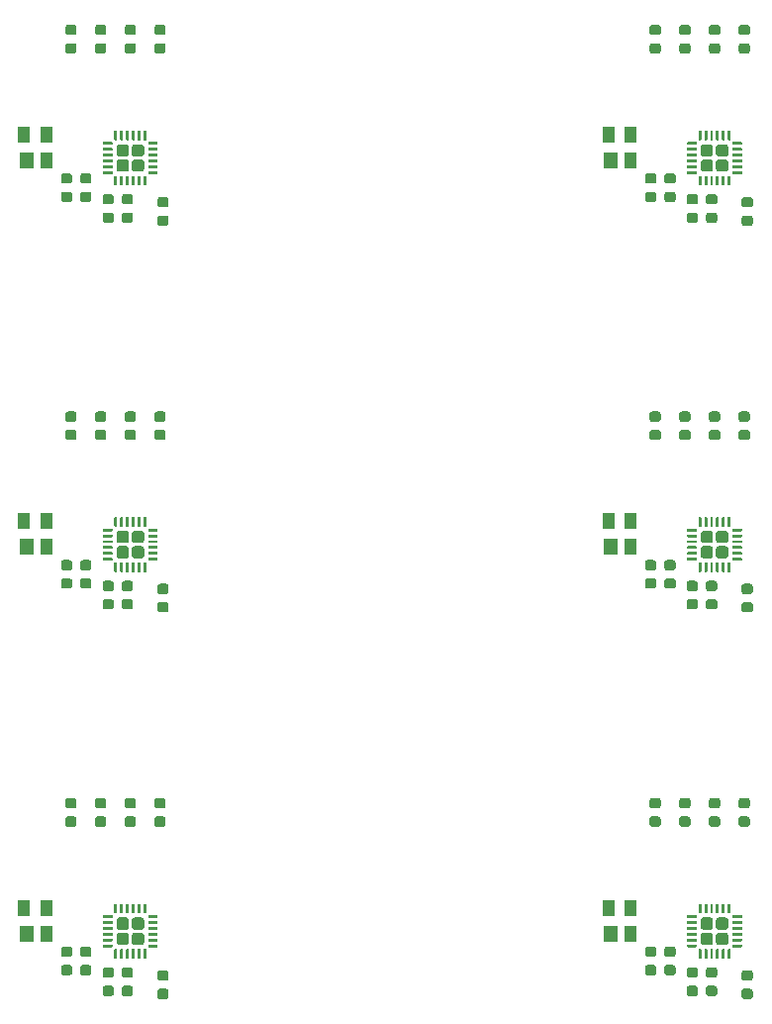
<source format=gbr>
G04 #@! TF.GenerationSoftware,KiCad,Pcbnew,5.1.3-ffb9f22~84~ubuntu16.04.1*
G04 #@! TF.CreationDate,2019-08-12T11:52:22-04:00*
G04 #@! TF.ProjectId,usb-serial-interface_panelized,7573622d-7365-4726-9961-6c2d696e7465,rev?*
G04 #@! TF.SameCoordinates,Original*
G04 #@! TF.FileFunction,Paste,Top*
G04 #@! TF.FilePolarity,Positive*
%FSLAX46Y46*%
G04 Gerber Fmt 4.6, Leading zero omitted, Abs format (unit mm)*
G04 Created by KiCad (PCBNEW 5.1.3-ffb9f22~84~ubuntu16.04.1) date 2019-08-12 11:52:22*
%MOMM*%
%LPD*%
G04 APERTURE LIST*
%ADD10C,0.100000*%
%ADD11C,0.875000*%
%ADD12C,0.250000*%
%ADD13C,1.050000*%
%ADD14R,1.000000X1.400000*%
%ADD15R,1.200000X1.400000*%
G04 APERTURE END LIST*
D10*
G36*
X153122693Y-152176057D02*
G01*
X153143928Y-152179207D01*
X153164752Y-152184423D01*
X153184964Y-152191655D01*
X153204370Y-152200834D01*
X153222783Y-152211870D01*
X153240026Y-152224658D01*
X153255932Y-152239074D01*
X153270348Y-152254980D01*
X153283136Y-152272223D01*
X153294172Y-152290636D01*
X153303351Y-152310042D01*
X153310583Y-152330254D01*
X153315799Y-152351078D01*
X153318949Y-152372313D01*
X153320002Y-152393754D01*
X153320002Y-152831254D01*
X153318949Y-152852695D01*
X153315799Y-152873930D01*
X153310583Y-152894754D01*
X153303351Y-152914966D01*
X153294172Y-152934372D01*
X153283136Y-152952785D01*
X153270348Y-152970028D01*
X153255932Y-152985934D01*
X153240026Y-153000350D01*
X153222783Y-153013138D01*
X153204370Y-153024174D01*
X153184964Y-153033353D01*
X153164752Y-153040585D01*
X153143928Y-153045801D01*
X153122693Y-153048951D01*
X153101252Y-153050004D01*
X152588752Y-153050004D01*
X152567311Y-153048951D01*
X152546076Y-153045801D01*
X152525252Y-153040585D01*
X152505040Y-153033353D01*
X152485634Y-153024174D01*
X152467221Y-153013138D01*
X152449978Y-153000350D01*
X152434072Y-152985934D01*
X152419656Y-152970028D01*
X152406868Y-152952785D01*
X152395832Y-152934372D01*
X152386653Y-152914966D01*
X152379421Y-152894754D01*
X152374205Y-152873930D01*
X152371055Y-152852695D01*
X152370002Y-152831254D01*
X152370002Y-152393754D01*
X152371055Y-152372313D01*
X152374205Y-152351078D01*
X152379421Y-152330254D01*
X152386653Y-152310042D01*
X152395832Y-152290636D01*
X152406868Y-152272223D01*
X152419656Y-152254980D01*
X152434072Y-152239074D01*
X152449978Y-152224658D01*
X152467221Y-152211870D01*
X152485634Y-152200834D01*
X152505040Y-152191655D01*
X152525252Y-152184423D01*
X152546076Y-152179207D01*
X152567311Y-152176057D01*
X152588752Y-152175004D01*
X153101252Y-152175004D01*
X153122693Y-152176057D01*
X153122693Y-152176057D01*
G37*
D11*
X152845002Y-152612504D03*
D10*
G36*
X153122693Y-150601057D02*
G01*
X153143928Y-150604207D01*
X153164752Y-150609423D01*
X153184964Y-150616655D01*
X153204370Y-150625834D01*
X153222783Y-150636870D01*
X153240026Y-150649658D01*
X153255932Y-150664074D01*
X153270348Y-150679980D01*
X153283136Y-150697223D01*
X153294172Y-150715636D01*
X153303351Y-150735042D01*
X153310583Y-150755254D01*
X153315799Y-150776078D01*
X153318949Y-150797313D01*
X153320002Y-150818754D01*
X153320002Y-151256254D01*
X153318949Y-151277695D01*
X153315799Y-151298930D01*
X153310583Y-151319754D01*
X153303351Y-151339966D01*
X153294172Y-151359372D01*
X153283136Y-151377785D01*
X153270348Y-151395028D01*
X153255932Y-151410934D01*
X153240026Y-151425350D01*
X153222783Y-151438138D01*
X153204370Y-151449174D01*
X153184964Y-151458353D01*
X153164752Y-151465585D01*
X153143928Y-151470801D01*
X153122693Y-151473951D01*
X153101252Y-151475004D01*
X152588752Y-151475004D01*
X152567311Y-151473951D01*
X152546076Y-151470801D01*
X152525252Y-151465585D01*
X152505040Y-151458353D01*
X152485634Y-151449174D01*
X152467221Y-151438138D01*
X152449978Y-151425350D01*
X152434072Y-151410934D01*
X152419656Y-151395028D01*
X152406868Y-151377785D01*
X152395832Y-151359372D01*
X152386653Y-151339966D01*
X152379421Y-151319754D01*
X152374205Y-151298930D01*
X152371055Y-151277695D01*
X152370002Y-151256254D01*
X152370002Y-150818754D01*
X152371055Y-150797313D01*
X152374205Y-150776078D01*
X152379421Y-150755254D01*
X152386653Y-150735042D01*
X152395832Y-150715636D01*
X152406868Y-150697223D01*
X152419656Y-150679980D01*
X152434072Y-150664074D01*
X152449978Y-150649658D01*
X152467221Y-150636870D01*
X152485634Y-150625834D01*
X152505040Y-150616655D01*
X152525252Y-150609423D01*
X152546076Y-150604207D01*
X152567311Y-150601057D01*
X152588752Y-150600004D01*
X153101252Y-150600004D01*
X153122693Y-150601057D01*
X153122693Y-150601057D01*
G37*
D11*
X152845002Y-151037504D03*
D10*
G36*
X153122693Y-119126055D02*
G01*
X153143928Y-119129205D01*
X153164752Y-119134421D01*
X153184964Y-119141653D01*
X153204370Y-119150832D01*
X153222783Y-119161868D01*
X153240026Y-119174656D01*
X153255932Y-119189072D01*
X153270348Y-119204978D01*
X153283136Y-119222221D01*
X153294172Y-119240634D01*
X153303351Y-119260040D01*
X153310583Y-119280252D01*
X153315799Y-119301076D01*
X153318949Y-119322311D01*
X153320002Y-119343752D01*
X153320002Y-119781252D01*
X153318949Y-119802693D01*
X153315799Y-119823928D01*
X153310583Y-119844752D01*
X153303351Y-119864964D01*
X153294172Y-119884370D01*
X153283136Y-119902783D01*
X153270348Y-119920026D01*
X153255932Y-119935932D01*
X153240026Y-119950348D01*
X153222783Y-119963136D01*
X153204370Y-119974172D01*
X153184964Y-119983351D01*
X153164752Y-119990583D01*
X153143928Y-119995799D01*
X153122693Y-119998949D01*
X153101252Y-120000002D01*
X152588752Y-120000002D01*
X152567311Y-119998949D01*
X152546076Y-119995799D01*
X152525252Y-119990583D01*
X152505040Y-119983351D01*
X152485634Y-119974172D01*
X152467221Y-119963136D01*
X152449978Y-119950348D01*
X152434072Y-119935932D01*
X152419656Y-119920026D01*
X152406868Y-119902783D01*
X152395832Y-119884370D01*
X152386653Y-119864964D01*
X152379421Y-119844752D01*
X152374205Y-119823928D01*
X152371055Y-119802693D01*
X152370002Y-119781252D01*
X152370002Y-119343752D01*
X152371055Y-119322311D01*
X152374205Y-119301076D01*
X152379421Y-119280252D01*
X152386653Y-119260040D01*
X152395832Y-119240634D01*
X152406868Y-119222221D01*
X152419656Y-119204978D01*
X152434072Y-119189072D01*
X152449978Y-119174656D01*
X152467221Y-119161868D01*
X152485634Y-119150832D01*
X152505040Y-119141653D01*
X152525252Y-119134421D01*
X152546076Y-119129205D01*
X152567311Y-119126055D01*
X152588752Y-119125002D01*
X153101252Y-119125002D01*
X153122693Y-119126055D01*
X153122693Y-119126055D01*
G37*
D11*
X152845002Y-119562502D03*
D10*
G36*
X153122693Y-117551055D02*
G01*
X153143928Y-117554205D01*
X153164752Y-117559421D01*
X153184964Y-117566653D01*
X153204370Y-117575832D01*
X153222783Y-117586868D01*
X153240026Y-117599656D01*
X153255932Y-117614072D01*
X153270348Y-117629978D01*
X153283136Y-117647221D01*
X153294172Y-117665634D01*
X153303351Y-117685040D01*
X153310583Y-117705252D01*
X153315799Y-117726076D01*
X153318949Y-117747311D01*
X153320002Y-117768752D01*
X153320002Y-118206252D01*
X153318949Y-118227693D01*
X153315799Y-118248928D01*
X153310583Y-118269752D01*
X153303351Y-118289964D01*
X153294172Y-118309370D01*
X153283136Y-118327783D01*
X153270348Y-118345026D01*
X153255932Y-118360932D01*
X153240026Y-118375348D01*
X153222783Y-118388136D01*
X153204370Y-118399172D01*
X153184964Y-118408351D01*
X153164752Y-118415583D01*
X153143928Y-118420799D01*
X153122693Y-118423949D01*
X153101252Y-118425002D01*
X152588752Y-118425002D01*
X152567311Y-118423949D01*
X152546076Y-118420799D01*
X152525252Y-118415583D01*
X152505040Y-118408351D01*
X152485634Y-118399172D01*
X152467221Y-118388136D01*
X152449978Y-118375348D01*
X152434072Y-118360932D01*
X152419656Y-118345026D01*
X152406868Y-118327783D01*
X152395832Y-118309370D01*
X152386653Y-118289964D01*
X152379421Y-118269752D01*
X152374205Y-118248928D01*
X152371055Y-118227693D01*
X152370002Y-118206252D01*
X152370002Y-117768752D01*
X152371055Y-117747311D01*
X152374205Y-117726076D01*
X152379421Y-117705252D01*
X152386653Y-117685040D01*
X152395832Y-117665634D01*
X152406868Y-117647221D01*
X152419656Y-117629978D01*
X152434072Y-117614072D01*
X152449978Y-117599656D01*
X152467221Y-117586868D01*
X152485634Y-117575832D01*
X152505040Y-117566653D01*
X152525252Y-117559421D01*
X152546076Y-117554205D01*
X152567311Y-117551055D01*
X152588752Y-117550002D01*
X153101252Y-117550002D01*
X153122693Y-117551055D01*
X153122693Y-117551055D01*
G37*
D11*
X152845002Y-117987502D03*
D10*
G36*
X153122693Y-86076053D02*
G01*
X153143928Y-86079203D01*
X153164752Y-86084419D01*
X153184964Y-86091651D01*
X153204370Y-86100830D01*
X153222783Y-86111866D01*
X153240026Y-86124654D01*
X153255932Y-86139070D01*
X153270348Y-86154976D01*
X153283136Y-86172219D01*
X153294172Y-86190632D01*
X153303351Y-86210038D01*
X153310583Y-86230250D01*
X153315799Y-86251074D01*
X153318949Y-86272309D01*
X153320002Y-86293750D01*
X153320002Y-86731250D01*
X153318949Y-86752691D01*
X153315799Y-86773926D01*
X153310583Y-86794750D01*
X153303351Y-86814962D01*
X153294172Y-86834368D01*
X153283136Y-86852781D01*
X153270348Y-86870024D01*
X153255932Y-86885930D01*
X153240026Y-86900346D01*
X153222783Y-86913134D01*
X153204370Y-86924170D01*
X153184964Y-86933349D01*
X153164752Y-86940581D01*
X153143928Y-86945797D01*
X153122693Y-86948947D01*
X153101252Y-86950000D01*
X152588752Y-86950000D01*
X152567311Y-86948947D01*
X152546076Y-86945797D01*
X152525252Y-86940581D01*
X152505040Y-86933349D01*
X152485634Y-86924170D01*
X152467221Y-86913134D01*
X152449978Y-86900346D01*
X152434072Y-86885930D01*
X152419656Y-86870024D01*
X152406868Y-86852781D01*
X152395832Y-86834368D01*
X152386653Y-86814962D01*
X152379421Y-86794750D01*
X152374205Y-86773926D01*
X152371055Y-86752691D01*
X152370002Y-86731250D01*
X152370002Y-86293750D01*
X152371055Y-86272309D01*
X152374205Y-86251074D01*
X152379421Y-86230250D01*
X152386653Y-86210038D01*
X152395832Y-86190632D01*
X152406868Y-86172219D01*
X152419656Y-86154976D01*
X152434072Y-86139070D01*
X152449978Y-86124654D01*
X152467221Y-86111866D01*
X152485634Y-86100830D01*
X152505040Y-86091651D01*
X152525252Y-86084419D01*
X152546076Y-86079203D01*
X152567311Y-86076053D01*
X152588752Y-86075000D01*
X153101252Y-86075000D01*
X153122693Y-86076053D01*
X153122693Y-86076053D01*
G37*
D11*
X152845002Y-86512500D03*
D10*
G36*
X153122693Y-84501053D02*
G01*
X153143928Y-84504203D01*
X153164752Y-84509419D01*
X153184964Y-84516651D01*
X153204370Y-84525830D01*
X153222783Y-84536866D01*
X153240026Y-84549654D01*
X153255932Y-84564070D01*
X153270348Y-84579976D01*
X153283136Y-84597219D01*
X153294172Y-84615632D01*
X153303351Y-84635038D01*
X153310583Y-84655250D01*
X153315799Y-84676074D01*
X153318949Y-84697309D01*
X153320002Y-84718750D01*
X153320002Y-85156250D01*
X153318949Y-85177691D01*
X153315799Y-85198926D01*
X153310583Y-85219750D01*
X153303351Y-85239962D01*
X153294172Y-85259368D01*
X153283136Y-85277781D01*
X153270348Y-85295024D01*
X153255932Y-85310930D01*
X153240026Y-85325346D01*
X153222783Y-85338134D01*
X153204370Y-85349170D01*
X153184964Y-85358349D01*
X153164752Y-85365581D01*
X153143928Y-85370797D01*
X153122693Y-85373947D01*
X153101252Y-85375000D01*
X152588752Y-85375000D01*
X152567311Y-85373947D01*
X152546076Y-85370797D01*
X152525252Y-85365581D01*
X152505040Y-85358349D01*
X152485634Y-85349170D01*
X152467221Y-85338134D01*
X152449978Y-85325346D01*
X152434072Y-85310930D01*
X152419656Y-85295024D01*
X152406868Y-85277781D01*
X152395832Y-85259368D01*
X152386653Y-85239962D01*
X152379421Y-85219750D01*
X152374205Y-85198926D01*
X152371055Y-85177691D01*
X152370002Y-85156250D01*
X152370002Y-84718750D01*
X152371055Y-84697309D01*
X152374205Y-84676074D01*
X152379421Y-84655250D01*
X152386653Y-84635038D01*
X152395832Y-84615632D01*
X152406868Y-84597219D01*
X152419656Y-84579976D01*
X152434072Y-84564070D01*
X152449978Y-84549654D01*
X152467221Y-84536866D01*
X152485634Y-84525830D01*
X152505040Y-84516651D01*
X152525252Y-84509419D01*
X152546076Y-84504203D01*
X152567311Y-84501053D01*
X152588752Y-84500000D01*
X153101252Y-84500000D01*
X153122693Y-84501053D01*
X153122693Y-84501053D01*
G37*
D11*
X152845002Y-84937500D03*
D10*
G36*
X103147691Y-152176057D02*
G01*
X103168926Y-152179207D01*
X103189750Y-152184423D01*
X103209962Y-152191655D01*
X103229368Y-152200834D01*
X103247781Y-152211870D01*
X103265024Y-152224658D01*
X103280930Y-152239074D01*
X103295346Y-152254980D01*
X103308134Y-152272223D01*
X103319170Y-152290636D01*
X103328349Y-152310042D01*
X103335581Y-152330254D01*
X103340797Y-152351078D01*
X103343947Y-152372313D01*
X103345000Y-152393754D01*
X103345000Y-152831254D01*
X103343947Y-152852695D01*
X103340797Y-152873930D01*
X103335581Y-152894754D01*
X103328349Y-152914966D01*
X103319170Y-152934372D01*
X103308134Y-152952785D01*
X103295346Y-152970028D01*
X103280930Y-152985934D01*
X103265024Y-153000350D01*
X103247781Y-153013138D01*
X103229368Y-153024174D01*
X103209962Y-153033353D01*
X103189750Y-153040585D01*
X103168926Y-153045801D01*
X103147691Y-153048951D01*
X103126250Y-153050004D01*
X102613750Y-153050004D01*
X102592309Y-153048951D01*
X102571074Y-153045801D01*
X102550250Y-153040585D01*
X102530038Y-153033353D01*
X102510632Y-153024174D01*
X102492219Y-153013138D01*
X102474976Y-153000350D01*
X102459070Y-152985934D01*
X102444654Y-152970028D01*
X102431866Y-152952785D01*
X102420830Y-152934372D01*
X102411651Y-152914966D01*
X102404419Y-152894754D01*
X102399203Y-152873930D01*
X102396053Y-152852695D01*
X102395000Y-152831254D01*
X102395000Y-152393754D01*
X102396053Y-152372313D01*
X102399203Y-152351078D01*
X102404419Y-152330254D01*
X102411651Y-152310042D01*
X102420830Y-152290636D01*
X102431866Y-152272223D01*
X102444654Y-152254980D01*
X102459070Y-152239074D01*
X102474976Y-152224658D01*
X102492219Y-152211870D01*
X102510632Y-152200834D01*
X102530038Y-152191655D01*
X102550250Y-152184423D01*
X102571074Y-152179207D01*
X102592309Y-152176057D01*
X102613750Y-152175004D01*
X103126250Y-152175004D01*
X103147691Y-152176057D01*
X103147691Y-152176057D01*
G37*
D11*
X102870000Y-152612504D03*
D10*
G36*
X103147691Y-150601057D02*
G01*
X103168926Y-150604207D01*
X103189750Y-150609423D01*
X103209962Y-150616655D01*
X103229368Y-150625834D01*
X103247781Y-150636870D01*
X103265024Y-150649658D01*
X103280930Y-150664074D01*
X103295346Y-150679980D01*
X103308134Y-150697223D01*
X103319170Y-150715636D01*
X103328349Y-150735042D01*
X103335581Y-150755254D01*
X103340797Y-150776078D01*
X103343947Y-150797313D01*
X103345000Y-150818754D01*
X103345000Y-151256254D01*
X103343947Y-151277695D01*
X103340797Y-151298930D01*
X103335581Y-151319754D01*
X103328349Y-151339966D01*
X103319170Y-151359372D01*
X103308134Y-151377785D01*
X103295346Y-151395028D01*
X103280930Y-151410934D01*
X103265024Y-151425350D01*
X103247781Y-151438138D01*
X103229368Y-151449174D01*
X103209962Y-151458353D01*
X103189750Y-151465585D01*
X103168926Y-151470801D01*
X103147691Y-151473951D01*
X103126250Y-151475004D01*
X102613750Y-151475004D01*
X102592309Y-151473951D01*
X102571074Y-151470801D01*
X102550250Y-151465585D01*
X102530038Y-151458353D01*
X102510632Y-151449174D01*
X102492219Y-151438138D01*
X102474976Y-151425350D01*
X102459070Y-151410934D01*
X102444654Y-151395028D01*
X102431866Y-151377785D01*
X102420830Y-151359372D01*
X102411651Y-151339966D01*
X102404419Y-151319754D01*
X102399203Y-151298930D01*
X102396053Y-151277695D01*
X102395000Y-151256254D01*
X102395000Y-150818754D01*
X102396053Y-150797313D01*
X102399203Y-150776078D01*
X102404419Y-150755254D01*
X102411651Y-150735042D01*
X102420830Y-150715636D01*
X102431866Y-150697223D01*
X102444654Y-150679980D01*
X102459070Y-150664074D01*
X102474976Y-150649658D01*
X102492219Y-150636870D01*
X102510632Y-150625834D01*
X102530038Y-150616655D01*
X102550250Y-150609423D01*
X102571074Y-150604207D01*
X102592309Y-150601057D01*
X102613750Y-150600004D01*
X103126250Y-150600004D01*
X103147691Y-150601057D01*
X103147691Y-150601057D01*
G37*
D11*
X102870000Y-151037504D03*
D10*
G36*
X103147691Y-119126055D02*
G01*
X103168926Y-119129205D01*
X103189750Y-119134421D01*
X103209962Y-119141653D01*
X103229368Y-119150832D01*
X103247781Y-119161868D01*
X103265024Y-119174656D01*
X103280930Y-119189072D01*
X103295346Y-119204978D01*
X103308134Y-119222221D01*
X103319170Y-119240634D01*
X103328349Y-119260040D01*
X103335581Y-119280252D01*
X103340797Y-119301076D01*
X103343947Y-119322311D01*
X103345000Y-119343752D01*
X103345000Y-119781252D01*
X103343947Y-119802693D01*
X103340797Y-119823928D01*
X103335581Y-119844752D01*
X103328349Y-119864964D01*
X103319170Y-119884370D01*
X103308134Y-119902783D01*
X103295346Y-119920026D01*
X103280930Y-119935932D01*
X103265024Y-119950348D01*
X103247781Y-119963136D01*
X103229368Y-119974172D01*
X103209962Y-119983351D01*
X103189750Y-119990583D01*
X103168926Y-119995799D01*
X103147691Y-119998949D01*
X103126250Y-120000002D01*
X102613750Y-120000002D01*
X102592309Y-119998949D01*
X102571074Y-119995799D01*
X102550250Y-119990583D01*
X102530038Y-119983351D01*
X102510632Y-119974172D01*
X102492219Y-119963136D01*
X102474976Y-119950348D01*
X102459070Y-119935932D01*
X102444654Y-119920026D01*
X102431866Y-119902783D01*
X102420830Y-119884370D01*
X102411651Y-119864964D01*
X102404419Y-119844752D01*
X102399203Y-119823928D01*
X102396053Y-119802693D01*
X102395000Y-119781252D01*
X102395000Y-119343752D01*
X102396053Y-119322311D01*
X102399203Y-119301076D01*
X102404419Y-119280252D01*
X102411651Y-119260040D01*
X102420830Y-119240634D01*
X102431866Y-119222221D01*
X102444654Y-119204978D01*
X102459070Y-119189072D01*
X102474976Y-119174656D01*
X102492219Y-119161868D01*
X102510632Y-119150832D01*
X102530038Y-119141653D01*
X102550250Y-119134421D01*
X102571074Y-119129205D01*
X102592309Y-119126055D01*
X102613750Y-119125002D01*
X103126250Y-119125002D01*
X103147691Y-119126055D01*
X103147691Y-119126055D01*
G37*
D11*
X102870000Y-119562502D03*
D10*
G36*
X103147691Y-117551055D02*
G01*
X103168926Y-117554205D01*
X103189750Y-117559421D01*
X103209962Y-117566653D01*
X103229368Y-117575832D01*
X103247781Y-117586868D01*
X103265024Y-117599656D01*
X103280930Y-117614072D01*
X103295346Y-117629978D01*
X103308134Y-117647221D01*
X103319170Y-117665634D01*
X103328349Y-117685040D01*
X103335581Y-117705252D01*
X103340797Y-117726076D01*
X103343947Y-117747311D01*
X103345000Y-117768752D01*
X103345000Y-118206252D01*
X103343947Y-118227693D01*
X103340797Y-118248928D01*
X103335581Y-118269752D01*
X103328349Y-118289964D01*
X103319170Y-118309370D01*
X103308134Y-118327783D01*
X103295346Y-118345026D01*
X103280930Y-118360932D01*
X103265024Y-118375348D01*
X103247781Y-118388136D01*
X103229368Y-118399172D01*
X103209962Y-118408351D01*
X103189750Y-118415583D01*
X103168926Y-118420799D01*
X103147691Y-118423949D01*
X103126250Y-118425002D01*
X102613750Y-118425002D01*
X102592309Y-118423949D01*
X102571074Y-118420799D01*
X102550250Y-118415583D01*
X102530038Y-118408351D01*
X102510632Y-118399172D01*
X102492219Y-118388136D01*
X102474976Y-118375348D01*
X102459070Y-118360932D01*
X102444654Y-118345026D01*
X102431866Y-118327783D01*
X102420830Y-118309370D01*
X102411651Y-118289964D01*
X102404419Y-118269752D01*
X102399203Y-118248928D01*
X102396053Y-118227693D01*
X102395000Y-118206252D01*
X102395000Y-117768752D01*
X102396053Y-117747311D01*
X102399203Y-117726076D01*
X102404419Y-117705252D01*
X102411651Y-117685040D01*
X102420830Y-117665634D01*
X102431866Y-117647221D01*
X102444654Y-117629978D01*
X102459070Y-117614072D01*
X102474976Y-117599656D01*
X102492219Y-117586868D01*
X102510632Y-117575832D01*
X102530038Y-117566653D01*
X102550250Y-117559421D01*
X102571074Y-117554205D01*
X102592309Y-117551055D01*
X102613750Y-117550002D01*
X103126250Y-117550002D01*
X103147691Y-117551055D01*
X103147691Y-117551055D01*
G37*
D11*
X102870000Y-117987502D03*
D10*
G36*
X151471693Y-150601057D02*
G01*
X151492928Y-150604207D01*
X151513752Y-150609423D01*
X151533964Y-150616655D01*
X151553370Y-150625834D01*
X151571783Y-150636870D01*
X151589026Y-150649658D01*
X151604932Y-150664074D01*
X151619348Y-150679980D01*
X151632136Y-150697223D01*
X151643172Y-150715636D01*
X151652351Y-150735042D01*
X151659583Y-150755254D01*
X151664799Y-150776078D01*
X151667949Y-150797313D01*
X151669002Y-150818754D01*
X151669002Y-151256254D01*
X151667949Y-151277695D01*
X151664799Y-151298930D01*
X151659583Y-151319754D01*
X151652351Y-151339966D01*
X151643172Y-151359372D01*
X151632136Y-151377785D01*
X151619348Y-151395028D01*
X151604932Y-151410934D01*
X151589026Y-151425350D01*
X151571783Y-151438138D01*
X151553370Y-151449174D01*
X151533964Y-151458353D01*
X151513752Y-151465585D01*
X151492928Y-151470801D01*
X151471693Y-151473951D01*
X151450252Y-151475004D01*
X150937752Y-151475004D01*
X150916311Y-151473951D01*
X150895076Y-151470801D01*
X150874252Y-151465585D01*
X150854040Y-151458353D01*
X150834634Y-151449174D01*
X150816221Y-151438138D01*
X150798978Y-151425350D01*
X150783072Y-151410934D01*
X150768656Y-151395028D01*
X150755868Y-151377785D01*
X150744832Y-151359372D01*
X150735653Y-151339966D01*
X150728421Y-151319754D01*
X150723205Y-151298930D01*
X150720055Y-151277695D01*
X150719002Y-151256254D01*
X150719002Y-150818754D01*
X150720055Y-150797313D01*
X150723205Y-150776078D01*
X150728421Y-150755254D01*
X150735653Y-150735042D01*
X150744832Y-150715636D01*
X150755868Y-150697223D01*
X150768656Y-150679980D01*
X150783072Y-150664074D01*
X150798978Y-150649658D01*
X150816221Y-150636870D01*
X150834634Y-150625834D01*
X150854040Y-150616655D01*
X150874252Y-150609423D01*
X150895076Y-150604207D01*
X150916311Y-150601057D01*
X150937752Y-150600004D01*
X151450252Y-150600004D01*
X151471693Y-150601057D01*
X151471693Y-150601057D01*
G37*
D11*
X151194002Y-151037504D03*
D10*
G36*
X151471693Y-152176057D02*
G01*
X151492928Y-152179207D01*
X151513752Y-152184423D01*
X151533964Y-152191655D01*
X151553370Y-152200834D01*
X151571783Y-152211870D01*
X151589026Y-152224658D01*
X151604932Y-152239074D01*
X151619348Y-152254980D01*
X151632136Y-152272223D01*
X151643172Y-152290636D01*
X151652351Y-152310042D01*
X151659583Y-152330254D01*
X151664799Y-152351078D01*
X151667949Y-152372313D01*
X151669002Y-152393754D01*
X151669002Y-152831254D01*
X151667949Y-152852695D01*
X151664799Y-152873930D01*
X151659583Y-152894754D01*
X151652351Y-152914966D01*
X151643172Y-152934372D01*
X151632136Y-152952785D01*
X151619348Y-152970028D01*
X151604932Y-152985934D01*
X151589026Y-153000350D01*
X151571783Y-153013138D01*
X151553370Y-153024174D01*
X151533964Y-153033353D01*
X151513752Y-153040585D01*
X151492928Y-153045801D01*
X151471693Y-153048951D01*
X151450252Y-153050004D01*
X150937752Y-153050004D01*
X150916311Y-153048951D01*
X150895076Y-153045801D01*
X150874252Y-153040585D01*
X150854040Y-153033353D01*
X150834634Y-153024174D01*
X150816221Y-153013138D01*
X150798978Y-153000350D01*
X150783072Y-152985934D01*
X150768656Y-152970028D01*
X150755868Y-152952785D01*
X150744832Y-152934372D01*
X150735653Y-152914966D01*
X150728421Y-152894754D01*
X150723205Y-152873930D01*
X150720055Y-152852695D01*
X150719002Y-152831254D01*
X150719002Y-152393754D01*
X150720055Y-152372313D01*
X150723205Y-152351078D01*
X150728421Y-152330254D01*
X150735653Y-152310042D01*
X150744832Y-152290636D01*
X150755868Y-152272223D01*
X150768656Y-152254980D01*
X150783072Y-152239074D01*
X150798978Y-152224658D01*
X150816221Y-152211870D01*
X150834634Y-152200834D01*
X150854040Y-152191655D01*
X150874252Y-152184423D01*
X150895076Y-152179207D01*
X150916311Y-152176057D01*
X150937752Y-152175004D01*
X151450252Y-152175004D01*
X151471693Y-152176057D01*
X151471693Y-152176057D01*
G37*
D11*
X151194002Y-152612504D03*
D10*
G36*
X151471693Y-117551055D02*
G01*
X151492928Y-117554205D01*
X151513752Y-117559421D01*
X151533964Y-117566653D01*
X151553370Y-117575832D01*
X151571783Y-117586868D01*
X151589026Y-117599656D01*
X151604932Y-117614072D01*
X151619348Y-117629978D01*
X151632136Y-117647221D01*
X151643172Y-117665634D01*
X151652351Y-117685040D01*
X151659583Y-117705252D01*
X151664799Y-117726076D01*
X151667949Y-117747311D01*
X151669002Y-117768752D01*
X151669002Y-118206252D01*
X151667949Y-118227693D01*
X151664799Y-118248928D01*
X151659583Y-118269752D01*
X151652351Y-118289964D01*
X151643172Y-118309370D01*
X151632136Y-118327783D01*
X151619348Y-118345026D01*
X151604932Y-118360932D01*
X151589026Y-118375348D01*
X151571783Y-118388136D01*
X151553370Y-118399172D01*
X151533964Y-118408351D01*
X151513752Y-118415583D01*
X151492928Y-118420799D01*
X151471693Y-118423949D01*
X151450252Y-118425002D01*
X150937752Y-118425002D01*
X150916311Y-118423949D01*
X150895076Y-118420799D01*
X150874252Y-118415583D01*
X150854040Y-118408351D01*
X150834634Y-118399172D01*
X150816221Y-118388136D01*
X150798978Y-118375348D01*
X150783072Y-118360932D01*
X150768656Y-118345026D01*
X150755868Y-118327783D01*
X150744832Y-118309370D01*
X150735653Y-118289964D01*
X150728421Y-118269752D01*
X150723205Y-118248928D01*
X150720055Y-118227693D01*
X150719002Y-118206252D01*
X150719002Y-117768752D01*
X150720055Y-117747311D01*
X150723205Y-117726076D01*
X150728421Y-117705252D01*
X150735653Y-117685040D01*
X150744832Y-117665634D01*
X150755868Y-117647221D01*
X150768656Y-117629978D01*
X150783072Y-117614072D01*
X150798978Y-117599656D01*
X150816221Y-117586868D01*
X150834634Y-117575832D01*
X150854040Y-117566653D01*
X150874252Y-117559421D01*
X150895076Y-117554205D01*
X150916311Y-117551055D01*
X150937752Y-117550002D01*
X151450252Y-117550002D01*
X151471693Y-117551055D01*
X151471693Y-117551055D01*
G37*
D11*
X151194002Y-117987502D03*
D10*
G36*
X151471693Y-119126055D02*
G01*
X151492928Y-119129205D01*
X151513752Y-119134421D01*
X151533964Y-119141653D01*
X151553370Y-119150832D01*
X151571783Y-119161868D01*
X151589026Y-119174656D01*
X151604932Y-119189072D01*
X151619348Y-119204978D01*
X151632136Y-119222221D01*
X151643172Y-119240634D01*
X151652351Y-119260040D01*
X151659583Y-119280252D01*
X151664799Y-119301076D01*
X151667949Y-119322311D01*
X151669002Y-119343752D01*
X151669002Y-119781252D01*
X151667949Y-119802693D01*
X151664799Y-119823928D01*
X151659583Y-119844752D01*
X151652351Y-119864964D01*
X151643172Y-119884370D01*
X151632136Y-119902783D01*
X151619348Y-119920026D01*
X151604932Y-119935932D01*
X151589026Y-119950348D01*
X151571783Y-119963136D01*
X151553370Y-119974172D01*
X151533964Y-119983351D01*
X151513752Y-119990583D01*
X151492928Y-119995799D01*
X151471693Y-119998949D01*
X151450252Y-120000002D01*
X150937752Y-120000002D01*
X150916311Y-119998949D01*
X150895076Y-119995799D01*
X150874252Y-119990583D01*
X150854040Y-119983351D01*
X150834634Y-119974172D01*
X150816221Y-119963136D01*
X150798978Y-119950348D01*
X150783072Y-119935932D01*
X150768656Y-119920026D01*
X150755868Y-119902783D01*
X150744832Y-119884370D01*
X150735653Y-119864964D01*
X150728421Y-119844752D01*
X150723205Y-119823928D01*
X150720055Y-119802693D01*
X150719002Y-119781252D01*
X150719002Y-119343752D01*
X150720055Y-119322311D01*
X150723205Y-119301076D01*
X150728421Y-119280252D01*
X150735653Y-119260040D01*
X150744832Y-119240634D01*
X150755868Y-119222221D01*
X150768656Y-119204978D01*
X150783072Y-119189072D01*
X150798978Y-119174656D01*
X150816221Y-119161868D01*
X150834634Y-119150832D01*
X150854040Y-119141653D01*
X150874252Y-119134421D01*
X150895076Y-119129205D01*
X150916311Y-119126055D01*
X150937752Y-119125002D01*
X151450252Y-119125002D01*
X151471693Y-119126055D01*
X151471693Y-119126055D01*
G37*
D11*
X151194002Y-119562502D03*
D10*
G36*
X151471693Y-84501053D02*
G01*
X151492928Y-84504203D01*
X151513752Y-84509419D01*
X151533964Y-84516651D01*
X151553370Y-84525830D01*
X151571783Y-84536866D01*
X151589026Y-84549654D01*
X151604932Y-84564070D01*
X151619348Y-84579976D01*
X151632136Y-84597219D01*
X151643172Y-84615632D01*
X151652351Y-84635038D01*
X151659583Y-84655250D01*
X151664799Y-84676074D01*
X151667949Y-84697309D01*
X151669002Y-84718750D01*
X151669002Y-85156250D01*
X151667949Y-85177691D01*
X151664799Y-85198926D01*
X151659583Y-85219750D01*
X151652351Y-85239962D01*
X151643172Y-85259368D01*
X151632136Y-85277781D01*
X151619348Y-85295024D01*
X151604932Y-85310930D01*
X151589026Y-85325346D01*
X151571783Y-85338134D01*
X151553370Y-85349170D01*
X151533964Y-85358349D01*
X151513752Y-85365581D01*
X151492928Y-85370797D01*
X151471693Y-85373947D01*
X151450252Y-85375000D01*
X150937752Y-85375000D01*
X150916311Y-85373947D01*
X150895076Y-85370797D01*
X150874252Y-85365581D01*
X150854040Y-85358349D01*
X150834634Y-85349170D01*
X150816221Y-85338134D01*
X150798978Y-85325346D01*
X150783072Y-85310930D01*
X150768656Y-85295024D01*
X150755868Y-85277781D01*
X150744832Y-85259368D01*
X150735653Y-85239962D01*
X150728421Y-85219750D01*
X150723205Y-85198926D01*
X150720055Y-85177691D01*
X150719002Y-85156250D01*
X150719002Y-84718750D01*
X150720055Y-84697309D01*
X150723205Y-84676074D01*
X150728421Y-84655250D01*
X150735653Y-84635038D01*
X150744832Y-84615632D01*
X150755868Y-84597219D01*
X150768656Y-84579976D01*
X150783072Y-84564070D01*
X150798978Y-84549654D01*
X150816221Y-84536866D01*
X150834634Y-84525830D01*
X150854040Y-84516651D01*
X150874252Y-84509419D01*
X150895076Y-84504203D01*
X150916311Y-84501053D01*
X150937752Y-84500000D01*
X151450252Y-84500000D01*
X151471693Y-84501053D01*
X151471693Y-84501053D01*
G37*
D11*
X151194002Y-84937500D03*
D10*
G36*
X151471693Y-86076053D02*
G01*
X151492928Y-86079203D01*
X151513752Y-86084419D01*
X151533964Y-86091651D01*
X151553370Y-86100830D01*
X151571783Y-86111866D01*
X151589026Y-86124654D01*
X151604932Y-86139070D01*
X151619348Y-86154976D01*
X151632136Y-86172219D01*
X151643172Y-86190632D01*
X151652351Y-86210038D01*
X151659583Y-86230250D01*
X151664799Y-86251074D01*
X151667949Y-86272309D01*
X151669002Y-86293750D01*
X151669002Y-86731250D01*
X151667949Y-86752691D01*
X151664799Y-86773926D01*
X151659583Y-86794750D01*
X151652351Y-86814962D01*
X151643172Y-86834368D01*
X151632136Y-86852781D01*
X151619348Y-86870024D01*
X151604932Y-86885930D01*
X151589026Y-86900346D01*
X151571783Y-86913134D01*
X151553370Y-86924170D01*
X151533964Y-86933349D01*
X151513752Y-86940581D01*
X151492928Y-86945797D01*
X151471693Y-86948947D01*
X151450252Y-86950000D01*
X150937752Y-86950000D01*
X150916311Y-86948947D01*
X150895076Y-86945797D01*
X150874252Y-86940581D01*
X150854040Y-86933349D01*
X150834634Y-86924170D01*
X150816221Y-86913134D01*
X150798978Y-86900346D01*
X150783072Y-86885930D01*
X150768656Y-86870024D01*
X150755868Y-86852781D01*
X150744832Y-86834368D01*
X150735653Y-86814962D01*
X150728421Y-86794750D01*
X150723205Y-86773926D01*
X150720055Y-86752691D01*
X150719002Y-86731250D01*
X150719002Y-86293750D01*
X150720055Y-86272309D01*
X150723205Y-86251074D01*
X150728421Y-86230250D01*
X150735653Y-86210038D01*
X150744832Y-86190632D01*
X150755868Y-86172219D01*
X150768656Y-86154976D01*
X150783072Y-86139070D01*
X150798978Y-86124654D01*
X150816221Y-86111866D01*
X150834634Y-86100830D01*
X150854040Y-86091651D01*
X150874252Y-86084419D01*
X150895076Y-86079203D01*
X150916311Y-86076053D01*
X150937752Y-86075000D01*
X151450252Y-86075000D01*
X151471693Y-86076053D01*
X151471693Y-86076053D01*
G37*
D11*
X151194002Y-86512500D03*
D10*
G36*
X101496691Y-150601057D02*
G01*
X101517926Y-150604207D01*
X101538750Y-150609423D01*
X101558962Y-150616655D01*
X101578368Y-150625834D01*
X101596781Y-150636870D01*
X101614024Y-150649658D01*
X101629930Y-150664074D01*
X101644346Y-150679980D01*
X101657134Y-150697223D01*
X101668170Y-150715636D01*
X101677349Y-150735042D01*
X101684581Y-150755254D01*
X101689797Y-150776078D01*
X101692947Y-150797313D01*
X101694000Y-150818754D01*
X101694000Y-151256254D01*
X101692947Y-151277695D01*
X101689797Y-151298930D01*
X101684581Y-151319754D01*
X101677349Y-151339966D01*
X101668170Y-151359372D01*
X101657134Y-151377785D01*
X101644346Y-151395028D01*
X101629930Y-151410934D01*
X101614024Y-151425350D01*
X101596781Y-151438138D01*
X101578368Y-151449174D01*
X101558962Y-151458353D01*
X101538750Y-151465585D01*
X101517926Y-151470801D01*
X101496691Y-151473951D01*
X101475250Y-151475004D01*
X100962750Y-151475004D01*
X100941309Y-151473951D01*
X100920074Y-151470801D01*
X100899250Y-151465585D01*
X100879038Y-151458353D01*
X100859632Y-151449174D01*
X100841219Y-151438138D01*
X100823976Y-151425350D01*
X100808070Y-151410934D01*
X100793654Y-151395028D01*
X100780866Y-151377785D01*
X100769830Y-151359372D01*
X100760651Y-151339966D01*
X100753419Y-151319754D01*
X100748203Y-151298930D01*
X100745053Y-151277695D01*
X100744000Y-151256254D01*
X100744000Y-150818754D01*
X100745053Y-150797313D01*
X100748203Y-150776078D01*
X100753419Y-150755254D01*
X100760651Y-150735042D01*
X100769830Y-150715636D01*
X100780866Y-150697223D01*
X100793654Y-150679980D01*
X100808070Y-150664074D01*
X100823976Y-150649658D01*
X100841219Y-150636870D01*
X100859632Y-150625834D01*
X100879038Y-150616655D01*
X100899250Y-150609423D01*
X100920074Y-150604207D01*
X100941309Y-150601057D01*
X100962750Y-150600004D01*
X101475250Y-150600004D01*
X101496691Y-150601057D01*
X101496691Y-150601057D01*
G37*
D11*
X101219000Y-151037504D03*
D10*
G36*
X101496691Y-152176057D02*
G01*
X101517926Y-152179207D01*
X101538750Y-152184423D01*
X101558962Y-152191655D01*
X101578368Y-152200834D01*
X101596781Y-152211870D01*
X101614024Y-152224658D01*
X101629930Y-152239074D01*
X101644346Y-152254980D01*
X101657134Y-152272223D01*
X101668170Y-152290636D01*
X101677349Y-152310042D01*
X101684581Y-152330254D01*
X101689797Y-152351078D01*
X101692947Y-152372313D01*
X101694000Y-152393754D01*
X101694000Y-152831254D01*
X101692947Y-152852695D01*
X101689797Y-152873930D01*
X101684581Y-152894754D01*
X101677349Y-152914966D01*
X101668170Y-152934372D01*
X101657134Y-152952785D01*
X101644346Y-152970028D01*
X101629930Y-152985934D01*
X101614024Y-153000350D01*
X101596781Y-153013138D01*
X101578368Y-153024174D01*
X101558962Y-153033353D01*
X101538750Y-153040585D01*
X101517926Y-153045801D01*
X101496691Y-153048951D01*
X101475250Y-153050004D01*
X100962750Y-153050004D01*
X100941309Y-153048951D01*
X100920074Y-153045801D01*
X100899250Y-153040585D01*
X100879038Y-153033353D01*
X100859632Y-153024174D01*
X100841219Y-153013138D01*
X100823976Y-153000350D01*
X100808070Y-152985934D01*
X100793654Y-152970028D01*
X100780866Y-152952785D01*
X100769830Y-152934372D01*
X100760651Y-152914966D01*
X100753419Y-152894754D01*
X100748203Y-152873930D01*
X100745053Y-152852695D01*
X100744000Y-152831254D01*
X100744000Y-152393754D01*
X100745053Y-152372313D01*
X100748203Y-152351078D01*
X100753419Y-152330254D01*
X100760651Y-152310042D01*
X100769830Y-152290636D01*
X100780866Y-152272223D01*
X100793654Y-152254980D01*
X100808070Y-152239074D01*
X100823976Y-152224658D01*
X100841219Y-152211870D01*
X100859632Y-152200834D01*
X100879038Y-152191655D01*
X100899250Y-152184423D01*
X100920074Y-152179207D01*
X100941309Y-152176057D01*
X100962750Y-152175004D01*
X101475250Y-152175004D01*
X101496691Y-152176057D01*
X101496691Y-152176057D01*
G37*
D11*
X101219000Y-152612504D03*
D10*
G36*
X101496691Y-117551055D02*
G01*
X101517926Y-117554205D01*
X101538750Y-117559421D01*
X101558962Y-117566653D01*
X101578368Y-117575832D01*
X101596781Y-117586868D01*
X101614024Y-117599656D01*
X101629930Y-117614072D01*
X101644346Y-117629978D01*
X101657134Y-117647221D01*
X101668170Y-117665634D01*
X101677349Y-117685040D01*
X101684581Y-117705252D01*
X101689797Y-117726076D01*
X101692947Y-117747311D01*
X101694000Y-117768752D01*
X101694000Y-118206252D01*
X101692947Y-118227693D01*
X101689797Y-118248928D01*
X101684581Y-118269752D01*
X101677349Y-118289964D01*
X101668170Y-118309370D01*
X101657134Y-118327783D01*
X101644346Y-118345026D01*
X101629930Y-118360932D01*
X101614024Y-118375348D01*
X101596781Y-118388136D01*
X101578368Y-118399172D01*
X101558962Y-118408351D01*
X101538750Y-118415583D01*
X101517926Y-118420799D01*
X101496691Y-118423949D01*
X101475250Y-118425002D01*
X100962750Y-118425002D01*
X100941309Y-118423949D01*
X100920074Y-118420799D01*
X100899250Y-118415583D01*
X100879038Y-118408351D01*
X100859632Y-118399172D01*
X100841219Y-118388136D01*
X100823976Y-118375348D01*
X100808070Y-118360932D01*
X100793654Y-118345026D01*
X100780866Y-118327783D01*
X100769830Y-118309370D01*
X100760651Y-118289964D01*
X100753419Y-118269752D01*
X100748203Y-118248928D01*
X100745053Y-118227693D01*
X100744000Y-118206252D01*
X100744000Y-117768752D01*
X100745053Y-117747311D01*
X100748203Y-117726076D01*
X100753419Y-117705252D01*
X100760651Y-117685040D01*
X100769830Y-117665634D01*
X100780866Y-117647221D01*
X100793654Y-117629978D01*
X100808070Y-117614072D01*
X100823976Y-117599656D01*
X100841219Y-117586868D01*
X100859632Y-117575832D01*
X100879038Y-117566653D01*
X100899250Y-117559421D01*
X100920074Y-117554205D01*
X100941309Y-117551055D01*
X100962750Y-117550002D01*
X101475250Y-117550002D01*
X101496691Y-117551055D01*
X101496691Y-117551055D01*
G37*
D11*
X101219000Y-117987502D03*
D10*
G36*
X101496691Y-119126055D02*
G01*
X101517926Y-119129205D01*
X101538750Y-119134421D01*
X101558962Y-119141653D01*
X101578368Y-119150832D01*
X101596781Y-119161868D01*
X101614024Y-119174656D01*
X101629930Y-119189072D01*
X101644346Y-119204978D01*
X101657134Y-119222221D01*
X101668170Y-119240634D01*
X101677349Y-119260040D01*
X101684581Y-119280252D01*
X101689797Y-119301076D01*
X101692947Y-119322311D01*
X101694000Y-119343752D01*
X101694000Y-119781252D01*
X101692947Y-119802693D01*
X101689797Y-119823928D01*
X101684581Y-119844752D01*
X101677349Y-119864964D01*
X101668170Y-119884370D01*
X101657134Y-119902783D01*
X101644346Y-119920026D01*
X101629930Y-119935932D01*
X101614024Y-119950348D01*
X101596781Y-119963136D01*
X101578368Y-119974172D01*
X101558962Y-119983351D01*
X101538750Y-119990583D01*
X101517926Y-119995799D01*
X101496691Y-119998949D01*
X101475250Y-120000002D01*
X100962750Y-120000002D01*
X100941309Y-119998949D01*
X100920074Y-119995799D01*
X100899250Y-119990583D01*
X100879038Y-119983351D01*
X100859632Y-119974172D01*
X100841219Y-119963136D01*
X100823976Y-119950348D01*
X100808070Y-119935932D01*
X100793654Y-119920026D01*
X100780866Y-119902783D01*
X100769830Y-119884370D01*
X100760651Y-119864964D01*
X100753419Y-119844752D01*
X100748203Y-119823928D01*
X100745053Y-119802693D01*
X100744000Y-119781252D01*
X100744000Y-119343752D01*
X100745053Y-119322311D01*
X100748203Y-119301076D01*
X100753419Y-119280252D01*
X100760651Y-119260040D01*
X100769830Y-119240634D01*
X100780866Y-119222221D01*
X100793654Y-119204978D01*
X100808070Y-119189072D01*
X100823976Y-119174656D01*
X100841219Y-119161868D01*
X100859632Y-119150832D01*
X100879038Y-119141653D01*
X100899250Y-119134421D01*
X100920074Y-119129205D01*
X100941309Y-119126055D01*
X100962750Y-119125002D01*
X101475250Y-119125002D01*
X101496691Y-119126055D01*
X101496691Y-119126055D01*
G37*
D11*
X101219000Y-119562502D03*
D10*
G36*
X156678693Y-153954057D02*
G01*
X156699928Y-153957207D01*
X156720752Y-153962423D01*
X156740964Y-153969655D01*
X156760370Y-153978834D01*
X156778783Y-153989870D01*
X156796026Y-154002658D01*
X156811932Y-154017074D01*
X156826348Y-154032980D01*
X156839136Y-154050223D01*
X156850172Y-154068636D01*
X156859351Y-154088042D01*
X156866583Y-154108254D01*
X156871799Y-154129078D01*
X156874949Y-154150313D01*
X156876002Y-154171754D01*
X156876002Y-154609254D01*
X156874949Y-154630695D01*
X156871799Y-154651930D01*
X156866583Y-154672754D01*
X156859351Y-154692966D01*
X156850172Y-154712372D01*
X156839136Y-154730785D01*
X156826348Y-154748028D01*
X156811932Y-154763934D01*
X156796026Y-154778350D01*
X156778783Y-154791138D01*
X156760370Y-154802174D01*
X156740964Y-154811353D01*
X156720752Y-154818585D01*
X156699928Y-154823801D01*
X156678693Y-154826951D01*
X156657252Y-154828004D01*
X156144752Y-154828004D01*
X156123311Y-154826951D01*
X156102076Y-154823801D01*
X156081252Y-154818585D01*
X156061040Y-154811353D01*
X156041634Y-154802174D01*
X156023221Y-154791138D01*
X156005978Y-154778350D01*
X155990072Y-154763934D01*
X155975656Y-154748028D01*
X155962868Y-154730785D01*
X155951832Y-154712372D01*
X155942653Y-154692966D01*
X155935421Y-154672754D01*
X155930205Y-154651930D01*
X155927055Y-154630695D01*
X155926002Y-154609254D01*
X155926002Y-154171754D01*
X155927055Y-154150313D01*
X155930205Y-154129078D01*
X155935421Y-154108254D01*
X155942653Y-154088042D01*
X155951832Y-154068636D01*
X155962868Y-154050223D01*
X155975656Y-154032980D01*
X155990072Y-154017074D01*
X156005978Y-154002658D01*
X156023221Y-153989870D01*
X156041634Y-153978834D01*
X156061040Y-153969655D01*
X156081252Y-153962423D01*
X156102076Y-153957207D01*
X156123311Y-153954057D01*
X156144752Y-153953004D01*
X156657252Y-153953004D01*
X156678693Y-153954057D01*
X156678693Y-153954057D01*
G37*
D11*
X156401002Y-154390504D03*
D10*
G36*
X156678693Y-152379057D02*
G01*
X156699928Y-152382207D01*
X156720752Y-152387423D01*
X156740964Y-152394655D01*
X156760370Y-152403834D01*
X156778783Y-152414870D01*
X156796026Y-152427658D01*
X156811932Y-152442074D01*
X156826348Y-152457980D01*
X156839136Y-152475223D01*
X156850172Y-152493636D01*
X156859351Y-152513042D01*
X156866583Y-152533254D01*
X156871799Y-152554078D01*
X156874949Y-152575313D01*
X156876002Y-152596754D01*
X156876002Y-153034254D01*
X156874949Y-153055695D01*
X156871799Y-153076930D01*
X156866583Y-153097754D01*
X156859351Y-153117966D01*
X156850172Y-153137372D01*
X156839136Y-153155785D01*
X156826348Y-153173028D01*
X156811932Y-153188934D01*
X156796026Y-153203350D01*
X156778783Y-153216138D01*
X156760370Y-153227174D01*
X156740964Y-153236353D01*
X156720752Y-153243585D01*
X156699928Y-153248801D01*
X156678693Y-153251951D01*
X156657252Y-153253004D01*
X156144752Y-153253004D01*
X156123311Y-153251951D01*
X156102076Y-153248801D01*
X156081252Y-153243585D01*
X156061040Y-153236353D01*
X156041634Y-153227174D01*
X156023221Y-153216138D01*
X156005978Y-153203350D01*
X155990072Y-153188934D01*
X155975656Y-153173028D01*
X155962868Y-153155785D01*
X155951832Y-153137372D01*
X155942653Y-153117966D01*
X155935421Y-153097754D01*
X155930205Y-153076930D01*
X155927055Y-153055695D01*
X155926002Y-153034254D01*
X155926002Y-152596754D01*
X155927055Y-152575313D01*
X155930205Y-152554078D01*
X155935421Y-152533254D01*
X155942653Y-152513042D01*
X155951832Y-152493636D01*
X155962868Y-152475223D01*
X155975656Y-152457980D01*
X155990072Y-152442074D01*
X156005978Y-152427658D01*
X156023221Y-152414870D01*
X156041634Y-152403834D01*
X156061040Y-152394655D01*
X156081252Y-152387423D01*
X156102076Y-152382207D01*
X156123311Y-152379057D01*
X156144752Y-152378004D01*
X156657252Y-152378004D01*
X156678693Y-152379057D01*
X156678693Y-152379057D01*
G37*
D11*
X156401002Y-152815504D03*
D10*
G36*
X156678693Y-120904055D02*
G01*
X156699928Y-120907205D01*
X156720752Y-120912421D01*
X156740964Y-120919653D01*
X156760370Y-120928832D01*
X156778783Y-120939868D01*
X156796026Y-120952656D01*
X156811932Y-120967072D01*
X156826348Y-120982978D01*
X156839136Y-121000221D01*
X156850172Y-121018634D01*
X156859351Y-121038040D01*
X156866583Y-121058252D01*
X156871799Y-121079076D01*
X156874949Y-121100311D01*
X156876002Y-121121752D01*
X156876002Y-121559252D01*
X156874949Y-121580693D01*
X156871799Y-121601928D01*
X156866583Y-121622752D01*
X156859351Y-121642964D01*
X156850172Y-121662370D01*
X156839136Y-121680783D01*
X156826348Y-121698026D01*
X156811932Y-121713932D01*
X156796026Y-121728348D01*
X156778783Y-121741136D01*
X156760370Y-121752172D01*
X156740964Y-121761351D01*
X156720752Y-121768583D01*
X156699928Y-121773799D01*
X156678693Y-121776949D01*
X156657252Y-121778002D01*
X156144752Y-121778002D01*
X156123311Y-121776949D01*
X156102076Y-121773799D01*
X156081252Y-121768583D01*
X156061040Y-121761351D01*
X156041634Y-121752172D01*
X156023221Y-121741136D01*
X156005978Y-121728348D01*
X155990072Y-121713932D01*
X155975656Y-121698026D01*
X155962868Y-121680783D01*
X155951832Y-121662370D01*
X155942653Y-121642964D01*
X155935421Y-121622752D01*
X155930205Y-121601928D01*
X155927055Y-121580693D01*
X155926002Y-121559252D01*
X155926002Y-121121752D01*
X155927055Y-121100311D01*
X155930205Y-121079076D01*
X155935421Y-121058252D01*
X155942653Y-121038040D01*
X155951832Y-121018634D01*
X155962868Y-121000221D01*
X155975656Y-120982978D01*
X155990072Y-120967072D01*
X156005978Y-120952656D01*
X156023221Y-120939868D01*
X156041634Y-120928832D01*
X156061040Y-120919653D01*
X156081252Y-120912421D01*
X156102076Y-120907205D01*
X156123311Y-120904055D01*
X156144752Y-120903002D01*
X156657252Y-120903002D01*
X156678693Y-120904055D01*
X156678693Y-120904055D01*
G37*
D11*
X156401002Y-121340502D03*
D10*
G36*
X156678693Y-119329055D02*
G01*
X156699928Y-119332205D01*
X156720752Y-119337421D01*
X156740964Y-119344653D01*
X156760370Y-119353832D01*
X156778783Y-119364868D01*
X156796026Y-119377656D01*
X156811932Y-119392072D01*
X156826348Y-119407978D01*
X156839136Y-119425221D01*
X156850172Y-119443634D01*
X156859351Y-119463040D01*
X156866583Y-119483252D01*
X156871799Y-119504076D01*
X156874949Y-119525311D01*
X156876002Y-119546752D01*
X156876002Y-119984252D01*
X156874949Y-120005693D01*
X156871799Y-120026928D01*
X156866583Y-120047752D01*
X156859351Y-120067964D01*
X156850172Y-120087370D01*
X156839136Y-120105783D01*
X156826348Y-120123026D01*
X156811932Y-120138932D01*
X156796026Y-120153348D01*
X156778783Y-120166136D01*
X156760370Y-120177172D01*
X156740964Y-120186351D01*
X156720752Y-120193583D01*
X156699928Y-120198799D01*
X156678693Y-120201949D01*
X156657252Y-120203002D01*
X156144752Y-120203002D01*
X156123311Y-120201949D01*
X156102076Y-120198799D01*
X156081252Y-120193583D01*
X156061040Y-120186351D01*
X156041634Y-120177172D01*
X156023221Y-120166136D01*
X156005978Y-120153348D01*
X155990072Y-120138932D01*
X155975656Y-120123026D01*
X155962868Y-120105783D01*
X155951832Y-120087370D01*
X155942653Y-120067964D01*
X155935421Y-120047752D01*
X155930205Y-120026928D01*
X155927055Y-120005693D01*
X155926002Y-119984252D01*
X155926002Y-119546752D01*
X155927055Y-119525311D01*
X155930205Y-119504076D01*
X155935421Y-119483252D01*
X155942653Y-119463040D01*
X155951832Y-119443634D01*
X155962868Y-119425221D01*
X155975656Y-119407978D01*
X155990072Y-119392072D01*
X156005978Y-119377656D01*
X156023221Y-119364868D01*
X156041634Y-119353832D01*
X156061040Y-119344653D01*
X156081252Y-119337421D01*
X156102076Y-119332205D01*
X156123311Y-119329055D01*
X156144752Y-119328002D01*
X156657252Y-119328002D01*
X156678693Y-119329055D01*
X156678693Y-119329055D01*
G37*
D11*
X156401002Y-119765502D03*
D10*
G36*
X156678693Y-87854053D02*
G01*
X156699928Y-87857203D01*
X156720752Y-87862419D01*
X156740964Y-87869651D01*
X156760370Y-87878830D01*
X156778783Y-87889866D01*
X156796026Y-87902654D01*
X156811932Y-87917070D01*
X156826348Y-87932976D01*
X156839136Y-87950219D01*
X156850172Y-87968632D01*
X156859351Y-87988038D01*
X156866583Y-88008250D01*
X156871799Y-88029074D01*
X156874949Y-88050309D01*
X156876002Y-88071750D01*
X156876002Y-88509250D01*
X156874949Y-88530691D01*
X156871799Y-88551926D01*
X156866583Y-88572750D01*
X156859351Y-88592962D01*
X156850172Y-88612368D01*
X156839136Y-88630781D01*
X156826348Y-88648024D01*
X156811932Y-88663930D01*
X156796026Y-88678346D01*
X156778783Y-88691134D01*
X156760370Y-88702170D01*
X156740964Y-88711349D01*
X156720752Y-88718581D01*
X156699928Y-88723797D01*
X156678693Y-88726947D01*
X156657252Y-88728000D01*
X156144752Y-88728000D01*
X156123311Y-88726947D01*
X156102076Y-88723797D01*
X156081252Y-88718581D01*
X156061040Y-88711349D01*
X156041634Y-88702170D01*
X156023221Y-88691134D01*
X156005978Y-88678346D01*
X155990072Y-88663930D01*
X155975656Y-88648024D01*
X155962868Y-88630781D01*
X155951832Y-88612368D01*
X155942653Y-88592962D01*
X155935421Y-88572750D01*
X155930205Y-88551926D01*
X155927055Y-88530691D01*
X155926002Y-88509250D01*
X155926002Y-88071750D01*
X155927055Y-88050309D01*
X155930205Y-88029074D01*
X155935421Y-88008250D01*
X155942653Y-87988038D01*
X155951832Y-87968632D01*
X155962868Y-87950219D01*
X155975656Y-87932976D01*
X155990072Y-87917070D01*
X156005978Y-87902654D01*
X156023221Y-87889866D01*
X156041634Y-87878830D01*
X156061040Y-87869651D01*
X156081252Y-87862419D01*
X156102076Y-87857203D01*
X156123311Y-87854053D01*
X156144752Y-87853000D01*
X156657252Y-87853000D01*
X156678693Y-87854053D01*
X156678693Y-87854053D01*
G37*
D11*
X156401002Y-88290500D03*
D10*
G36*
X156678693Y-86279053D02*
G01*
X156699928Y-86282203D01*
X156720752Y-86287419D01*
X156740964Y-86294651D01*
X156760370Y-86303830D01*
X156778783Y-86314866D01*
X156796026Y-86327654D01*
X156811932Y-86342070D01*
X156826348Y-86357976D01*
X156839136Y-86375219D01*
X156850172Y-86393632D01*
X156859351Y-86413038D01*
X156866583Y-86433250D01*
X156871799Y-86454074D01*
X156874949Y-86475309D01*
X156876002Y-86496750D01*
X156876002Y-86934250D01*
X156874949Y-86955691D01*
X156871799Y-86976926D01*
X156866583Y-86997750D01*
X156859351Y-87017962D01*
X156850172Y-87037368D01*
X156839136Y-87055781D01*
X156826348Y-87073024D01*
X156811932Y-87088930D01*
X156796026Y-87103346D01*
X156778783Y-87116134D01*
X156760370Y-87127170D01*
X156740964Y-87136349D01*
X156720752Y-87143581D01*
X156699928Y-87148797D01*
X156678693Y-87151947D01*
X156657252Y-87153000D01*
X156144752Y-87153000D01*
X156123311Y-87151947D01*
X156102076Y-87148797D01*
X156081252Y-87143581D01*
X156061040Y-87136349D01*
X156041634Y-87127170D01*
X156023221Y-87116134D01*
X156005978Y-87103346D01*
X155990072Y-87088930D01*
X155975656Y-87073024D01*
X155962868Y-87055781D01*
X155951832Y-87037368D01*
X155942653Y-87017962D01*
X155935421Y-86997750D01*
X155930205Y-86976926D01*
X155927055Y-86955691D01*
X155926002Y-86934250D01*
X155926002Y-86496750D01*
X155927055Y-86475309D01*
X155930205Y-86454074D01*
X155935421Y-86433250D01*
X155942653Y-86413038D01*
X155951832Y-86393632D01*
X155962868Y-86375219D01*
X155975656Y-86357976D01*
X155990072Y-86342070D01*
X156005978Y-86327654D01*
X156023221Y-86314866D01*
X156041634Y-86303830D01*
X156061040Y-86294651D01*
X156081252Y-86287419D01*
X156102076Y-86282203D01*
X156123311Y-86279053D01*
X156144752Y-86278000D01*
X156657252Y-86278000D01*
X156678693Y-86279053D01*
X156678693Y-86279053D01*
G37*
D11*
X156401002Y-86715500D03*
D10*
G36*
X106703691Y-153954057D02*
G01*
X106724926Y-153957207D01*
X106745750Y-153962423D01*
X106765962Y-153969655D01*
X106785368Y-153978834D01*
X106803781Y-153989870D01*
X106821024Y-154002658D01*
X106836930Y-154017074D01*
X106851346Y-154032980D01*
X106864134Y-154050223D01*
X106875170Y-154068636D01*
X106884349Y-154088042D01*
X106891581Y-154108254D01*
X106896797Y-154129078D01*
X106899947Y-154150313D01*
X106901000Y-154171754D01*
X106901000Y-154609254D01*
X106899947Y-154630695D01*
X106896797Y-154651930D01*
X106891581Y-154672754D01*
X106884349Y-154692966D01*
X106875170Y-154712372D01*
X106864134Y-154730785D01*
X106851346Y-154748028D01*
X106836930Y-154763934D01*
X106821024Y-154778350D01*
X106803781Y-154791138D01*
X106785368Y-154802174D01*
X106765962Y-154811353D01*
X106745750Y-154818585D01*
X106724926Y-154823801D01*
X106703691Y-154826951D01*
X106682250Y-154828004D01*
X106169750Y-154828004D01*
X106148309Y-154826951D01*
X106127074Y-154823801D01*
X106106250Y-154818585D01*
X106086038Y-154811353D01*
X106066632Y-154802174D01*
X106048219Y-154791138D01*
X106030976Y-154778350D01*
X106015070Y-154763934D01*
X106000654Y-154748028D01*
X105987866Y-154730785D01*
X105976830Y-154712372D01*
X105967651Y-154692966D01*
X105960419Y-154672754D01*
X105955203Y-154651930D01*
X105952053Y-154630695D01*
X105951000Y-154609254D01*
X105951000Y-154171754D01*
X105952053Y-154150313D01*
X105955203Y-154129078D01*
X105960419Y-154108254D01*
X105967651Y-154088042D01*
X105976830Y-154068636D01*
X105987866Y-154050223D01*
X106000654Y-154032980D01*
X106015070Y-154017074D01*
X106030976Y-154002658D01*
X106048219Y-153989870D01*
X106066632Y-153978834D01*
X106086038Y-153969655D01*
X106106250Y-153962423D01*
X106127074Y-153957207D01*
X106148309Y-153954057D01*
X106169750Y-153953004D01*
X106682250Y-153953004D01*
X106703691Y-153954057D01*
X106703691Y-153954057D01*
G37*
D11*
X106426000Y-154390504D03*
D10*
G36*
X106703691Y-152379057D02*
G01*
X106724926Y-152382207D01*
X106745750Y-152387423D01*
X106765962Y-152394655D01*
X106785368Y-152403834D01*
X106803781Y-152414870D01*
X106821024Y-152427658D01*
X106836930Y-152442074D01*
X106851346Y-152457980D01*
X106864134Y-152475223D01*
X106875170Y-152493636D01*
X106884349Y-152513042D01*
X106891581Y-152533254D01*
X106896797Y-152554078D01*
X106899947Y-152575313D01*
X106901000Y-152596754D01*
X106901000Y-153034254D01*
X106899947Y-153055695D01*
X106896797Y-153076930D01*
X106891581Y-153097754D01*
X106884349Y-153117966D01*
X106875170Y-153137372D01*
X106864134Y-153155785D01*
X106851346Y-153173028D01*
X106836930Y-153188934D01*
X106821024Y-153203350D01*
X106803781Y-153216138D01*
X106785368Y-153227174D01*
X106765962Y-153236353D01*
X106745750Y-153243585D01*
X106724926Y-153248801D01*
X106703691Y-153251951D01*
X106682250Y-153253004D01*
X106169750Y-153253004D01*
X106148309Y-153251951D01*
X106127074Y-153248801D01*
X106106250Y-153243585D01*
X106086038Y-153236353D01*
X106066632Y-153227174D01*
X106048219Y-153216138D01*
X106030976Y-153203350D01*
X106015070Y-153188934D01*
X106000654Y-153173028D01*
X105987866Y-153155785D01*
X105976830Y-153137372D01*
X105967651Y-153117966D01*
X105960419Y-153097754D01*
X105955203Y-153076930D01*
X105952053Y-153055695D01*
X105951000Y-153034254D01*
X105951000Y-152596754D01*
X105952053Y-152575313D01*
X105955203Y-152554078D01*
X105960419Y-152533254D01*
X105967651Y-152513042D01*
X105976830Y-152493636D01*
X105987866Y-152475223D01*
X106000654Y-152457980D01*
X106015070Y-152442074D01*
X106030976Y-152427658D01*
X106048219Y-152414870D01*
X106066632Y-152403834D01*
X106086038Y-152394655D01*
X106106250Y-152387423D01*
X106127074Y-152382207D01*
X106148309Y-152379057D01*
X106169750Y-152378004D01*
X106682250Y-152378004D01*
X106703691Y-152379057D01*
X106703691Y-152379057D01*
G37*
D11*
X106426000Y-152815504D03*
D10*
G36*
X106703691Y-120904055D02*
G01*
X106724926Y-120907205D01*
X106745750Y-120912421D01*
X106765962Y-120919653D01*
X106785368Y-120928832D01*
X106803781Y-120939868D01*
X106821024Y-120952656D01*
X106836930Y-120967072D01*
X106851346Y-120982978D01*
X106864134Y-121000221D01*
X106875170Y-121018634D01*
X106884349Y-121038040D01*
X106891581Y-121058252D01*
X106896797Y-121079076D01*
X106899947Y-121100311D01*
X106901000Y-121121752D01*
X106901000Y-121559252D01*
X106899947Y-121580693D01*
X106896797Y-121601928D01*
X106891581Y-121622752D01*
X106884349Y-121642964D01*
X106875170Y-121662370D01*
X106864134Y-121680783D01*
X106851346Y-121698026D01*
X106836930Y-121713932D01*
X106821024Y-121728348D01*
X106803781Y-121741136D01*
X106785368Y-121752172D01*
X106765962Y-121761351D01*
X106745750Y-121768583D01*
X106724926Y-121773799D01*
X106703691Y-121776949D01*
X106682250Y-121778002D01*
X106169750Y-121778002D01*
X106148309Y-121776949D01*
X106127074Y-121773799D01*
X106106250Y-121768583D01*
X106086038Y-121761351D01*
X106066632Y-121752172D01*
X106048219Y-121741136D01*
X106030976Y-121728348D01*
X106015070Y-121713932D01*
X106000654Y-121698026D01*
X105987866Y-121680783D01*
X105976830Y-121662370D01*
X105967651Y-121642964D01*
X105960419Y-121622752D01*
X105955203Y-121601928D01*
X105952053Y-121580693D01*
X105951000Y-121559252D01*
X105951000Y-121121752D01*
X105952053Y-121100311D01*
X105955203Y-121079076D01*
X105960419Y-121058252D01*
X105967651Y-121038040D01*
X105976830Y-121018634D01*
X105987866Y-121000221D01*
X106000654Y-120982978D01*
X106015070Y-120967072D01*
X106030976Y-120952656D01*
X106048219Y-120939868D01*
X106066632Y-120928832D01*
X106086038Y-120919653D01*
X106106250Y-120912421D01*
X106127074Y-120907205D01*
X106148309Y-120904055D01*
X106169750Y-120903002D01*
X106682250Y-120903002D01*
X106703691Y-120904055D01*
X106703691Y-120904055D01*
G37*
D11*
X106426000Y-121340502D03*
D10*
G36*
X106703691Y-119329055D02*
G01*
X106724926Y-119332205D01*
X106745750Y-119337421D01*
X106765962Y-119344653D01*
X106785368Y-119353832D01*
X106803781Y-119364868D01*
X106821024Y-119377656D01*
X106836930Y-119392072D01*
X106851346Y-119407978D01*
X106864134Y-119425221D01*
X106875170Y-119443634D01*
X106884349Y-119463040D01*
X106891581Y-119483252D01*
X106896797Y-119504076D01*
X106899947Y-119525311D01*
X106901000Y-119546752D01*
X106901000Y-119984252D01*
X106899947Y-120005693D01*
X106896797Y-120026928D01*
X106891581Y-120047752D01*
X106884349Y-120067964D01*
X106875170Y-120087370D01*
X106864134Y-120105783D01*
X106851346Y-120123026D01*
X106836930Y-120138932D01*
X106821024Y-120153348D01*
X106803781Y-120166136D01*
X106785368Y-120177172D01*
X106765962Y-120186351D01*
X106745750Y-120193583D01*
X106724926Y-120198799D01*
X106703691Y-120201949D01*
X106682250Y-120203002D01*
X106169750Y-120203002D01*
X106148309Y-120201949D01*
X106127074Y-120198799D01*
X106106250Y-120193583D01*
X106086038Y-120186351D01*
X106066632Y-120177172D01*
X106048219Y-120166136D01*
X106030976Y-120153348D01*
X106015070Y-120138932D01*
X106000654Y-120123026D01*
X105987866Y-120105783D01*
X105976830Y-120087370D01*
X105967651Y-120067964D01*
X105960419Y-120047752D01*
X105955203Y-120026928D01*
X105952053Y-120005693D01*
X105951000Y-119984252D01*
X105951000Y-119546752D01*
X105952053Y-119525311D01*
X105955203Y-119504076D01*
X105960419Y-119483252D01*
X105967651Y-119463040D01*
X105976830Y-119443634D01*
X105987866Y-119425221D01*
X106000654Y-119407978D01*
X106015070Y-119392072D01*
X106030976Y-119377656D01*
X106048219Y-119364868D01*
X106066632Y-119353832D01*
X106086038Y-119344653D01*
X106106250Y-119337421D01*
X106127074Y-119332205D01*
X106148309Y-119329055D01*
X106169750Y-119328002D01*
X106682250Y-119328002D01*
X106703691Y-119329055D01*
X106703691Y-119329055D01*
G37*
D11*
X106426000Y-119765502D03*
D10*
G36*
X155027693Y-152379057D02*
G01*
X155048928Y-152382207D01*
X155069752Y-152387423D01*
X155089964Y-152394655D01*
X155109370Y-152403834D01*
X155127783Y-152414870D01*
X155145026Y-152427658D01*
X155160932Y-152442074D01*
X155175348Y-152457980D01*
X155188136Y-152475223D01*
X155199172Y-152493636D01*
X155208351Y-152513042D01*
X155215583Y-152533254D01*
X155220799Y-152554078D01*
X155223949Y-152575313D01*
X155225002Y-152596754D01*
X155225002Y-153034254D01*
X155223949Y-153055695D01*
X155220799Y-153076930D01*
X155215583Y-153097754D01*
X155208351Y-153117966D01*
X155199172Y-153137372D01*
X155188136Y-153155785D01*
X155175348Y-153173028D01*
X155160932Y-153188934D01*
X155145026Y-153203350D01*
X155127783Y-153216138D01*
X155109370Y-153227174D01*
X155089964Y-153236353D01*
X155069752Y-153243585D01*
X155048928Y-153248801D01*
X155027693Y-153251951D01*
X155006252Y-153253004D01*
X154493752Y-153253004D01*
X154472311Y-153251951D01*
X154451076Y-153248801D01*
X154430252Y-153243585D01*
X154410040Y-153236353D01*
X154390634Y-153227174D01*
X154372221Y-153216138D01*
X154354978Y-153203350D01*
X154339072Y-153188934D01*
X154324656Y-153173028D01*
X154311868Y-153155785D01*
X154300832Y-153137372D01*
X154291653Y-153117966D01*
X154284421Y-153097754D01*
X154279205Y-153076930D01*
X154276055Y-153055695D01*
X154275002Y-153034254D01*
X154275002Y-152596754D01*
X154276055Y-152575313D01*
X154279205Y-152554078D01*
X154284421Y-152533254D01*
X154291653Y-152513042D01*
X154300832Y-152493636D01*
X154311868Y-152475223D01*
X154324656Y-152457980D01*
X154339072Y-152442074D01*
X154354978Y-152427658D01*
X154372221Y-152414870D01*
X154390634Y-152403834D01*
X154410040Y-152394655D01*
X154430252Y-152387423D01*
X154451076Y-152382207D01*
X154472311Y-152379057D01*
X154493752Y-152378004D01*
X155006252Y-152378004D01*
X155027693Y-152379057D01*
X155027693Y-152379057D01*
G37*
D11*
X154750002Y-152815504D03*
D10*
G36*
X155027693Y-153954057D02*
G01*
X155048928Y-153957207D01*
X155069752Y-153962423D01*
X155089964Y-153969655D01*
X155109370Y-153978834D01*
X155127783Y-153989870D01*
X155145026Y-154002658D01*
X155160932Y-154017074D01*
X155175348Y-154032980D01*
X155188136Y-154050223D01*
X155199172Y-154068636D01*
X155208351Y-154088042D01*
X155215583Y-154108254D01*
X155220799Y-154129078D01*
X155223949Y-154150313D01*
X155225002Y-154171754D01*
X155225002Y-154609254D01*
X155223949Y-154630695D01*
X155220799Y-154651930D01*
X155215583Y-154672754D01*
X155208351Y-154692966D01*
X155199172Y-154712372D01*
X155188136Y-154730785D01*
X155175348Y-154748028D01*
X155160932Y-154763934D01*
X155145026Y-154778350D01*
X155127783Y-154791138D01*
X155109370Y-154802174D01*
X155089964Y-154811353D01*
X155069752Y-154818585D01*
X155048928Y-154823801D01*
X155027693Y-154826951D01*
X155006252Y-154828004D01*
X154493752Y-154828004D01*
X154472311Y-154826951D01*
X154451076Y-154823801D01*
X154430252Y-154818585D01*
X154410040Y-154811353D01*
X154390634Y-154802174D01*
X154372221Y-154791138D01*
X154354978Y-154778350D01*
X154339072Y-154763934D01*
X154324656Y-154748028D01*
X154311868Y-154730785D01*
X154300832Y-154712372D01*
X154291653Y-154692966D01*
X154284421Y-154672754D01*
X154279205Y-154651930D01*
X154276055Y-154630695D01*
X154275002Y-154609254D01*
X154275002Y-154171754D01*
X154276055Y-154150313D01*
X154279205Y-154129078D01*
X154284421Y-154108254D01*
X154291653Y-154088042D01*
X154300832Y-154068636D01*
X154311868Y-154050223D01*
X154324656Y-154032980D01*
X154339072Y-154017074D01*
X154354978Y-154002658D01*
X154372221Y-153989870D01*
X154390634Y-153978834D01*
X154410040Y-153969655D01*
X154430252Y-153962423D01*
X154451076Y-153957207D01*
X154472311Y-153954057D01*
X154493752Y-153953004D01*
X155006252Y-153953004D01*
X155027693Y-153954057D01*
X155027693Y-153954057D01*
G37*
D11*
X154750002Y-154390504D03*
D10*
G36*
X155027693Y-119329055D02*
G01*
X155048928Y-119332205D01*
X155069752Y-119337421D01*
X155089964Y-119344653D01*
X155109370Y-119353832D01*
X155127783Y-119364868D01*
X155145026Y-119377656D01*
X155160932Y-119392072D01*
X155175348Y-119407978D01*
X155188136Y-119425221D01*
X155199172Y-119443634D01*
X155208351Y-119463040D01*
X155215583Y-119483252D01*
X155220799Y-119504076D01*
X155223949Y-119525311D01*
X155225002Y-119546752D01*
X155225002Y-119984252D01*
X155223949Y-120005693D01*
X155220799Y-120026928D01*
X155215583Y-120047752D01*
X155208351Y-120067964D01*
X155199172Y-120087370D01*
X155188136Y-120105783D01*
X155175348Y-120123026D01*
X155160932Y-120138932D01*
X155145026Y-120153348D01*
X155127783Y-120166136D01*
X155109370Y-120177172D01*
X155089964Y-120186351D01*
X155069752Y-120193583D01*
X155048928Y-120198799D01*
X155027693Y-120201949D01*
X155006252Y-120203002D01*
X154493752Y-120203002D01*
X154472311Y-120201949D01*
X154451076Y-120198799D01*
X154430252Y-120193583D01*
X154410040Y-120186351D01*
X154390634Y-120177172D01*
X154372221Y-120166136D01*
X154354978Y-120153348D01*
X154339072Y-120138932D01*
X154324656Y-120123026D01*
X154311868Y-120105783D01*
X154300832Y-120087370D01*
X154291653Y-120067964D01*
X154284421Y-120047752D01*
X154279205Y-120026928D01*
X154276055Y-120005693D01*
X154275002Y-119984252D01*
X154275002Y-119546752D01*
X154276055Y-119525311D01*
X154279205Y-119504076D01*
X154284421Y-119483252D01*
X154291653Y-119463040D01*
X154300832Y-119443634D01*
X154311868Y-119425221D01*
X154324656Y-119407978D01*
X154339072Y-119392072D01*
X154354978Y-119377656D01*
X154372221Y-119364868D01*
X154390634Y-119353832D01*
X154410040Y-119344653D01*
X154430252Y-119337421D01*
X154451076Y-119332205D01*
X154472311Y-119329055D01*
X154493752Y-119328002D01*
X155006252Y-119328002D01*
X155027693Y-119329055D01*
X155027693Y-119329055D01*
G37*
D11*
X154750002Y-119765502D03*
D10*
G36*
X155027693Y-120904055D02*
G01*
X155048928Y-120907205D01*
X155069752Y-120912421D01*
X155089964Y-120919653D01*
X155109370Y-120928832D01*
X155127783Y-120939868D01*
X155145026Y-120952656D01*
X155160932Y-120967072D01*
X155175348Y-120982978D01*
X155188136Y-121000221D01*
X155199172Y-121018634D01*
X155208351Y-121038040D01*
X155215583Y-121058252D01*
X155220799Y-121079076D01*
X155223949Y-121100311D01*
X155225002Y-121121752D01*
X155225002Y-121559252D01*
X155223949Y-121580693D01*
X155220799Y-121601928D01*
X155215583Y-121622752D01*
X155208351Y-121642964D01*
X155199172Y-121662370D01*
X155188136Y-121680783D01*
X155175348Y-121698026D01*
X155160932Y-121713932D01*
X155145026Y-121728348D01*
X155127783Y-121741136D01*
X155109370Y-121752172D01*
X155089964Y-121761351D01*
X155069752Y-121768583D01*
X155048928Y-121773799D01*
X155027693Y-121776949D01*
X155006252Y-121778002D01*
X154493752Y-121778002D01*
X154472311Y-121776949D01*
X154451076Y-121773799D01*
X154430252Y-121768583D01*
X154410040Y-121761351D01*
X154390634Y-121752172D01*
X154372221Y-121741136D01*
X154354978Y-121728348D01*
X154339072Y-121713932D01*
X154324656Y-121698026D01*
X154311868Y-121680783D01*
X154300832Y-121662370D01*
X154291653Y-121642964D01*
X154284421Y-121622752D01*
X154279205Y-121601928D01*
X154276055Y-121580693D01*
X154275002Y-121559252D01*
X154275002Y-121121752D01*
X154276055Y-121100311D01*
X154279205Y-121079076D01*
X154284421Y-121058252D01*
X154291653Y-121038040D01*
X154300832Y-121018634D01*
X154311868Y-121000221D01*
X154324656Y-120982978D01*
X154339072Y-120967072D01*
X154354978Y-120952656D01*
X154372221Y-120939868D01*
X154390634Y-120928832D01*
X154410040Y-120919653D01*
X154430252Y-120912421D01*
X154451076Y-120907205D01*
X154472311Y-120904055D01*
X154493752Y-120903002D01*
X155006252Y-120903002D01*
X155027693Y-120904055D01*
X155027693Y-120904055D01*
G37*
D11*
X154750002Y-121340502D03*
D10*
G36*
X155027693Y-86279053D02*
G01*
X155048928Y-86282203D01*
X155069752Y-86287419D01*
X155089964Y-86294651D01*
X155109370Y-86303830D01*
X155127783Y-86314866D01*
X155145026Y-86327654D01*
X155160932Y-86342070D01*
X155175348Y-86357976D01*
X155188136Y-86375219D01*
X155199172Y-86393632D01*
X155208351Y-86413038D01*
X155215583Y-86433250D01*
X155220799Y-86454074D01*
X155223949Y-86475309D01*
X155225002Y-86496750D01*
X155225002Y-86934250D01*
X155223949Y-86955691D01*
X155220799Y-86976926D01*
X155215583Y-86997750D01*
X155208351Y-87017962D01*
X155199172Y-87037368D01*
X155188136Y-87055781D01*
X155175348Y-87073024D01*
X155160932Y-87088930D01*
X155145026Y-87103346D01*
X155127783Y-87116134D01*
X155109370Y-87127170D01*
X155089964Y-87136349D01*
X155069752Y-87143581D01*
X155048928Y-87148797D01*
X155027693Y-87151947D01*
X155006252Y-87153000D01*
X154493752Y-87153000D01*
X154472311Y-87151947D01*
X154451076Y-87148797D01*
X154430252Y-87143581D01*
X154410040Y-87136349D01*
X154390634Y-87127170D01*
X154372221Y-87116134D01*
X154354978Y-87103346D01*
X154339072Y-87088930D01*
X154324656Y-87073024D01*
X154311868Y-87055781D01*
X154300832Y-87037368D01*
X154291653Y-87017962D01*
X154284421Y-86997750D01*
X154279205Y-86976926D01*
X154276055Y-86955691D01*
X154275002Y-86934250D01*
X154275002Y-86496750D01*
X154276055Y-86475309D01*
X154279205Y-86454074D01*
X154284421Y-86433250D01*
X154291653Y-86413038D01*
X154300832Y-86393632D01*
X154311868Y-86375219D01*
X154324656Y-86357976D01*
X154339072Y-86342070D01*
X154354978Y-86327654D01*
X154372221Y-86314866D01*
X154390634Y-86303830D01*
X154410040Y-86294651D01*
X154430252Y-86287419D01*
X154451076Y-86282203D01*
X154472311Y-86279053D01*
X154493752Y-86278000D01*
X155006252Y-86278000D01*
X155027693Y-86279053D01*
X155027693Y-86279053D01*
G37*
D11*
X154750002Y-86715500D03*
D10*
G36*
X155027693Y-87854053D02*
G01*
X155048928Y-87857203D01*
X155069752Y-87862419D01*
X155089964Y-87869651D01*
X155109370Y-87878830D01*
X155127783Y-87889866D01*
X155145026Y-87902654D01*
X155160932Y-87917070D01*
X155175348Y-87932976D01*
X155188136Y-87950219D01*
X155199172Y-87968632D01*
X155208351Y-87988038D01*
X155215583Y-88008250D01*
X155220799Y-88029074D01*
X155223949Y-88050309D01*
X155225002Y-88071750D01*
X155225002Y-88509250D01*
X155223949Y-88530691D01*
X155220799Y-88551926D01*
X155215583Y-88572750D01*
X155208351Y-88592962D01*
X155199172Y-88612368D01*
X155188136Y-88630781D01*
X155175348Y-88648024D01*
X155160932Y-88663930D01*
X155145026Y-88678346D01*
X155127783Y-88691134D01*
X155109370Y-88702170D01*
X155089964Y-88711349D01*
X155069752Y-88718581D01*
X155048928Y-88723797D01*
X155027693Y-88726947D01*
X155006252Y-88728000D01*
X154493752Y-88728000D01*
X154472311Y-88726947D01*
X154451076Y-88723797D01*
X154430252Y-88718581D01*
X154410040Y-88711349D01*
X154390634Y-88702170D01*
X154372221Y-88691134D01*
X154354978Y-88678346D01*
X154339072Y-88663930D01*
X154324656Y-88648024D01*
X154311868Y-88630781D01*
X154300832Y-88612368D01*
X154291653Y-88592962D01*
X154284421Y-88572750D01*
X154279205Y-88551926D01*
X154276055Y-88530691D01*
X154275002Y-88509250D01*
X154275002Y-88071750D01*
X154276055Y-88050309D01*
X154279205Y-88029074D01*
X154284421Y-88008250D01*
X154291653Y-87988038D01*
X154300832Y-87968632D01*
X154311868Y-87950219D01*
X154324656Y-87932976D01*
X154339072Y-87917070D01*
X154354978Y-87902654D01*
X154372221Y-87889866D01*
X154390634Y-87878830D01*
X154410040Y-87869651D01*
X154430252Y-87862419D01*
X154451076Y-87857203D01*
X154472311Y-87854053D01*
X154493752Y-87853000D01*
X155006252Y-87853000D01*
X155027693Y-87854053D01*
X155027693Y-87854053D01*
G37*
D11*
X154750002Y-88290500D03*
D10*
G36*
X105052691Y-152379057D02*
G01*
X105073926Y-152382207D01*
X105094750Y-152387423D01*
X105114962Y-152394655D01*
X105134368Y-152403834D01*
X105152781Y-152414870D01*
X105170024Y-152427658D01*
X105185930Y-152442074D01*
X105200346Y-152457980D01*
X105213134Y-152475223D01*
X105224170Y-152493636D01*
X105233349Y-152513042D01*
X105240581Y-152533254D01*
X105245797Y-152554078D01*
X105248947Y-152575313D01*
X105250000Y-152596754D01*
X105250000Y-153034254D01*
X105248947Y-153055695D01*
X105245797Y-153076930D01*
X105240581Y-153097754D01*
X105233349Y-153117966D01*
X105224170Y-153137372D01*
X105213134Y-153155785D01*
X105200346Y-153173028D01*
X105185930Y-153188934D01*
X105170024Y-153203350D01*
X105152781Y-153216138D01*
X105134368Y-153227174D01*
X105114962Y-153236353D01*
X105094750Y-153243585D01*
X105073926Y-153248801D01*
X105052691Y-153251951D01*
X105031250Y-153253004D01*
X104518750Y-153253004D01*
X104497309Y-153251951D01*
X104476074Y-153248801D01*
X104455250Y-153243585D01*
X104435038Y-153236353D01*
X104415632Y-153227174D01*
X104397219Y-153216138D01*
X104379976Y-153203350D01*
X104364070Y-153188934D01*
X104349654Y-153173028D01*
X104336866Y-153155785D01*
X104325830Y-153137372D01*
X104316651Y-153117966D01*
X104309419Y-153097754D01*
X104304203Y-153076930D01*
X104301053Y-153055695D01*
X104300000Y-153034254D01*
X104300000Y-152596754D01*
X104301053Y-152575313D01*
X104304203Y-152554078D01*
X104309419Y-152533254D01*
X104316651Y-152513042D01*
X104325830Y-152493636D01*
X104336866Y-152475223D01*
X104349654Y-152457980D01*
X104364070Y-152442074D01*
X104379976Y-152427658D01*
X104397219Y-152414870D01*
X104415632Y-152403834D01*
X104435038Y-152394655D01*
X104455250Y-152387423D01*
X104476074Y-152382207D01*
X104497309Y-152379057D01*
X104518750Y-152378004D01*
X105031250Y-152378004D01*
X105052691Y-152379057D01*
X105052691Y-152379057D01*
G37*
D11*
X104775000Y-152815504D03*
D10*
G36*
X105052691Y-153954057D02*
G01*
X105073926Y-153957207D01*
X105094750Y-153962423D01*
X105114962Y-153969655D01*
X105134368Y-153978834D01*
X105152781Y-153989870D01*
X105170024Y-154002658D01*
X105185930Y-154017074D01*
X105200346Y-154032980D01*
X105213134Y-154050223D01*
X105224170Y-154068636D01*
X105233349Y-154088042D01*
X105240581Y-154108254D01*
X105245797Y-154129078D01*
X105248947Y-154150313D01*
X105250000Y-154171754D01*
X105250000Y-154609254D01*
X105248947Y-154630695D01*
X105245797Y-154651930D01*
X105240581Y-154672754D01*
X105233349Y-154692966D01*
X105224170Y-154712372D01*
X105213134Y-154730785D01*
X105200346Y-154748028D01*
X105185930Y-154763934D01*
X105170024Y-154778350D01*
X105152781Y-154791138D01*
X105134368Y-154802174D01*
X105114962Y-154811353D01*
X105094750Y-154818585D01*
X105073926Y-154823801D01*
X105052691Y-154826951D01*
X105031250Y-154828004D01*
X104518750Y-154828004D01*
X104497309Y-154826951D01*
X104476074Y-154823801D01*
X104455250Y-154818585D01*
X104435038Y-154811353D01*
X104415632Y-154802174D01*
X104397219Y-154791138D01*
X104379976Y-154778350D01*
X104364070Y-154763934D01*
X104349654Y-154748028D01*
X104336866Y-154730785D01*
X104325830Y-154712372D01*
X104316651Y-154692966D01*
X104309419Y-154672754D01*
X104304203Y-154651930D01*
X104301053Y-154630695D01*
X104300000Y-154609254D01*
X104300000Y-154171754D01*
X104301053Y-154150313D01*
X104304203Y-154129078D01*
X104309419Y-154108254D01*
X104316651Y-154088042D01*
X104325830Y-154068636D01*
X104336866Y-154050223D01*
X104349654Y-154032980D01*
X104364070Y-154017074D01*
X104379976Y-154002658D01*
X104397219Y-153989870D01*
X104415632Y-153978834D01*
X104435038Y-153969655D01*
X104455250Y-153962423D01*
X104476074Y-153957207D01*
X104497309Y-153954057D01*
X104518750Y-153953004D01*
X105031250Y-153953004D01*
X105052691Y-153954057D01*
X105052691Y-153954057D01*
G37*
D11*
X104775000Y-154390504D03*
D10*
G36*
X105052691Y-119329055D02*
G01*
X105073926Y-119332205D01*
X105094750Y-119337421D01*
X105114962Y-119344653D01*
X105134368Y-119353832D01*
X105152781Y-119364868D01*
X105170024Y-119377656D01*
X105185930Y-119392072D01*
X105200346Y-119407978D01*
X105213134Y-119425221D01*
X105224170Y-119443634D01*
X105233349Y-119463040D01*
X105240581Y-119483252D01*
X105245797Y-119504076D01*
X105248947Y-119525311D01*
X105250000Y-119546752D01*
X105250000Y-119984252D01*
X105248947Y-120005693D01*
X105245797Y-120026928D01*
X105240581Y-120047752D01*
X105233349Y-120067964D01*
X105224170Y-120087370D01*
X105213134Y-120105783D01*
X105200346Y-120123026D01*
X105185930Y-120138932D01*
X105170024Y-120153348D01*
X105152781Y-120166136D01*
X105134368Y-120177172D01*
X105114962Y-120186351D01*
X105094750Y-120193583D01*
X105073926Y-120198799D01*
X105052691Y-120201949D01*
X105031250Y-120203002D01*
X104518750Y-120203002D01*
X104497309Y-120201949D01*
X104476074Y-120198799D01*
X104455250Y-120193583D01*
X104435038Y-120186351D01*
X104415632Y-120177172D01*
X104397219Y-120166136D01*
X104379976Y-120153348D01*
X104364070Y-120138932D01*
X104349654Y-120123026D01*
X104336866Y-120105783D01*
X104325830Y-120087370D01*
X104316651Y-120067964D01*
X104309419Y-120047752D01*
X104304203Y-120026928D01*
X104301053Y-120005693D01*
X104300000Y-119984252D01*
X104300000Y-119546752D01*
X104301053Y-119525311D01*
X104304203Y-119504076D01*
X104309419Y-119483252D01*
X104316651Y-119463040D01*
X104325830Y-119443634D01*
X104336866Y-119425221D01*
X104349654Y-119407978D01*
X104364070Y-119392072D01*
X104379976Y-119377656D01*
X104397219Y-119364868D01*
X104415632Y-119353832D01*
X104435038Y-119344653D01*
X104455250Y-119337421D01*
X104476074Y-119332205D01*
X104497309Y-119329055D01*
X104518750Y-119328002D01*
X105031250Y-119328002D01*
X105052691Y-119329055D01*
X105052691Y-119329055D01*
G37*
D11*
X104775000Y-119765502D03*
D10*
G36*
X105052691Y-120904055D02*
G01*
X105073926Y-120907205D01*
X105094750Y-120912421D01*
X105114962Y-120919653D01*
X105134368Y-120928832D01*
X105152781Y-120939868D01*
X105170024Y-120952656D01*
X105185930Y-120967072D01*
X105200346Y-120982978D01*
X105213134Y-121000221D01*
X105224170Y-121018634D01*
X105233349Y-121038040D01*
X105240581Y-121058252D01*
X105245797Y-121079076D01*
X105248947Y-121100311D01*
X105250000Y-121121752D01*
X105250000Y-121559252D01*
X105248947Y-121580693D01*
X105245797Y-121601928D01*
X105240581Y-121622752D01*
X105233349Y-121642964D01*
X105224170Y-121662370D01*
X105213134Y-121680783D01*
X105200346Y-121698026D01*
X105185930Y-121713932D01*
X105170024Y-121728348D01*
X105152781Y-121741136D01*
X105134368Y-121752172D01*
X105114962Y-121761351D01*
X105094750Y-121768583D01*
X105073926Y-121773799D01*
X105052691Y-121776949D01*
X105031250Y-121778002D01*
X104518750Y-121778002D01*
X104497309Y-121776949D01*
X104476074Y-121773799D01*
X104455250Y-121768583D01*
X104435038Y-121761351D01*
X104415632Y-121752172D01*
X104397219Y-121741136D01*
X104379976Y-121728348D01*
X104364070Y-121713932D01*
X104349654Y-121698026D01*
X104336866Y-121680783D01*
X104325830Y-121662370D01*
X104316651Y-121642964D01*
X104309419Y-121622752D01*
X104304203Y-121601928D01*
X104301053Y-121580693D01*
X104300000Y-121559252D01*
X104300000Y-121121752D01*
X104301053Y-121100311D01*
X104304203Y-121079076D01*
X104309419Y-121058252D01*
X104316651Y-121038040D01*
X104325830Y-121018634D01*
X104336866Y-121000221D01*
X104349654Y-120982978D01*
X104364070Y-120967072D01*
X104379976Y-120952656D01*
X104397219Y-120939868D01*
X104415632Y-120928832D01*
X104435038Y-120919653D01*
X104455250Y-120912421D01*
X104476074Y-120907205D01*
X104497309Y-120904055D01*
X104518750Y-120903002D01*
X105031250Y-120903002D01*
X105052691Y-120904055D01*
X105052691Y-120904055D01*
G37*
D11*
X104775000Y-121340502D03*
D10*
G36*
X155473628Y-146935305D02*
G01*
X155479695Y-146936205D01*
X155485645Y-146937695D01*
X155491420Y-146939762D01*
X155496964Y-146942384D01*
X155502225Y-146945537D01*
X155507152Y-146949191D01*
X155511696Y-146953310D01*
X155515815Y-146957854D01*
X155519469Y-146962781D01*
X155522622Y-146968042D01*
X155525244Y-146973586D01*
X155527311Y-146979361D01*
X155528801Y-146985311D01*
X155529701Y-146991378D01*
X155530002Y-146997504D01*
X155530002Y-147697504D01*
X155529701Y-147703630D01*
X155528801Y-147709697D01*
X155527311Y-147715647D01*
X155525244Y-147721422D01*
X155522622Y-147726966D01*
X155519469Y-147732227D01*
X155515815Y-147737154D01*
X155511696Y-147741698D01*
X155507152Y-147745817D01*
X155502225Y-147749471D01*
X155496964Y-147752624D01*
X155491420Y-147755246D01*
X155485645Y-147757313D01*
X155479695Y-147758803D01*
X155473628Y-147759703D01*
X155467502Y-147760004D01*
X155342502Y-147760004D01*
X155336376Y-147759703D01*
X155330309Y-147758803D01*
X155324359Y-147757313D01*
X155318584Y-147755246D01*
X155313040Y-147752624D01*
X155307779Y-147749471D01*
X155302852Y-147745817D01*
X155298308Y-147741698D01*
X155294189Y-147737154D01*
X155290535Y-147732227D01*
X155287382Y-147726966D01*
X155284760Y-147721422D01*
X155282693Y-147715647D01*
X155281203Y-147709697D01*
X155280303Y-147703630D01*
X155280002Y-147697504D01*
X155280002Y-146997504D01*
X155280303Y-146991378D01*
X155281203Y-146985311D01*
X155282693Y-146979361D01*
X155284760Y-146973586D01*
X155287382Y-146968042D01*
X155290535Y-146962781D01*
X155294189Y-146957854D01*
X155298308Y-146953310D01*
X155302852Y-146949191D01*
X155307779Y-146945537D01*
X155313040Y-146942384D01*
X155318584Y-146939762D01*
X155324359Y-146937695D01*
X155330309Y-146936205D01*
X155336376Y-146935305D01*
X155342502Y-146935004D01*
X155467502Y-146935004D01*
X155473628Y-146935305D01*
X155473628Y-146935305D01*
G37*
D12*
X155405002Y-147347504D03*
D10*
G36*
X155973628Y-146935305D02*
G01*
X155979695Y-146936205D01*
X155985645Y-146937695D01*
X155991420Y-146939762D01*
X155996964Y-146942384D01*
X156002225Y-146945537D01*
X156007152Y-146949191D01*
X156011696Y-146953310D01*
X156015815Y-146957854D01*
X156019469Y-146962781D01*
X156022622Y-146968042D01*
X156025244Y-146973586D01*
X156027311Y-146979361D01*
X156028801Y-146985311D01*
X156029701Y-146991378D01*
X156030002Y-146997504D01*
X156030002Y-147697504D01*
X156029701Y-147703630D01*
X156028801Y-147709697D01*
X156027311Y-147715647D01*
X156025244Y-147721422D01*
X156022622Y-147726966D01*
X156019469Y-147732227D01*
X156015815Y-147737154D01*
X156011696Y-147741698D01*
X156007152Y-147745817D01*
X156002225Y-147749471D01*
X155996964Y-147752624D01*
X155991420Y-147755246D01*
X155985645Y-147757313D01*
X155979695Y-147758803D01*
X155973628Y-147759703D01*
X155967502Y-147760004D01*
X155842502Y-147760004D01*
X155836376Y-147759703D01*
X155830309Y-147758803D01*
X155824359Y-147757313D01*
X155818584Y-147755246D01*
X155813040Y-147752624D01*
X155807779Y-147749471D01*
X155802852Y-147745817D01*
X155798308Y-147741698D01*
X155794189Y-147737154D01*
X155790535Y-147732227D01*
X155787382Y-147726966D01*
X155784760Y-147721422D01*
X155782693Y-147715647D01*
X155781203Y-147709697D01*
X155780303Y-147703630D01*
X155780002Y-147697504D01*
X155780002Y-146997504D01*
X155780303Y-146991378D01*
X155781203Y-146985311D01*
X155782693Y-146979361D01*
X155784760Y-146973586D01*
X155787382Y-146968042D01*
X155790535Y-146962781D01*
X155794189Y-146957854D01*
X155798308Y-146953310D01*
X155802852Y-146949191D01*
X155807779Y-146945537D01*
X155813040Y-146942384D01*
X155818584Y-146939762D01*
X155824359Y-146937695D01*
X155830309Y-146936205D01*
X155836376Y-146935305D01*
X155842502Y-146935004D01*
X155967502Y-146935004D01*
X155973628Y-146935305D01*
X155973628Y-146935305D01*
G37*
D12*
X155905002Y-147347504D03*
D10*
G36*
X156473628Y-146935305D02*
G01*
X156479695Y-146936205D01*
X156485645Y-146937695D01*
X156491420Y-146939762D01*
X156496964Y-146942384D01*
X156502225Y-146945537D01*
X156507152Y-146949191D01*
X156511696Y-146953310D01*
X156515815Y-146957854D01*
X156519469Y-146962781D01*
X156522622Y-146968042D01*
X156525244Y-146973586D01*
X156527311Y-146979361D01*
X156528801Y-146985311D01*
X156529701Y-146991378D01*
X156530002Y-146997504D01*
X156530002Y-147697504D01*
X156529701Y-147703630D01*
X156528801Y-147709697D01*
X156527311Y-147715647D01*
X156525244Y-147721422D01*
X156522622Y-147726966D01*
X156519469Y-147732227D01*
X156515815Y-147737154D01*
X156511696Y-147741698D01*
X156507152Y-147745817D01*
X156502225Y-147749471D01*
X156496964Y-147752624D01*
X156491420Y-147755246D01*
X156485645Y-147757313D01*
X156479695Y-147758803D01*
X156473628Y-147759703D01*
X156467502Y-147760004D01*
X156342502Y-147760004D01*
X156336376Y-147759703D01*
X156330309Y-147758803D01*
X156324359Y-147757313D01*
X156318584Y-147755246D01*
X156313040Y-147752624D01*
X156307779Y-147749471D01*
X156302852Y-147745817D01*
X156298308Y-147741698D01*
X156294189Y-147737154D01*
X156290535Y-147732227D01*
X156287382Y-147726966D01*
X156284760Y-147721422D01*
X156282693Y-147715647D01*
X156281203Y-147709697D01*
X156280303Y-147703630D01*
X156280002Y-147697504D01*
X156280002Y-146997504D01*
X156280303Y-146991378D01*
X156281203Y-146985311D01*
X156282693Y-146979361D01*
X156284760Y-146973586D01*
X156287382Y-146968042D01*
X156290535Y-146962781D01*
X156294189Y-146957854D01*
X156298308Y-146953310D01*
X156302852Y-146949191D01*
X156307779Y-146945537D01*
X156313040Y-146942384D01*
X156318584Y-146939762D01*
X156324359Y-146937695D01*
X156330309Y-146936205D01*
X156336376Y-146935305D01*
X156342502Y-146935004D01*
X156467502Y-146935004D01*
X156473628Y-146935305D01*
X156473628Y-146935305D01*
G37*
D12*
X156405002Y-147347504D03*
D10*
G36*
X156973628Y-146935305D02*
G01*
X156979695Y-146936205D01*
X156985645Y-146937695D01*
X156991420Y-146939762D01*
X156996964Y-146942384D01*
X157002225Y-146945537D01*
X157007152Y-146949191D01*
X157011696Y-146953310D01*
X157015815Y-146957854D01*
X157019469Y-146962781D01*
X157022622Y-146968042D01*
X157025244Y-146973586D01*
X157027311Y-146979361D01*
X157028801Y-146985311D01*
X157029701Y-146991378D01*
X157030002Y-146997504D01*
X157030002Y-147697504D01*
X157029701Y-147703630D01*
X157028801Y-147709697D01*
X157027311Y-147715647D01*
X157025244Y-147721422D01*
X157022622Y-147726966D01*
X157019469Y-147732227D01*
X157015815Y-147737154D01*
X157011696Y-147741698D01*
X157007152Y-147745817D01*
X157002225Y-147749471D01*
X156996964Y-147752624D01*
X156991420Y-147755246D01*
X156985645Y-147757313D01*
X156979695Y-147758803D01*
X156973628Y-147759703D01*
X156967502Y-147760004D01*
X156842502Y-147760004D01*
X156836376Y-147759703D01*
X156830309Y-147758803D01*
X156824359Y-147757313D01*
X156818584Y-147755246D01*
X156813040Y-147752624D01*
X156807779Y-147749471D01*
X156802852Y-147745817D01*
X156798308Y-147741698D01*
X156794189Y-147737154D01*
X156790535Y-147732227D01*
X156787382Y-147726966D01*
X156784760Y-147721422D01*
X156782693Y-147715647D01*
X156781203Y-147709697D01*
X156780303Y-147703630D01*
X156780002Y-147697504D01*
X156780002Y-146997504D01*
X156780303Y-146991378D01*
X156781203Y-146985311D01*
X156782693Y-146979361D01*
X156784760Y-146973586D01*
X156787382Y-146968042D01*
X156790535Y-146962781D01*
X156794189Y-146957854D01*
X156798308Y-146953310D01*
X156802852Y-146949191D01*
X156807779Y-146945537D01*
X156813040Y-146942384D01*
X156818584Y-146939762D01*
X156824359Y-146937695D01*
X156830309Y-146936205D01*
X156836376Y-146935305D01*
X156842502Y-146935004D01*
X156967502Y-146935004D01*
X156973628Y-146935305D01*
X156973628Y-146935305D01*
G37*
D12*
X156905002Y-147347504D03*
D10*
G36*
X157473628Y-146935305D02*
G01*
X157479695Y-146936205D01*
X157485645Y-146937695D01*
X157491420Y-146939762D01*
X157496964Y-146942384D01*
X157502225Y-146945537D01*
X157507152Y-146949191D01*
X157511696Y-146953310D01*
X157515815Y-146957854D01*
X157519469Y-146962781D01*
X157522622Y-146968042D01*
X157525244Y-146973586D01*
X157527311Y-146979361D01*
X157528801Y-146985311D01*
X157529701Y-146991378D01*
X157530002Y-146997504D01*
X157530002Y-147697504D01*
X157529701Y-147703630D01*
X157528801Y-147709697D01*
X157527311Y-147715647D01*
X157525244Y-147721422D01*
X157522622Y-147726966D01*
X157519469Y-147732227D01*
X157515815Y-147737154D01*
X157511696Y-147741698D01*
X157507152Y-147745817D01*
X157502225Y-147749471D01*
X157496964Y-147752624D01*
X157491420Y-147755246D01*
X157485645Y-147757313D01*
X157479695Y-147758803D01*
X157473628Y-147759703D01*
X157467502Y-147760004D01*
X157342502Y-147760004D01*
X157336376Y-147759703D01*
X157330309Y-147758803D01*
X157324359Y-147757313D01*
X157318584Y-147755246D01*
X157313040Y-147752624D01*
X157307779Y-147749471D01*
X157302852Y-147745817D01*
X157298308Y-147741698D01*
X157294189Y-147737154D01*
X157290535Y-147732227D01*
X157287382Y-147726966D01*
X157284760Y-147721422D01*
X157282693Y-147715647D01*
X157281203Y-147709697D01*
X157280303Y-147703630D01*
X157280002Y-147697504D01*
X157280002Y-146997504D01*
X157280303Y-146991378D01*
X157281203Y-146985311D01*
X157282693Y-146979361D01*
X157284760Y-146973586D01*
X157287382Y-146968042D01*
X157290535Y-146962781D01*
X157294189Y-146957854D01*
X157298308Y-146953310D01*
X157302852Y-146949191D01*
X157307779Y-146945537D01*
X157313040Y-146942384D01*
X157318584Y-146939762D01*
X157324359Y-146937695D01*
X157330309Y-146936205D01*
X157336376Y-146935305D01*
X157342502Y-146935004D01*
X157467502Y-146935004D01*
X157473628Y-146935305D01*
X157473628Y-146935305D01*
G37*
D12*
X157405002Y-147347504D03*
D10*
G36*
X157973628Y-146935305D02*
G01*
X157979695Y-146936205D01*
X157985645Y-146937695D01*
X157991420Y-146939762D01*
X157996964Y-146942384D01*
X158002225Y-146945537D01*
X158007152Y-146949191D01*
X158011696Y-146953310D01*
X158015815Y-146957854D01*
X158019469Y-146962781D01*
X158022622Y-146968042D01*
X158025244Y-146973586D01*
X158027311Y-146979361D01*
X158028801Y-146985311D01*
X158029701Y-146991378D01*
X158030002Y-146997504D01*
X158030002Y-147697504D01*
X158029701Y-147703630D01*
X158028801Y-147709697D01*
X158027311Y-147715647D01*
X158025244Y-147721422D01*
X158022622Y-147726966D01*
X158019469Y-147732227D01*
X158015815Y-147737154D01*
X158011696Y-147741698D01*
X158007152Y-147745817D01*
X158002225Y-147749471D01*
X157996964Y-147752624D01*
X157991420Y-147755246D01*
X157985645Y-147757313D01*
X157979695Y-147758803D01*
X157973628Y-147759703D01*
X157967502Y-147760004D01*
X157842502Y-147760004D01*
X157836376Y-147759703D01*
X157830309Y-147758803D01*
X157824359Y-147757313D01*
X157818584Y-147755246D01*
X157813040Y-147752624D01*
X157807779Y-147749471D01*
X157802852Y-147745817D01*
X157798308Y-147741698D01*
X157794189Y-147737154D01*
X157790535Y-147732227D01*
X157787382Y-147726966D01*
X157784760Y-147721422D01*
X157782693Y-147715647D01*
X157781203Y-147709697D01*
X157780303Y-147703630D01*
X157780002Y-147697504D01*
X157780002Y-146997504D01*
X157780303Y-146991378D01*
X157781203Y-146985311D01*
X157782693Y-146979361D01*
X157784760Y-146973586D01*
X157787382Y-146968042D01*
X157790535Y-146962781D01*
X157794189Y-146957854D01*
X157798308Y-146953310D01*
X157802852Y-146949191D01*
X157807779Y-146945537D01*
X157813040Y-146942384D01*
X157818584Y-146939762D01*
X157824359Y-146937695D01*
X157830309Y-146936205D01*
X157836376Y-146935305D01*
X157842502Y-146935004D01*
X157967502Y-146935004D01*
X157973628Y-146935305D01*
X157973628Y-146935305D01*
G37*
D12*
X157905002Y-147347504D03*
D10*
G36*
X158948628Y-147910305D02*
G01*
X158954695Y-147911205D01*
X158960645Y-147912695D01*
X158966420Y-147914762D01*
X158971964Y-147917384D01*
X158977225Y-147920537D01*
X158982152Y-147924191D01*
X158986696Y-147928310D01*
X158990815Y-147932854D01*
X158994469Y-147937781D01*
X158997622Y-147943042D01*
X159000244Y-147948586D01*
X159002311Y-147954361D01*
X159003801Y-147960311D01*
X159004701Y-147966378D01*
X159005002Y-147972504D01*
X159005002Y-148097504D01*
X159004701Y-148103630D01*
X159003801Y-148109697D01*
X159002311Y-148115647D01*
X159000244Y-148121422D01*
X158997622Y-148126966D01*
X158994469Y-148132227D01*
X158990815Y-148137154D01*
X158986696Y-148141698D01*
X158982152Y-148145817D01*
X158977225Y-148149471D01*
X158971964Y-148152624D01*
X158966420Y-148155246D01*
X158960645Y-148157313D01*
X158954695Y-148158803D01*
X158948628Y-148159703D01*
X158942502Y-148160004D01*
X158242502Y-148160004D01*
X158236376Y-148159703D01*
X158230309Y-148158803D01*
X158224359Y-148157313D01*
X158218584Y-148155246D01*
X158213040Y-148152624D01*
X158207779Y-148149471D01*
X158202852Y-148145817D01*
X158198308Y-148141698D01*
X158194189Y-148137154D01*
X158190535Y-148132227D01*
X158187382Y-148126966D01*
X158184760Y-148121422D01*
X158182693Y-148115647D01*
X158181203Y-148109697D01*
X158180303Y-148103630D01*
X158180002Y-148097504D01*
X158180002Y-147972504D01*
X158180303Y-147966378D01*
X158181203Y-147960311D01*
X158182693Y-147954361D01*
X158184760Y-147948586D01*
X158187382Y-147943042D01*
X158190535Y-147937781D01*
X158194189Y-147932854D01*
X158198308Y-147928310D01*
X158202852Y-147924191D01*
X158207779Y-147920537D01*
X158213040Y-147917384D01*
X158218584Y-147914762D01*
X158224359Y-147912695D01*
X158230309Y-147911205D01*
X158236376Y-147910305D01*
X158242502Y-147910004D01*
X158942502Y-147910004D01*
X158948628Y-147910305D01*
X158948628Y-147910305D01*
G37*
D12*
X158592502Y-148035004D03*
D10*
G36*
X158948628Y-148410305D02*
G01*
X158954695Y-148411205D01*
X158960645Y-148412695D01*
X158966420Y-148414762D01*
X158971964Y-148417384D01*
X158977225Y-148420537D01*
X158982152Y-148424191D01*
X158986696Y-148428310D01*
X158990815Y-148432854D01*
X158994469Y-148437781D01*
X158997622Y-148443042D01*
X159000244Y-148448586D01*
X159002311Y-148454361D01*
X159003801Y-148460311D01*
X159004701Y-148466378D01*
X159005002Y-148472504D01*
X159005002Y-148597504D01*
X159004701Y-148603630D01*
X159003801Y-148609697D01*
X159002311Y-148615647D01*
X159000244Y-148621422D01*
X158997622Y-148626966D01*
X158994469Y-148632227D01*
X158990815Y-148637154D01*
X158986696Y-148641698D01*
X158982152Y-148645817D01*
X158977225Y-148649471D01*
X158971964Y-148652624D01*
X158966420Y-148655246D01*
X158960645Y-148657313D01*
X158954695Y-148658803D01*
X158948628Y-148659703D01*
X158942502Y-148660004D01*
X158242502Y-148660004D01*
X158236376Y-148659703D01*
X158230309Y-148658803D01*
X158224359Y-148657313D01*
X158218584Y-148655246D01*
X158213040Y-148652624D01*
X158207779Y-148649471D01*
X158202852Y-148645817D01*
X158198308Y-148641698D01*
X158194189Y-148637154D01*
X158190535Y-148632227D01*
X158187382Y-148626966D01*
X158184760Y-148621422D01*
X158182693Y-148615647D01*
X158181203Y-148609697D01*
X158180303Y-148603630D01*
X158180002Y-148597504D01*
X158180002Y-148472504D01*
X158180303Y-148466378D01*
X158181203Y-148460311D01*
X158182693Y-148454361D01*
X158184760Y-148448586D01*
X158187382Y-148443042D01*
X158190535Y-148437781D01*
X158194189Y-148432854D01*
X158198308Y-148428310D01*
X158202852Y-148424191D01*
X158207779Y-148420537D01*
X158213040Y-148417384D01*
X158218584Y-148414762D01*
X158224359Y-148412695D01*
X158230309Y-148411205D01*
X158236376Y-148410305D01*
X158242502Y-148410004D01*
X158942502Y-148410004D01*
X158948628Y-148410305D01*
X158948628Y-148410305D01*
G37*
D12*
X158592502Y-148535004D03*
D10*
G36*
X158948628Y-148910305D02*
G01*
X158954695Y-148911205D01*
X158960645Y-148912695D01*
X158966420Y-148914762D01*
X158971964Y-148917384D01*
X158977225Y-148920537D01*
X158982152Y-148924191D01*
X158986696Y-148928310D01*
X158990815Y-148932854D01*
X158994469Y-148937781D01*
X158997622Y-148943042D01*
X159000244Y-148948586D01*
X159002311Y-148954361D01*
X159003801Y-148960311D01*
X159004701Y-148966378D01*
X159005002Y-148972504D01*
X159005002Y-149097504D01*
X159004701Y-149103630D01*
X159003801Y-149109697D01*
X159002311Y-149115647D01*
X159000244Y-149121422D01*
X158997622Y-149126966D01*
X158994469Y-149132227D01*
X158990815Y-149137154D01*
X158986696Y-149141698D01*
X158982152Y-149145817D01*
X158977225Y-149149471D01*
X158971964Y-149152624D01*
X158966420Y-149155246D01*
X158960645Y-149157313D01*
X158954695Y-149158803D01*
X158948628Y-149159703D01*
X158942502Y-149160004D01*
X158242502Y-149160004D01*
X158236376Y-149159703D01*
X158230309Y-149158803D01*
X158224359Y-149157313D01*
X158218584Y-149155246D01*
X158213040Y-149152624D01*
X158207779Y-149149471D01*
X158202852Y-149145817D01*
X158198308Y-149141698D01*
X158194189Y-149137154D01*
X158190535Y-149132227D01*
X158187382Y-149126966D01*
X158184760Y-149121422D01*
X158182693Y-149115647D01*
X158181203Y-149109697D01*
X158180303Y-149103630D01*
X158180002Y-149097504D01*
X158180002Y-148972504D01*
X158180303Y-148966378D01*
X158181203Y-148960311D01*
X158182693Y-148954361D01*
X158184760Y-148948586D01*
X158187382Y-148943042D01*
X158190535Y-148937781D01*
X158194189Y-148932854D01*
X158198308Y-148928310D01*
X158202852Y-148924191D01*
X158207779Y-148920537D01*
X158213040Y-148917384D01*
X158218584Y-148914762D01*
X158224359Y-148912695D01*
X158230309Y-148911205D01*
X158236376Y-148910305D01*
X158242502Y-148910004D01*
X158942502Y-148910004D01*
X158948628Y-148910305D01*
X158948628Y-148910305D01*
G37*
D12*
X158592502Y-149035004D03*
D10*
G36*
X158948628Y-149410305D02*
G01*
X158954695Y-149411205D01*
X158960645Y-149412695D01*
X158966420Y-149414762D01*
X158971964Y-149417384D01*
X158977225Y-149420537D01*
X158982152Y-149424191D01*
X158986696Y-149428310D01*
X158990815Y-149432854D01*
X158994469Y-149437781D01*
X158997622Y-149443042D01*
X159000244Y-149448586D01*
X159002311Y-149454361D01*
X159003801Y-149460311D01*
X159004701Y-149466378D01*
X159005002Y-149472504D01*
X159005002Y-149597504D01*
X159004701Y-149603630D01*
X159003801Y-149609697D01*
X159002311Y-149615647D01*
X159000244Y-149621422D01*
X158997622Y-149626966D01*
X158994469Y-149632227D01*
X158990815Y-149637154D01*
X158986696Y-149641698D01*
X158982152Y-149645817D01*
X158977225Y-149649471D01*
X158971964Y-149652624D01*
X158966420Y-149655246D01*
X158960645Y-149657313D01*
X158954695Y-149658803D01*
X158948628Y-149659703D01*
X158942502Y-149660004D01*
X158242502Y-149660004D01*
X158236376Y-149659703D01*
X158230309Y-149658803D01*
X158224359Y-149657313D01*
X158218584Y-149655246D01*
X158213040Y-149652624D01*
X158207779Y-149649471D01*
X158202852Y-149645817D01*
X158198308Y-149641698D01*
X158194189Y-149637154D01*
X158190535Y-149632227D01*
X158187382Y-149626966D01*
X158184760Y-149621422D01*
X158182693Y-149615647D01*
X158181203Y-149609697D01*
X158180303Y-149603630D01*
X158180002Y-149597504D01*
X158180002Y-149472504D01*
X158180303Y-149466378D01*
X158181203Y-149460311D01*
X158182693Y-149454361D01*
X158184760Y-149448586D01*
X158187382Y-149443042D01*
X158190535Y-149437781D01*
X158194189Y-149432854D01*
X158198308Y-149428310D01*
X158202852Y-149424191D01*
X158207779Y-149420537D01*
X158213040Y-149417384D01*
X158218584Y-149414762D01*
X158224359Y-149412695D01*
X158230309Y-149411205D01*
X158236376Y-149410305D01*
X158242502Y-149410004D01*
X158942502Y-149410004D01*
X158948628Y-149410305D01*
X158948628Y-149410305D01*
G37*
D12*
X158592502Y-149535004D03*
D10*
G36*
X158948628Y-149910305D02*
G01*
X158954695Y-149911205D01*
X158960645Y-149912695D01*
X158966420Y-149914762D01*
X158971964Y-149917384D01*
X158977225Y-149920537D01*
X158982152Y-149924191D01*
X158986696Y-149928310D01*
X158990815Y-149932854D01*
X158994469Y-149937781D01*
X158997622Y-149943042D01*
X159000244Y-149948586D01*
X159002311Y-149954361D01*
X159003801Y-149960311D01*
X159004701Y-149966378D01*
X159005002Y-149972504D01*
X159005002Y-150097504D01*
X159004701Y-150103630D01*
X159003801Y-150109697D01*
X159002311Y-150115647D01*
X159000244Y-150121422D01*
X158997622Y-150126966D01*
X158994469Y-150132227D01*
X158990815Y-150137154D01*
X158986696Y-150141698D01*
X158982152Y-150145817D01*
X158977225Y-150149471D01*
X158971964Y-150152624D01*
X158966420Y-150155246D01*
X158960645Y-150157313D01*
X158954695Y-150158803D01*
X158948628Y-150159703D01*
X158942502Y-150160004D01*
X158242502Y-150160004D01*
X158236376Y-150159703D01*
X158230309Y-150158803D01*
X158224359Y-150157313D01*
X158218584Y-150155246D01*
X158213040Y-150152624D01*
X158207779Y-150149471D01*
X158202852Y-150145817D01*
X158198308Y-150141698D01*
X158194189Y-150137154D01*
X158190535Y-150132227D01*
X158187382Y-150126966D01*
X158184760Y-150121422D01*
X158182693Y-150115647D01*
X158181203Y-150109697D01*
X158180303Y-150103630D01*
X158180002Y-150097504D01*
X158180002Y-149972504D01*
X158180303Y-149966378D01*
X158181203Y-149960311D01*
X158182693Y-149954361D01*
X158184760Y-149948586D01*
X158187382Y-149943042D01*
X158190535Y-149937781D01*
X158194189Y-149932854D01*
X158198308Y-149928310D01*
X158202852Y-149924191D01*
X158207779Y-149920537D01*
X158213040Y-149917384D01*
X158218584Y-149914762D01*
X158224359Y-149912695D01*
X158230309Y-149911205D01*
X158236376Y-149910305D01*
X158242502Y-149910004D01*
X158942502Y-149910004D01*
X158948628Y-149910305D01*
X158948628Y-149910305D01*
G37*
D12*
X158592502Y-150035004D03*
D10*
G36*
X158948628Y-150410305D02*
G01*
X158954695Y-150411205D01*
X158960645Y-150412695D01*
X158966420Y-150414762D01*
X158971964Y-150417384D01*
X158977225Y-150420537D01*
X158982152Y-150424191D01*
X158986696Y-150428310D01*
X158990815Y-150432854D01*
X158994469Y-150437781D01*
X158997622Y-150443042D01*
X159000244Y-150448586D01*
X159002311Y-150454361D01*
X159003801Y-150460311D01*
X159004701Y-150466378D01*
X159005002Y-150472504D01*
X159005002Y-150597504D01*
X159004701Y-150603630D01*
X159003801Y-150609697D01*
X159002311Y-150615647D01*
X159000244Y-150621422D01*
X158997622Y-150626966D01*
X158994469Y-150632227D01*
X158990815Y-150637154D01*
X158986696Y-150641698D01*
X158982152Y-150645817D01*
X158977225Y-150649471D01*
X158971964Y-150652624D01*
X158966420Y-150655246D01*
X158960645Y-150657313D01*
X158954695Y-150658803D01*
X158948628Y-150659703D01*
X158942502Y-150660004D01*
X158242502Y-150660004D01*
X158236376Y-150659703D01*
X158230309Y-150658803D01*
X158224359Y-150657313D01*
X158218584Y-150655246D01*
X158213040Y-150652624D01*
X158207779Y-150649471D01*
X158202852Y-150645817D01*
X158198308Y-150641698D01*
X158194189Y-150637154D01*
X158190535Y-150632227D01*
X158187382Y-150626966D01*
X158184760Y-150621422D01*
X158182693Y-150615647D01*
X158181203Y-150609697D01*
X158180303Y-150603630D01*
X158180002Y-150597504D01*
X158180002Y-150472504D01*
X158180303Y-150466378D01*
X158181203Y-150460311D01*
X158182693Y-150454361D01*
X158184760Y-150448586D01*
X158187382Y-150443042D01*
X158190535Y-150437781D01*
X158194189Y-150432854D01*
X158198308Y-150428310D01*
X158202852Y-150424191D01*
X158207779Y-150420537D01*
X158213040Y-150417384D01*
X158218584Y-150414762D01*
X158224359Y-150412695D01*
X158230309Y-150411205D01*
X158236376Y-150410305D01*
X158242502Y-150410004D01*
X158942502Y-150410004D01*
X158948628Y-150410305D01*
X158948628Y-150410305D01*
G37*
D12*
X158592502Y-150535004D03*
D10*
G36*
X157973628Y-150810305D02*
G01*
X157979695Y-150811205D01*
X157985645Y-150812695D01*
X157991420Y-150814762D01*
X157996964Y-150817384D01*
X158002225Y-150820537D01*
X158007152Y-150824191D01*
X158011696Y-150828310D01*
X158015815Y-150832854D01*
X158019469Y-150837781D01*
X158022622Y-150843042D01*
X158025244Y-150848586D01*
X158027311Y-150854361D01*
X158028801Y-150860311D01*
X158029701Y-150866378D01*
X158030002Y-150872504D01*
X158030002Y-151572504D01*
X158029701Y-151578630D01*
X158028801Y-151584697D01*
X158027311Y-151590647D01*
X158025244Y-151596422D01*
X158022622Y-151601966D01*
X158019469Y-151607227D01*
X158015815Y-151612154D01*
X158011696Y-151616698D01*
X158007152Y-151620817D01*
X158002225Y-151624471D01*
X157996964Y-151627624D01*
X157991420Y-151630246D01*
X157985645Y-151632313D01*
X157979695Y-151633803D01*
X157973628Y-151634703D01*
X157967502Y-151635004D01*
X157842502Y-151635004D01*
X157836376Y-151634703D01*
X157830309Y-151633803D01*
X157824359Y-151632313D01*
X157818584Y-151630246D01*
X157813040Y-151627624D01*
X157807779Y-151624471D01*
X157802852Y-151620817D01*
X157798308Y-151616698D01*
X157794189Y-151612154D01*
X157790535Y-151607227D01*
X157787382Y-151601966D01*
X157784760Y-151596422D01*
X157782693Y-151590647D01*
X157781203Y-151584697D01*
X157780303Y-151578630D01*
X157780002Y-151572504D01*
X157780002Y-150872504D01*
X157780303Y-150866378D01*
X157781203Y-150860311D01*
X157782693Y-150854361D01*
X157784760Y-150848586D01*
X157787382Y-150843042D01*
X157790535Y-150837781D01*
X157794189Y-150832854D01*
X157798308Y-150828310D01*
X157802852Y-150824191D01*
X157807779Y-150820537D01*
X157813040Y-150817384D01*
X157818584Y-150814762D01*
X157824359Y-150812695D01*
X157830309Y-150811205D01*
X157836376Y-150810305D01*
X157842502Y-150810004D01*
X157967502Y-150810004D01*
X157973628Y-150810305D01*
X157973628Y-150810305D01*
G37*
D12*
X157905002Y-151222504D03*
D10*
G36*
X157473628Y-150810305D02*
G01*
X157479695Y-150811205D01*
X157485645Y-150812695D01*
X157491420Y-150814762D01*
X157496964Y-150817384D01*
X157502225Y-150820537D01*
X157507152Y-150824191D01*
X157511696Y-150828310D01*
X157515815Y-150832854D01*
X157519469Y-150837781D01*
X157522622Y-150843042D01*
X157525244Y-150848586D01*
X157527311Y-150854361D01*
X157528801Y-150860311D01*
X157529701Y-150866378D01*
X157530002Y-150872504D01*
X157530002Y-151572504D01*
X157529701Y-151578630D01*
X157528801Y-151584697D01*
X157527311Y-151590647D01*
X157525244Y-151596422D01*
X157522622Y-151601966D01*
X157519469Y-151607227D01*
X157515815Y-151612154D01*
X157511696Y-151616698D01*
X157507152Y-151620817D01*
X157502225Y-151624471D01*
X157496964Y-151627624D01*
X157491420Y-151630246D01*
X157485645Y-151632313D01*
X157479695Y-151633803D01*
X157473628Y-151634703D01*
X157467502Y-151635004D01*
X157342502Y-151635004D01*
X157336376Y-151634703D01*
X157330309Y-151633803D01*
X157324359Y-151632313D01*
X157318584Y-151630246D01*
X157313040Y-151627624D01*
X157307779Y-151624471D01*
X157302852Y-151620817D01*
X157298308Y-151616698D01*
X157294189Y-151612154D01*
X157290535Y-151607227D01*
X157287382Y-151601966D01*
X157284760Y-151596422D01*
X157282693Y-151590647D01*
X157281203Y-151584697D01*
X157280303Y-151578630D01*
X157280002Y-151572504D01*
X157280002Y-150872504D01*
X157280303Y-150866378D01*
X157281203Y-150860311D01*
X157282693Y-150854361D01*
X157284760Y-150848586D01*
X157287382Y-150843042D01*
X157290535Y-150837781D01*
X157294189Y-150832854D01*
X157298308Y-150828310D01*
X157302852Y-150824191D01*
X157307779Y-150820537D01*
X157313040Y-150817384D01*
X157318584Y-150814762D01*
X157324359Y-150812695D01*
X157330309Y-150811205D01*
X157336376Y-150810305D01*
X157342502Y-150810004D01*
X157467502Y-150810004D01*
X157473628Y-150810305D01*
X157473628Y-150810305D01*
G37*
D12*
X157405002Y-151222504D03*
D10*
G36*
X156973628Y-150810305D02*
G01*
X156979695Y-150811205D01*
X156985645Y-150812695D01*
X156991420Y-150814762D01*
X156996964Y-150817384D01*
X157002225Y-150820537D01*
X157007152Y-150824191D01*
X157011696Y-150828310D01*
X157015815Y-150832854D01*
X157019469Y-150837781D01*
X157022622Y-150843042D01*
X157025244Y-150848586D01*
X157027311Y-150854361D01*
X157028801Y-150860311D01*
X157029701Y-150866378D01*
X157030002Y-150872504D01*
X157030002Y-151572504D01*
X157029701Y-151578630D01*
X157028801Y-151584697D01*
X157027311Y-151590647D01*
X157025244Y-151596422D01*
X157022622Y-151601966D01*
X157019469Y-151607227D01*
X157015815Y-151612154D01*
X157011696Y-151616698D01*
X157007152Y-151620817D01*
X157002225Y-151624471D01*
X156996964Y-151627624D01*
X156991420Y-151630246D01*
X156985645Y-151632313D01*
X156979695Y-151633803D01*
X156973628Y-151634703D01*
X156967502Y-151635004D01*
X156842502Y-151635004D01*
X156836376Y-151634703D01*
X156830309Y-151633803D01*
X156824359Y-151632313D01*
X156818584Y-151630246D01*
X156813040Y-151627624D01*
X156807779Y-151624471D01*
X156802852Y-151620817D01*
X156798308Y-151616698D01*
X156794189Y-151612154D01*
X156790535Y-151607227D01*
X156787382Y-151601966D01*
X156784760Y-151596422D01*
X156782693Y-151590647D01*
X156781203Y-151584697D01*
X156780303Y-151578630D01*
X156780002Y-151572504D01*
X156780002Y-150872504D01*
X156780303Y-150866378D01*
X156781203Y-150860311D01*
X156782693Y-150854361D01*
X156784760Y-150848586D01*
X156787382Y-150843042D01*
X156790535Y-150837781D01*
X156794189Y-150832854D01*
X156798308Y-150828310D01*
X156802852Y-150824191D01*
X156807779Y-150820537D01*
X156813040Y-150817384D01*
X156818584Y-150814762D01*
X156824359Y-150812695D01*
X156830309Y-150811205D01*
X156836376Y-150810305D01*
X156842502Y-150810004D01*
X156967502Y-150810004D01*
X156973628Y-150810305D01*
X156973628Y-150810305D01*
G37*
D12*
X156905002Y-151222504D03*
D10*
G36*
X156473628Y-150810305D02*
G01*
X156479695Y-150811205D01*
X156485645Y-150812695D01*
X156491420Y-150814762D01*
X156496964Y-150817384D01*
X156502225Y-150820537D01*
X156507152Y-150824191D01*
X156511696Y-150828310D01*
X156515815Y-150832854D01*
X156519469Y-150837781D01*
X156522622Y-150843042D01*
X156525244Y-150848586D01*
X156527311Y-150854361D01*
X156528801Y-150860311D01*
X156529701Y-150866378D01*
X156530002Y-150872504D01*
X156530002Y-151572504D01*
X156529701Y-151578630D01*
X156528801Y-151584697D01*
X156527311Y-151590647D01*
X156525244Y-151596422D01*
X156522622Y-151601966D01*
X156519469Y-151607227D01*
X156515815Y-151612154D01*
X156511696Y-151616698D01*
X156507152Y-151620817D01*
X156502225Y-151624471D01*
X156496964Y-151627624D01*
X156491420Y-151630246D01*
X156485645Y-151632313D01*
X156479695Y-151633803D01*
X156473628Y-151634703D01*
X156467502Y-151635004D01*
X156342502Y-151635004D01*
X156336376Y-151634703D01*
X156330309Y-151633803D01*
X156324359Y-151632313D01*
X156318584Y-151630246D01*
X156313040Y-151627624D01*
X156307779Y-151624471D01*
X156302852Y-151620817D01*
X156298308Y-151616698D01*
X156294189Y-151612154D01*
X156290535Y-151607227D01*
X156287382Y-151601966D01*
X156284760Y-151596422D01*
X156282693Y-151590647D01*
X156281203Y-151584697D01*
X156280303Y-151578630D01*
X156280002Y-151572504D01*
X156280002Y-150872504D01*
X156280303Y-150866378D01*
X156281203Y-150860311D01*
X156282693Y-150854361D01*
X156284760Y-150848586D01*
X156287382Y-150843042D01*
X156290535Y-150837781D01*
X156294189Y-150832854D01*
X156298308Y-150828310D01*
X156302852Y-150824191D01*
X156307779Y-150820537D01*
X156313040Y-150817384D01*
X156318584Y-150814762D01*
X156324359Y-150812695D01*
X156330309Y-150811205D01*
X156336376Y-150810305D01*
X156342502Y-150810004D01*
X156467502Y-150810004D01*
X156473628Y-150810305D01*
X156473628Y-150810305D01*
G37*
D12*
X156405002Y-151222504D03*
D10*
G36*
X155973628Y-150810305D02*
G01*
X155979695Y-150811205D01*
X155985645Y-150812695D01*
X155991420Y-150814762D01*
X155996964Y-150817384D01*
X156002225Y-150820537D01*
X156007152Y-150824191D01*
X156011696Y-150828310D01*
X156015815Y-150832854D01*
X156019469Y-150837781D01*
X156022622Y-150843042D01*
X156025244Y-150848586D01*
X156027311Y-150854361D01*
X156028801Y-150860311D01*
X156029701Y-150866378D01*
X156030002Y-150872504D01*
X156030002Y-151572504D01*
X156029701Y-151578630D01*
X156028801Y-151584697D01*
X156027311Y-151590647D01*
X156025244Y-151596422D01*
X156022622Y-151601966D01*
X156019469Y-151607227D01*
X156015815Y-151612154D01*
X156011696Y-151616698D01*
X156007152Y-151620817D01*
X156002225Y-151624471D01*
X155996964Y-151627624D01*
X155991420Y-151630246D01*
X155985645Y-151632313D01*
X155979695Y-151633803D01*
X155973628Y-151634703D01*
X155967502Y-151635004D01*
X155842502Y-151635004D01*
X155836376Y-151634703D01*
X155830309Y-151633803D01*
X155824359Y-151632313D01*
X155818584Y-151630246D01*
X155813040Y-151627624D01*
X155807779Y-151624471D01*
X155802852Y-151620817D01*
X155798308Y-151616698D01*
X155794189Y-151612154D01*
X155790535Y-151607227D01*
X155787382Y-151601966D01*
X155784760Y-151596422D01*
X155782693Y-151590647D01*
X155781203Y-151584697D01*
X155780303Y-151578630D01*
X155780002Y-151572504D01*
X155780002Y-150872504D01*
X155780303Y-150866378D01*
X155781203Y-150860311D01*
X155782693Y-150854361D01*
X155784760Y-150848586D01*
X155787382Y-150843042D01*
X155790535Y-150837781D01*
X155794189Y-150832854D01*
X155798308Y-150828310D01*
X155802852Y-150824191D01*
X155807779Y-150820537D01*
X155813040Y-150817384D01*
X155818584Y-150814762D01*
X155824359Y-150812695D01*
X155830309Y-150811205D01*
X155836376Y-150810305D01*
X155842502Y-150810004D01*
X155967502Y-150810004D01*
X155973628Y-150810305D01*
X155973628Y-150810305D01*
G37*
D12*
X155905002Y-151222504D03*
D10*
G36*
X155473628Y-150810305D02*
G01*
X155479695Y-150811205D01*
X155485645Y-150812695D01*
X155491420Y-150814762D01*
X155496964Y-150817384D01*
X155502225Y-150820537D01*
X155507152Y-150824191D01*
X155511696Y-150828310D01*
X155515815Y-150832854D01*
X155519469Y-150837781D01*
X155522622Y-150843042D01*
X155525244Y-150848586D01*
X155527311Y-150854361D01*
X155528801Y-150860311D01*
X155529701Y-150866378D01*
X155530002Y-150872504D01*
X155530002Y-151572504D01*
X155529701Y-151578630D01*
X155528801Y-151584697D01*
X155527311Y-151590647D01*
X155525244Y-151596422D01*
X155522622Y-151601966D01*
X155519469Y-151607227D01*
X155515815Y-151612154D01*
X155511696Y-151616698D01*
X155507152Y-151620817D01*
X155502225Y-151624471D01*
X155496964Y-151627624D01*
X155491420Y-151630246D01*
X155485645Y-151632313D01*
X155479695Y-151633803D01*
X155473628Y-151634703D01*
X155467502Y-151635004D01*
X155342502Y-151635004D01*
X155336376Y-151634703D01*
X155330309Y-151633803D01*
X155324359Y-151632313D01*
X155318584Y-151630246D01*
X155313040Y-151627624D01*
X155307779Y-151624471D01*
X155302852Y-151620817D01*
X155298308Y-151616698D01*
X155294189Y-151612154D01*
X155290535Y-151607227D01*
X155287382Y-151601966D01*
X155284760Y-151596422D01*
X155282693Y-151590647D01*
X155281203Y-151584697D01*
X155280303Y-151578630D01*
X155280002Y-151572504D01*
X155280002Y-150872504D01*
X155280303Y-150866378D01*
X155281203Y-150860311D01*
X155282693Y-150854361D01*
X155284760Y-150848586D01*
X155287382Y-150843042D01*
X155290535Y-150837781D01*
X155294189Y-150832854D01*
X155298308Y-150828310D01*
X155302852Y-150824191D01*
X155307779Y-150820537D01*
X155313040Y-150817384D01*
X155318584Y-150814762D01*
X155324359Y-150812695D01*
X155330309Y-150811205D01*
X155336376Y-150810305D01*
X155342502Y-150810004D01*
X155467502Y-150810004D01*
X155473628Y-150810305D01*
X155473628Y-150810305D01*
G37*
D12*
X155405002Y-151222504D03*
D10*
G36*
X155073628Y-150410305D02*
G01*
X155079695Y-150411205D01*
X155085645Y-150412695D01*
X155091420Y-150414762D01*
X155096964Y-150417384D01*
X155102225Y-150420537D01*
X155107152Y-150424191D01*
X155111696Y-150428310D01*
X155115815Y-150432854D01*
X155119469Y-150437781D01*
X155122622Y-150443042D01*
X155125244Y-150448586D01*
X155127311Y-150454361D01*
X155128801Y-150460311D01*
X155129701Y-150466378D01*
X155130002Y-150472504D01*
X155130002Y-150597504D01*
X155129701Y-150603630D01*
X155128801Y-150609697D01*
X155127311Y-150615647D01*
X155125244Y-150621422D01*
X155122622Y-150626966D01*
X155119469Y-150632227D01*
X155115815Y-150637154D01*
X155111696Y-150641698D01*
X155107152Y-150645817D01*
X155102225Y-150649471D01*
X155096964Y-150652624D01*
X155091420Y-150655246D01*
X155085645Y-150657313D01*
X155079695Y-150658803D01*
X155073628Y-150659703D01*
X155067502Y-150660004D01*
X154367502Y-150660004D01*
X154361376Y-150659703D01*
X154355309Y-150658803D01*
X154349359Y-150657313D01*
X154343584Y-150655246D01*
X154338040Y-150652624D01*
X154332779Y-150649471D01*
X154327852Y-150645817D01*
X154323308Y-150641698D01*
X154319189Y-150637154D01*
X154315535Y-150632227D01*
X154312382Y-150626966D01*
X154309760Y-150621422D01*
X154307693Y-150615647D01*
X154306203Y-150609697D01*
X154305303Y-150603630D01*
X154305002Y-150597504D01*
X154305002Y-150472504D01*
X154305303Y-150466378D01*
X154306203Y-150460311D01*
X154307693Y-150454361D01*
X154309760Y-150448586D01*
X154312382Y-150443042D01*
X154315535Y-150437781D01*
X154319189Y-150432854D01*
X154323308Y-150428310D01*
X154327852Y-150424191D01*
X154332779Y-150420537D01*
X154338040Y-150417384D01*
X154343584Y-150414762D01*
X154349359Y-150412695D01*
X154355309Y-150411205D01*
X154361376Y-150410305D01*
X154367502Y-150410004D01*
X155067502Y-150410004D01*
X155073628Y-150410305D01*
X155073628Y-150410305D01*
G37*
D12*
X154717502Y-150535004D03*
D10*
G36*
X155073628Y-149910305D02*
G01*
X155079695Y-149911205D01*
X155085645Y-149912695D01*
X155091420Y-149914762D01*
X155096964Y-149917384D01*
X155102225Y-149920537D01*
X155107152Y-149924191D01*
X155111696Y-149928310D01*
X155115815Y-149932854D01*
X155119469Y-149937781D01*
X155122622Y-149943042D01*
X155125244Y-149948586D01*
X155127311Y-149954361D01*
X155128801Y-149960311D01*
X155129701Y-149966378D01*
X155130002Y-149972504D01*
X155130002Y-150097504D01*
X155129701Y-150103630D01*
X155128801Y-150109697D01*
X155127311Y-150115647D01*
X155125244Y-150121422D01*
X155122622Y-150126966D01*
X155119469Y-150132227D01*
X155115815Y-150137154D01*
X155111696Y-150141698D01*
X155107152Y-150145817D01*
X155102225Y-150149471D01*
X155096964Y-150152624D01*
X155091420Y-150155246D01*
X155085645Y-150157313D01*
X155079695Y-150158803D01*
X155073628Y-150159703D01*
X155067502Y-150160004D01*
X154367502Y-150160004D01*
X154361376Y-150159703D01*
X154355309Y-150158803D01*
X154349359Y-150157313D01*
X154343584Y-150155246D01*
X154338040Y-150152624D01*
X154332779Y-150149471D01*
X154327852Y-150145817D01*
X154323308Y-150141698D01*
X154319189Y-150137154D01*
X154315535Y-150132227D01*
X154312382Y-150126966D01*
X154309760Y-150121422D01*
X154307693Y-150115647D01*
X154306203Y-150109697D01*
X154305303Y-150103630D01*
X154305002Y-150097504D01*
X154305002Y-149972504D01*
X154305303Y-149966378D01*
X154306203Y-149960311D01*
X154307693Y-149954361D01*
X154309760Y-149948586D01*
X154312382Y-149943042D01*
X154315535Y-149937781D01*
X154319189Y-149932854D01*
X154323308Y-149928310D01*
X154327852Y-149924191D01*
X154332779Y-149920537D01*
X154338040Y-149917384D01*
X154343584Y-149914762D01*
X154349359Y-149912695D01*
X154355309Y-149911205D01*
X154361376Y-149910305D01*
X154367502Y-149910004D01*
X155067502Y-149910004D01*
X155073628Y-149910305D01*
X155073628Y-149910305D01*
G37*
D12*
X154717502Y-150035004D03*
D10*
G36*
X155073628Y-149410305D02*
G01*
X155079695Y-149411205D01*
X155085645Y-149412695D01*
X155091420Y-149414762D01*
X155096964Y-149417384D01*
X155102225Y-149420537D01*
X155107152Y-149424191D01*
X155111696Y-149428310D01*
X155115815Y-149432854D01*
X155119469Y-149437781D01*
X155122622Y-149443042D01*
X155125244Y-149448586D01*
X155127311Y-149454361D01*
X155128801Y-149460311D01*
X155129701Y-149466378D01*
X155130002Y-149472504D01*
X155130002Y-149597504D01*
X155129701Y-149603630D01*
X155128801Y-149609697D01*
X155127311Y-149615647D01*
X155125244Y-149621422D01*
X155122622Y-149626966D01*
X155119469Y-149632227D01*
X155115815Y-149637154D01*
X155111696Y-149641698D01*
X155107152Y-149645817D01*
X155102225Y-149649471D01*
X155096964Y-149652624D01*
X155091420Y-149655246D01*
X155085645Y-149657313D01*
X155079695Y-149658803D01*
X155073628Y-149659703D01*
X155067502Y-149660004D01*
X154367502Y-149660004D01*
X154361376Y-149659703D01*
X154355309Y-149658803D01*
X154349359Y-149657313D01*
X154343584Y-149655246D01*
X154338040Y-149652624D01*
X154332779Y-149649471D01*
X154327852Y-149645817D01*
X154323308Y-149641698D01*
X154319189Y-149637154D01*
X154315535Y-149632227D01*
X154312382Y-149626966D01*
X154309760Y-149621422D01*
X154307693Y-149615647D01*
X154306203Y-149609697D01*
X154305303Y-149603630D01*
X154305002Y-149597504D01*
X154305002Y-149472504D01*
X154305303Y-149466378D01*
X154306203Y-149460311D01*
X154307693Y-149454361D01*
X154309760Y-149448586D01*
X154312382Y-149443042D01*
X154315535Y-149437781D01*
X154319189Y-149432854D01*
X154323308Y-149428310D01*
X154327852Y-149424191D01*
X154332779Y-149420537D01*
X154338040Y-149417384D01*
X154343584Y-149414762D01*
X154349359Y-149412695D01*
X154355309Y-149411205D01*
X154361376Y-149410305D01*
X154367502Y-149410004D01*
X155067502Y-149410004D01*
X155073628Y-149410305D01*
X155073628Y-149410305D01*
G37*
D12*
X154717502Y-149535004D03*
D10*
G36*
X155073628Y-148910305D02*
G01*
X155079695Y-148911205D01*
X155085645Y-148912695D01*
X155091420Y-148914762D01*
X155096964Y-148917384D01*
X155102225Y-148920537D01*
X155107152Y-148924191D01*
X155111696Y-148928310D01*
X155115815Y-148932854D01*
X155119469Y-148937781D01*
X155122622Y-148943042D01*
X155125244Y-148948586D01*
X155127311Y-148954361D01*
X155128801Y-148960311D01*
X155129701Y-148966378D01*
X155130002Y-148972504D01*
X155130002Y-149097504D01*
X155129701Y-149103630D01*
X155128801Y-149109697D01*
X155127311Y-149115647D01*
X155125244Y-149121422D01*
X155122622Y-149126966D01*
X155119469Y-149132227D01*
X155115815Y-149137154D01*
X155111696Y-149141698D01*
X155107152Y-149145817D01*
X155102225Y-149149471D01*
X155096964Y-149152624D01*
X155091420Y-149155246D01*
X155085645Y-149157313D01*
X155079695Y-149158803D01*
X155073628Y-149159703D01*
X155067502Y-149160004D01*
X154367502Y-149160004D01*
X154361376Y-149159703D01*
X154355309Y-149158803D01*
X154349359Y-149157313D01*
X154343584Y-149155246D01*
X154338040Y-149152624D01*
X154332779Y-149149471D01*
X154327852Y-149145817D01*
X154323308Y-149141698D01*
X154319189Y-149137154D01*
X154315535Y-149132227D01*
X154312382Y-149126966D01*
X154309760Y-149121422D01*
X154307693Y-149115647D01*
X154306203Y-149109697D01*
X154305303Y-149103630D01*
X154305002Y-149097504D01*
X154305002Y-148972504D01*
X154305303Y-148966378D01*
X154306203Y-148960311D01*
X154307693Y-148954361D01*
X154309760Y-148948586D01*
X154312382Y-148943042D01*
X154315535Y-148937781D01*
X154319189Y-148932854D01*
X154323308Y-148928310D01*
X154327852Y-148924191D01*
X154332779Y-148920537D01*
X154338040Y-148917384D01*
X154343584Y-148914762D01*
X154349359Y-148912695D01*
X154355309Y-148911205D01*
X154361376Y-148910305D01*
X154367502Y-148910004D01*
X155067502Y-148910004D01*
X155073628Y-148910305D01*
X155073628Y-148910305D01*
G37*
D12*
X154717502Y-149035004D03*
D10*
G36*
X155073628Y-148410305D02*
G01*
X155079695Y-148411205D01*
X155085645Y-148412695D01*
X155091420Y-148414762D01*
X155096964Y-148417384D01*
X155102225Y-148420537D01*
X155107152Y-148424191D01*
X155111696Y-148428310D01*
X155115815Y-148432854D01*
X155119469Y-148437781D01*
X155122622Y-148443042D01*
X155125244Y-148448586D01*
X155127311Y-148454361D01*
X155128801Y-148460311D01*
X155129701Y-148466378D01*
X155130002Y-148472504D01*
X155130002Y-148597504D01*
X155129701Y-148603630D01*
X155128801Y-148609697D01*
X155127311Y-148615647D01*
X155125244Y-148621422D01*
X155122622Y-148626966D01*
X155119469Y-148632227D01*
X155115815Y-148637154D01*
X155111696Y-148641698D01*
X155107152Y-148645817D01*
X155102225Y-148649471D01*
X155096964Y-148652624D01*
X155091420Y-148655246D01*
X155085645Y-148657313D01*
X155079695Y-148658803D01*
X155073628Y-148659703D01*
X155067502Y-148660004D01*
X154367502Y-148660004D01*
X154361376Y-148659703D01*
X154355309Y-148658803D01*
X154349359Y-148657313D01*
X154343584Y-148655246D01*
X154338040Y-148652624D01*
X154332779Y-148649471D01*
X154327852Y-148645817D01*
X154323308Y-148641698D01*
X154319189Y-148637154D01*
X154315535Y-148632227D01*
X154312382Y-148626966D01*
X154309760Y-148621422D01*
X154307693Y-148615647D01*
X154306203Y-148609697D01*
X154305303Y-148603630D01*
X154305002Y-148597504D01*
X154305002Y-148472504D01*
X154305303Y-148466378D01*
X154306203Y-148460311D01*
X154307693Y-148454361D01*
X154309760Y-148448586D01*
X154312382Y-148443042D01*
X154315535Y-148437781D01*
X154319189Y-148432854D01*
X154323308Y-148428310D01*
X154327852Y-148424191D01*
X154332779Y-148420537D01*
X154338040Y-148417384D01*
X154343584Y-148414762D01*
X154349359Y-148412695D01*
X154355309Y-148411205D01*
X154361376Y-148410305D01*
X154367502Y-148410004D01*
X155067502Y-148410004D01*
X155073628Y-148410305D01*
X155073628Y-148410305D01*
G37*
D12*
X154717502Y-148535004D03*
D10*
G36*
X155073628Y-147910305D02*
G01*
X155079695Y-147911205D01*
X155085645Y-147912695D01*
X155091420Y-147914762D01*
X155096964Y-147917384D01*
X155102225Y-147920537D01*
X155107152Y-147924191D01*
X155111696Y-147928310D01*
X155115815Y-147932854D01*
X155119469Y-147937781D01*
X155122622Y-147943042D01*
X155125244Y-147948586D01*
X155127311Y-147954361D01*
X155128801Y-147960311D01*
X155129701Y-147966378D01*
X155130002Y-147972504D01*
X155130002Y-148097504D01*
X155129701Y-148103630D01*
X155128801Y-148109697D01*
X155127311Y-148115647D01*
X155125244Y-148121422D01*
X155122622Y-148126966D01*
X155119469Y-148132227D01*
X155115815Y-148137154D01*
X155111696Y-148141698D01*
X155107152Y-148145817D01*
X155102225Y-148149471D01*
X155096964Y-148152624D01*
X155091420Y-148155246D01*
X155085645Y-148157313D01*
X155079695Y-148158803D01*
X155073628Y-148159703D01*
X155067502Y-148160004D01*
X154367502Y-148160004D01*
X154361376Y-148159703D01*
X154355309Y-148158803D01*
X154349359Y-148157313D01*
X154343584Y-148155246D01*
X154338040Y-148152624D01*
X154332779Y-148149471D01*
X154327852Y-148145817D01*
X154323308Y-148141698D01*
X154319189Y-148137154D01*
X154315535Y-148132227D01*
X154312382Y-148126966D01*
X154309760Y-148121422D01*
X154307693Y-148115647D01*
X154306203Y-148109697D01*
X154305303Y-148103630D01*
X154305002Y-148097504D01*
X154305002Y-147972504D01*
X154305303Y-147966378D01*
X154306203Y-147960311D01*
X154307693Y-147954361D01*
X154309760Y-147948586D01*
X154312382Y-147943042D01*
X154315535Y-147937781D01*
X154319189Y-147932854D01*
X154323308Y-147928310D01*
X154327852Y-147924191D01*
X154332779Y-147920537D01*
X154338040Y-147917384D01*
X154343584Y-147914762D01*
X154349359Y-147912695D01*
X154355309Y-147911205D01*
X154361376Y-147910305D01*
X154367502Y-147910004D01*
X155067502Y-147910004D01*
X155073628Y-147910305D01*
X155073628Y-147910305D01*
G37*
D12*
X154717502Y-148035004D03*
D10*
G36*
X157604507Y-149411208D02*
G01*
X157628775Y-149414808D01*
X157652574Y-149420769D01*
X157675673Y-149429034D01*
X157697852Y-149439524D01*
X157718895Y-149452136D01*
X157738601Y-149466751D01*
X157756779Y-149483227D01*
X157773255Y-149501405D01*
X157787870Y-149521111D01*
X157800482Y-149542154D01*
X157810972Y-149564333D01*
X157819237Y-149587432D01*
X157825198Y-149611231D01*
X157828798Y-149635499D01*
X157830002Y-149660003D01*
X157830002Y-150210005D01*
X157828798Y-150234509D01*
X157825198Y-150258777D01*
X157819237Y-150282576D01*
X157810972Y-150305675D01*
X157800482Y-150327854D01*
X157787870Y-150348897D01*
X157773255Y-150368603D01*
X157756779Y-150386781D01*
X157738601Y-150403257D01*
X157718895Y-150417872D01*
X157697852Y-150430484D01*
X157675673Y-150440974D01*
X157652574Y-150449239D01*
X157628775Y-150455200D01*
X157604507Y-150458800D01*
X157580003Y-150460004D01*
X157030001Y-150460004D01*
X157005497Y-150458800D01*
X156981229Y-150455200D01*
X156957430Y-150449239D01*
X156934331Y-150440974D01*
X156912152Y-150430484D01*
X156891109Y-150417872D01*
X156871403Y-150403257D01*
X156853225Y-150386781D01*
X156836749Y-150368603D01*
X156822134Y-150348897D01*
X156809522Y-150327854D01*
X156799032Y-150305675D01*
X156790767Y-150282576D01*
X156784806Y-150258777D01*
X156781206Y-150234509D01*
X156780002Y-150210005D01*
X156780002Y-149660003D01*
X156781206Y-149635499D01*
X156784806Y-149611231D01*
X156790767Y-149587432D01*
X156799032Y-149564333D01*
X156809522Y-149542154D01*
X156822134Y-149521111D01*
X156836749Y-149501405D01*
X156853225Y-149483227D01*
X156871403Y-149466751D01*
X156891109Y-149452136D01*
X156912152Y-149439524D01*
X156934331Y-149429034D01*
X156957430Y-149420769D01*
X156981229Y-149414808D01*
X157005497Y-149411208D01*
X157030001Y-149410004D01*
X157580003Y-149410004D01*
X157604507Y-149411208D01*
X157604507Y-149411208D01*
G37*
D13*
X157305002Y-149935004D03*
D10*
G36*
X157604507Y-148111208D02*
G01*
X157628775Y-148114808D01*
X157652574Y-148120769D01*
X157675673Y-148129034D01*
X157697852Y-148139524D01*
X157718895Y-148152136D01*
X157738601Y-148166751D01*
X157756779Y-148183227D01*
X157773255Y-148201405D01*
X157787870Y-148221111D01*
X157800482Y-148242154D01*
X157810972Y-148264333D01*
X157819237Y-148287432D01*
X157825198Y-148311231D01*
X157828798Y-148335499D01*
X157830002Y-148360003D01*
X157830002Y-148910005D01*
X157828798Y-148934509D01*
X157825198Y-148958777D01*
X157819237Y-148982576D01*
X157810972Y-149005675D01*
X157800482Y-149027854D01*
X157787870Y-149048897D01*
X157773255Y-149068603D01*
X157756779Y-149086781D01*
X157738601Y-149103257D01*
X157718895Y-149117872D01*
X157697852Y-149130484D01*
X157675673Y-149140974D01*
X157652574Y-149149239D01*
X157628775Y-149155200D01*
X157604507Y-149158800D01*
X157580003Y-149160004D01*
X157030001Y-149160004D01*
X157005497Y-149158800D01*
X156981229Y-149155200D01*
X156957430Y-149149239D01*
X156934331Y-149140974D01*
X156912152Y-149130484D01*
X156891109Y-149117872D01*
X156871403Y-149103257D01*
X156853225Y-149086781D01*
X156836749Y-149068603D01*
X156822134Y-149048897D01*
X156809522Y-149027854D01*
X156799032Y-149005675D01*
X156790767Y-148982576D01*
X156784806Y-148958777D01*
X156781206Y-148934509D01*
X156780002Y-148910005D01*
X156780002Y-148360003D01*
X156781206Y-148335499D01*
X156784806Y-148311231D01*
X156790767Y-148287432D01*
X156799032Y-148264333D01*
X156809522Y-148242154D01*
X156822134Y-148221111D01*
X156836749Y-148201405D01*
X156853225Y-148183227D01*
X156871403Y-148166751D01*
X156891109Y-148152136D01*
X156912152Y-148139524D01*
X156934331Y-148129034D01*
X156957430Y-148120769D01*
X156981229Y-148114808D01*
X157005497Y-148111208D01*
X157030001Y-148110004D01*
X157580003Y-148110004D01*
X157604507Y-148111208D01*
X157604507Y-148111208D01*
G37*
D13*
X157305002Y-148635004D03*
D10*
G36*
X156304507Y-149411208D02*
G01*
X156328775Y-149414808D01*
X156352574Y-149420769D01*
X156375673Y-149429034D01*
X156397852Y-149439524D01*
X156418895Y-149452136D01*
X156438601Y-149466751D01*
X156456779Y-149483227D01*
X156473255Y-149501405D01*
X156487870Y-149521111D01*
X156500482Y-149542154D01*
X156510972Y-149564333D01*
X156519237Y-149587432D01*
X156525198Y-149611231D01*
X156528798Y-149635499D01*
X156530002Y-149660003D01*
X156530002Y-150210005D01*
X156528798Y-150234509D01*
X156525198Y-150258777D01*
X156519237Y-150282576D01*
X156510972Y-150305675D01*
X156500482Y-150327854D01*
X156487870Y-150348897D01*
X156473255Y-150368603D01*
X156456779Y-150386781D01*
X156438601Y-150403257D01*
X156418895Y-150417872D01*
X156397852Y-150430484D01*
X156375673Y-150440974D01*
X156352574Y-150449239D01*
X156328775Y-150455200D01*
X156304507Y-150458800D01*
X156280003Y-150460004D01*
X155730001Y-150460004D01*
X155705497Y-150458800D01*
X155681229Y-150455200D01*
X155657430Y-150449239D01*
X155634331Y-150440974D01*
X155612152Y-150430484D01*
X155591109Y-150417872D01*
X155571403Y-150403257D01*
X155553225Y-150386781D01*
X155536749Y-150368603D01*
X155522134Y-150348897D01*
X155509522Y-150327854D01*
X155499032Y-150305675D01*
X155490767Y-150282576D01*
X155484806Y-150258777D01*
X155481206Y-150234509D01*
X155480002Y-150210005D01*
X155480002Y-149660003D01*
X155481206Y-149635499D01*
X155484806Y-149611231D01*
X155490767Y-149587432D01*
X155499032Y-149564333D01*
X155509522Y-149542154D01*
X155522134Y-149521111D01*
X155536749Y-149501405D01*
X155553225Y-149483227D01*
X155571403Y-149466751D01*
X155591109Y-149452136D01*
X155612152Y-149439524D01*
X155634331Y-149429034D01*
X155657430Y-149420769D01*
X155681229Y-149414808D01*
X155705497Y-149411208D01*
X155730001Y-149410004D01*
X156280003Y-149410004D01*
X156304507Y-149411208D01*
X156304507Y-149411208D01*
G37*
D13*
X156005002Y-149935004D03*
D10*
G36*
X156304507Y-148111208D02*
G01*
X156328775Y-148114808D01*
X156352574Y-148120769D01*
X156375673Y-148129034D01*
X156397852Y-148139524D01*
X156418895Y-148152136D01*
X156438601Y-148166751D01*
X156456779Y-148183227D01*
X156473255Y-148201405D01*
X156487870Y-148221111D01*
X156500482Y-148242154D01*
X156510972Y-148264333D01*
X156519237Y-148287432D01*
X156525198Y-148311231D01*
X156528798Y-148335499D01*
X156530002Y-148360003D01*
X156530002Y-148910005D01*
X156528798Y-148934509D01*
X156525198Y-148958777D01*
X156519237Y-148982576D01*
X156510972Y-149005675D01*
X156500482Y-149027854D01*
X156487870Y-149048897D01*
X156473255Y-149068603D01*
X156456779Y-149086781D01*
X156438601Y-149103257D01*
X156418895Y-149117872D01*
X156397852Y-149130484D01*
X156375673Y-149140974D01*
X156352574Y-149149239D01*
X156328775Y-149155200D01*
X156304507Y-149158800D01*
X156280003Y-149160004D01*
X155730001Y-149160004D01*
X155705497Y-149158800D01*
X155681229Y-149155200D01*
X155657430Y-149149239D01*
X155634331Y-149140974D01*
X155612152Y-149130484D01*
X155591109Y-149117872D01*
X155571403Y-149103257D01*
X155553225Y-149086781D01*
X155536749Y-149068603D01*
X155522134Y-149048897D01*
X155509522Y-149027854D01*
X155499032Y-149005675D01*
X155490767Y-148982576D01*
X155484806Y-148958777D01*
X155481206Y-148934509D01*
X155480002Y-148910005D01*
X155480002Y-148360003D01*
X155481206Y-148335499D01*
X155484806Y-148311231D01*
X155490767Y-148287432D01*
X155499032Y-148264333D01*
X155509522Y-148242154D01*
X155522134Y-148221111D01*
X155536749Y-148201405D01*
X155553225Y-148183227D01*
X155571403Y-148166751D01*
X155591109Y-148152136D01*
X155612152Y-148139524D01*
X155634331Y-148129034D01*
X155657430Y-148120769D01*
X155681229Y-148114808D01*
X155705497Y-148111208D01*
X155730001Y-148110004D01*
X156280003Y-148110004D01*
X156304507Y-148111208D01*
X156304507Y-148111208D01*
G37*
D13*
X156005002Y-148635004D03*
D10*
G36*
X155473628Y-113885303D02*
G01*
X155479695Y-113886203D01*
X155485645Y-113887693D01*
X155491420Y-113889760D01*
X155496964Y-113892382D01*
X155502225Y-113895535D01*
X155507152Y-113899189D01*
X155511696Y-113903308D01*
X155515815Y-113907852D01*
X155519469Y-113912779D01*
X155522622Y-113918040D01*
X155525244Y-113923584D01*
X155527311Y-113929359D01*
X155528801Y-113935309D01*
X155529701Y-113941376D01*
X155530002Y-113947502D01*
X155530002Y-114647502D01*
X155529701Y-114653628D01*
X155528801Y-114659695D01*
X155527311Y-114665645D01*
X155525244Y-114671420D01*
X155522622Y-114676964D01*
X155519469Y-114682225D01*
X155515815Y-114687152D01*
X155511696Y-114691696D01*
X155507152Y-114695815D01*
X155502225Y-114699469D01*
X155496964Y-114702622D01*
X155491420Y-114705244D01*
X155485645Y-114707311D01*
X155479695Y-114708801D01*
X155473628Y-114709701D01*
X155467502Y-114710002D01*
X155342502Y-114710002D01*
X155336376Y-114709701D01*
X155330309Y-114708801D01*
X155324359Y-114707311D01*
X155318584Y-114705244D01*
X155313040Y-114702622D01*
X155307779Y-114699469D01*
X155302852Y-114695815D01*
X155298308Y-114691696D01*
X155294189Y-114687152D01*
X155290535Y-114682225D01*
X155287382Y-114676964D01*
X155284760Y-114671420D01*
X155282693Y-114665645D01*
X155281203Y-114659695D01*
X155280303Y-114653628D01*
X155280002Y-114647502D01*
X155280002Y-113947502D01*
X155280303Y-113941376D01*
X155281203Y-113935309D01*
X155282693Y-113929359D01*
X155284760Y-113923584D01*
X155287382Y-113918040D01*
X155290535Y-113912779D01*
X155294189Y-113907852D01*
X155298308Y-113903308D01*
X155302852Y-113899189D01*
X155307779Y-113895535D01*
X155313040Y-113892382D01*
X155318584Y-113889760D01*
X155324359Y-113887693D01*
X155330309Y-113886203D01*
X155336376Y-113885303D01*
X155342502Y-113885002D01*
X155467502Y-113885002D01*
X155473628Y-113885303D01*
X155473628Y-113885303D01*
G37*
D12*
X155405002Y-114297502D03*
D10*
G36*
X155973628Y-113885303D02*
G01*
X155979695Y-113886203D01*
X155985645Y-113887693D01*
X155991420Y-113889760D01*
X155996964Y-113892382D01*
X156002225Y-113895535D01*
X156007152Y-113899189D01*
X156011696Y-113903308D01*
X156015815Y-113907852D01*
X156019469Y-113912779D01*
X156022622Y-113918040D01*
X156025244Y-113923584D01*
X156027311Y-113929359D01*
X156028801Y-113935309D01*
X156029701Y-113941376D01*
X156030002Y-113947502D01*
X156030002Y-114647502D01*
X156029701Y-114653628D01*
X156028801Y-114659695D01*
X156027311Y-114665645D01*
X156025244Y-114671420D01*
X156022622Y-114676964D01*
X156019469Y-114682225D01*
X156015815Y-114687152D01*
X156011696Y-114691696D01*
X156007152Y-114695815D01*
X156002225Y-114699469D01*
X155996964Y-114702622D01*
X155991420Y-114705244D01*
X155985645Y-114707311D01*
X155979695Y-114708801D01*
X155973628Y-114709701D01*
X155967502Y-114710002D01*
X155842502Y-114710002D01*
X155836376Y-114709701D01*
X155830309Y-114708801D01*
X155824359Y-114707311D01*
X155818584Y-114705244D01*
X155813040Y-114702622D01*
X155807779Y-114699469D01*
X155802852Y-114695815D01*
X155798308Y-114691696D01*
X155794189Y-114687152D01*
X155790535Y-114682225D01*
X155787382Y-114676964D01*
X155784760Y-114671420D01*
X155782693Y-114665645D01*
X155781203Y-114659695D01*
X155780303Y-114653628D01*
X155780002Y-114647502D01*
X155780002Y-113947502D01*
X155780303Y-113941376D01*
X155781203Y-113935309D01*
X155782693Y-113929359D01*
X155784760Y-113923584D01*
X155787382Y-113918040D01*
X155790535Y-113912779D01*
X155794189Y-113907852D01*
X155798308Y-113903308D01*
X155802852Y-113899189D01*
X155807779Y-113895535D01*
X155813040Y-113892382D01*
X155818584Y-113889760D01*
X155824359Y-113887693D01*
X155830309Y-113886203D01*
X155836376Y-113885303D01*
X155842502Y-113885002D01*
X155967502Y-113885002D01*
X155973628Y-113885303D01*
X155973628Y-113885303D01*
G37*
D12*
X155905002Y-114297502D03*
D10*
G36*
X156473628Y-113885303D02*
G01*
X156479695Y-113886203D01*
X156485645Y-113887693D01*
X156491420Y-113889760D01*
X156496964Y-113892382D01*
X156502225Y-113895535D01*
X156507152Y-113899189D01*
X156511696Y-113903308D01*
X156515815Y-113907852D01*
X156519469Y-113912779D01*
X156522622Y-113918040D01*
X156525244Y-113923584D01*
X156527311Y-113929359D01*
X156528801Y-113935309D01*
X156529701Y-113941376D01*
X156530002Y-113947502D01*
X156530002Y-114647502D01*
X156529701Y-114653628D01*
X156528801Y-114659695D01*
X156527311Y-114665645D01*
X156525244Y-114671420D01*
X156522622Y-114676964D01*
X156519469Y-114682225D01*
X156515815Y-114687152D01*
X156511696Y-114691696D01*
X156507152Y-114695815D01*
X156502225Y-114699469D01*
X156496964Y-114702622D01*
X156491420Y-114705244D01*
X156485645Y-114707311D01*
X156479695Y-114708801D01*
X156473628Y-114709701D01*
X156467502Y-114710002D01*
X156342502Y-114710002D01*
X156336376Y-114709701D01*
X156330309Y-114708801D01*
X156324359Y-114707311D01*
X156318584Y-114705244D01*
X156313040Y-114702622D01*
X156307779Y-114699469D01*
X156302852Y-114695815D01*
X156298308Y-114691696D01*
X156294189Y-114687152D01*
X156290535Y-114682225D01*
X156287382Y-114676964D01*
X156284760Y-114671420D01*
X156282693Y-114665645D01*
X156281203Y-114659695D01*
X156280303Y-114653628D01*
X156280002Y-114647502D01*
X156280002Y-113947502D01*
X156280303Y-113941376D01*
X156281203Y-113935309D01*
X156282693Y-113929359D01*
X156284760Y-113923584D01*
X156287382Y-113918040D01*
X156290535Y-113912779D01*
X156294189Y-113907852D01*
X156298308Y-113903308D01*
X156302852Y-113899189D01*
X156307779Y-113895535D01*
X156313040Y-113892382D01*
X156318584Y-113889760D01*
X156324359Y-113887693D01*
X156330309Y-113886203D01*
X156336376Y-113885303D01*
X156342502Y-113885002D01*
X156467502Y-113885002D01*
X156473628Y-113885303D01*
X156473628Y-113885303D01*
G37*
D12*
X156405002Y-114297502D03*
D10*
G36*
X156973628Y-113885303D02*
G01*
X156979695Y-113886203D01*
X156985645Y-113887693D01*
X156991420Y-113889760D01*
X156996964Y-113892382D01*
X157002225Y-113895535D01*
X157007152Y-113899189D01*
X157011696Y-113903308D01*
X157015815Y-113907852D01*
X157019469Y-113912779D01*
X157022622Y-113918040D01*
X157025244Y-113923584D01*
X157027311Y-113929359D01*
X157028801Y-113935309D01*
X157029701Y-113941376D01*
X157030002Y-113947502D01*
X157030002Y-114647502D01*
X157029701Y-114653628D01*
X157028801Y-114659695D01*
X157027311Y-114665645D01*
X157025244Y-114671420D01*
X157022622Y-114676964D01*
X157019469Y-114682225D01*
X157015815Y-114687152D01*
X157011696Y-114691696D01*
X157007152Y-114695815D01*
X157002225Y-114699469D01*
X156996964Y-114702622D01*
X156991420Y-114705244D01*
X156985645Y-114707311D01*
X156979695Y-114708801D01*
X156973628Y-114709701D01*
X156967502Y-114710002D01*
X156842502Y-114710002D01*
X156836376Y-114709701D01*
X156830309Y-114708801D01*
X156824359Y-114707311D01*
X156818584Y-114705244D01*
X156813040Y-114702622D01*
X156807779Y-114699469D01*
X156802852Y-114695815D01*
X156798308Y-114691696D01*
X156794189Y-114687152D01*
X156790535Y-114682225D01*
X156787382Y-114676964D01*
X156784760Y-114671420D01*
X156782693Y-114665645D01*
X156781203Y-114659695D01*
X156780303Y-114653628D01*
X156780002Y-114647502D01*
X156780002Y-113947502D01*
X156780303Y-113941376D01*
X156781203Y-113935309D01*
X156782693Y-113929359D01*
X156784760Y-113923584D01*
X156787382Y-113918040D01*
X156790535Y-113912779D01*
X156794189Y-113907852D01*
X156798308Y-113903308D01*
X156802852Y-113899189D01*
X156807779Y-113895535D01*
X156813040Y-113892382D01*
X156818584Y-113889760D01*
X156824359Y-113887693D01*
X156830309Y-113886203D01*
X156836376Y-113885303D01*
X156842502Y-113885002D01*
X156967502Y-113885002D01*
X156973628Y-113885303D01*
X156973628Y-113885303D01*
G37*
D12*
X156905002Y-114297502D03*
D10*
G36*
X157473628Y-113885303D02*
G01*
X157479695Y-113886203D01*
X157485645Y-113887693D01*
X157491420Y-113889760D01*
X157496964Y-113892382D01*
X157502225Y-113895535D01*
X157507152Y-113899189D01*
X157511696Y-113903308D01*
X157515815Y-113907852D01*
X157519469Y-113912779D01*
X157522622Y-113918040D01*
X157525244Y-113923584D01*
X157527311Y-113929359D01*
X157528801Y-113935309D01*
X157529701Y-113941376D01*
X157530002Y-113947502D01*
X157530002Y-114647502D01*
X157529701Y-114653628D01*
X157528801Y-114659695D01*
X157527311Y-114665645D01*
X157525244Y-114671420D01*
X157522622Y-114676964D01*
X157519469Y-114682225D01*
X157515815Y-114687152D01*
X157511696Y-114691696D01*
X157507152Y-114695815D01*
X157502225Y-114699469D01*
X157496964Y-114702622D01*
X157491420Y-114705244D01*
X157485645Y-114707311D01*
X157479695Y-114708801D01*
X157473628Y-114709701D01*
X157467502Y-114710002D01*
X157342502Y-114710002D01*
X157336376Y-114709701D01*
X157330309Y-114708801D01*
X157324359Y-114707311D01*
X157318584Y-114705244D01*
X157313040Y-114702622D01*
X157307779Y-114699469D01*
X157302852Y-114695815D01*
X157298308Y-114691696D01*
X157294189Y-114687152D01*
X157290535Y-114682225D01*
X157287382Y-114676964D01*
X157284760Y-114671420D01*
X157282693Y-114665645D01*
X157281203Y-114659695D01*
X157280303Y-114653628D01*
X157280002Y-114647502D01*
X157280002Y-113947502D01*
X157280303Y-113941376D01*
X157281203Y-113935309D01*
X157282693Y-113929359D01*
X157284760Y-113923584D01*
X157287382Y-113918040D01*
X157290535Y-113912779D01*
X157294189Y-113907852D01*
X157298308Y-113903308D01*
X157302852Y-113899189D01*
X157307779Y-113895535D01*
X157313040Y-113892382D01*
X157318584Y-113889760D01*
X157324359Y-113887693D01*
X157330309Y-113886203D01*
X157336376Y-113885303D01*
X157342502Y-113885002D01*
X157467502Y-113885002D01*
X157473628Y-113885303D01*
X157473628Y-113885303D01*
G37*
D12*
X157405002Y-114297502D03*
D10*
G36*
X157973628Y-113885303D02*
G01*
X157979695Y-113886203D01*
X157985645Y-113887693D01*
X157991420Y-113889760D01*
X157996964Y-113892382D01*
X158002225Y-113895535D01*
X158007152Y-113899189D01*
X158011696Y-113903308D01*
X158015815Y-113907852D01*
X158019469Y-113912779D01*
X158022622Y-113918040D01*
X158025244Y-113923584D01*
X158027311Y-113929359D01*
X158028801Y-113935309D01*
X158029701Y-113941376D01*
X158030002Y-113947502D01*
X158030002Y-114647502D01*
X158029701Y-114653628D01*
X158028801Y-114659695D01*
X158027311Y-114665645D01*
X158025244Y-114671420D01*
X158022622Y-114676964D01*
X158019469Y-114682225D01*
X158015815Y-114687152D01*
X158011696Y-114691696D01*
X158007152Y-114695815D01*
X158002225Y-114699469D01*
X157996964Y-114702622D01*
X157991420Y-114705244D01*
X157985645Y-114707311D01*
X157979695Y-114708801D01*
X157973628Y-114709701D01*
X157967502Y-114710002D01*
X157842502Y-114710002D01*
X157836376Y-114709701D01*
X157830309Y-114708801D01*
X157824359Y-114707311D01*
X157818584Y-114705244D01*
X157813040Y-114702622D01*
X157807779Y-114699469D01*
X157802852Y-114695815D01*
X157798308Y-114691696D01*
X157794189Y-114687152D01*
X157790535Y-114682225D01*
X157787382Y-114676964D01*
X157784760Y-114671420D01*
X157782693Y-114665645D01*
X157781203Y-114659695D01*
X157780303Y-114653628D01*
X157780002Y-114647502D01*
X157780002Y-113947502D01*
X157780303Y-113941376D01*
X157781203Y-113935309D01*
X157782693Y-113929359D01*
X157784760Y-113923584D01*
X157787382Y-113918040D01*
X157790535Y-113912779D01*
X157794189Y-113907852D01*
X157798308Y-113903308D01*
X157802852Y-113899189D01*
X157807779Y-113895535D01*
X157813040Y-113892382D01*
X157818584Y-113889760D01*
X157824359Y-113887693D01*
X157830309Y-113886203D01*
X157836376Y-113885303D01*
X157842502Y-113885002D01*
X157967502Y-113885002D01*
X157973628Y-113885303D01*
X157973628Y-113885303D01*
G37*
D12*
X157905002Y-114297502D03*
D10*
G36*
X158948628Y-114860303D02*
G01*
X158954695Y-114861203D01*
X158960645Y-114862693D01*
X158966420Y-114864760D01*
X158971964Y-114867382D01*
X158977225Y-114870535D01*
X158982152Y-114874189D01*
X158986696Y-114878308D01*
X158990815Y-114882852D01*
X158994469Y-114887779D01*
X158997622Y-114893040D01*
X159000244Y-114898584D01*
X159002311Y-114904359D01*
X159003801Y-114910309D01*
X159004701Y-114916376D01*
X159005002Y-114922502D01*
X159005002Y-115047502D01*
X159004701Y-115053628D01*
X159003801Y-115059695D01*
X159002311Y-115065645D01*
X159000244Y-115071420D01*
X158997622Y-115076964D01*
X158994469Y-115082225D01*
X158990815Y-115087152D01*
X158986696Y-115091696D01*
X158982152Y-115095815D01*
X158977225Y-115099469D01*
X158971964Y-115102622D01*
X158966420Y-115105244D01*
X158960645Y-115107311D01*
X158954695Y-115108801D01*
X158948628Y-115109701D01*
X158942502Y-115110002D01*
X158242502Y-115110002D01*
X158236376Y-115109701D01*
X158230309Y-115108801D01*
X158224359Y-115107311D01*
X158218584Y-115105244D01*
X158213040Y-115102622D01*
X158207779Y-115099469D01*
X158202852Y-115095815D01*
X158198308Y-115091696D01*
X158194189Y-115087152D01*
X158190535Y-115082225D01*
X158187382Y-115076964D01*
X158184760Y-115071420D01*
X158182693Y-115065645D01*
X158181203Y-115059695D01*
X158180303Y-115053628D01*
X158180002Y-115047502D01*
X158180002Y-114922502D01*
X158180303Y-114916376D01*
X158181203Y-114910309D01*
X158182693Y-114904359D01*
X158184760Y-114898584D01*
X158187382Y-114893040D01*
X158190535Y-114887779D01*
X158194189Y-114882852D01*
X158198308Y-114878308D01*
X158202852Y-114874189D01*
X158207779Y-114870535D01*
X158213040Y-114867382D01*
X158218584Y-114864760D01*
X158224359Y-114862693D01*
X158230309Y-114861203D01*
X158236376Y-114860303D01*
X158242502Y-114860002D01*
X158942502Y-114860002D01*
X158948628Y-114860303D01*
X158948628Y-114860303D01*
G37*
D12*
X158592502Y-114985002D03*
D10*
G36*
X158948628Y-115360303D02*
G01*
X158954695Y-115361203D01*
X158960645Y-115362693D01*
X158966420Y-115364760D01*
X158971964Y-115367382D01*
X158977225Y-115370535D01*
X158982152Y-115374189D01*
X158986696Y-115378308D01*
X158990815Y-115382852D01*
X158994469Y-115387779D01*
X158997622Y-115393040D01*
X159000244Y-115398584D01*
X159002311Y-115404359D01*
X159003801Y-115410309D01*
X159004701Y-115416376D01*
X159005002Y-115422502D01*
X159005002Y-115547502D01*
X159004701Y-115553628D01*
X159003801Y-115559695D01*
X159002311Y-115565645D01*
X159000244Y-115571420D01*
X158997622Y-115576964D01*
X158994469Y-115582225D01*
X158990815Y-115587152D01*
X158986696Y-115591696D01*
X158982152Y-115595815D01*
X158977225Y-115599469D01*
X158971964Y-115602622D01*
X158966420Y-115605244D01*
X158960645Y-115607311D01*
X158954695Y-115608801D01*
X158948628Y-115609701D01*
X158942502Y-115610002D01*
X158242502Y-115610002D01*
X158236376Y-115609701D01*
X158230309Y-115608801D01*
X158224359Y-115607311D01*
X158218584Y-115605244D01*
X158213040Y-115602622D01*
X158207779Y-115599469D01*
X158202852Y-115595815D01*
X158198308Y-115591696D01*
X158194189Y-115587152D01*
X158190535Y-115582225D01*
X158187382Y-115576964D01*
X158184760Y-115571420D01*
X158182693Y-115565645D01*
X158181203Y-115559695D01*
X158180303Y-115553628D01*
X158180002Y-115547502D01*
X158180002Y-115422502D01*
X158180303Y-115416376D01*
X158181203Y-115410309D01*
X158182693Y-115404359D01*
X158184760Y-115398584D01*
X158187382Y-115393040D01*
X158190535Y-115387779D01*
X158194189Y-115382852D01*
X158198308Y-115378308D01*
X158202852Y-115374189D01*
X158207779Y-115370535D01*
X158213040Y-115367382D01*
X158218584Y-115364760D01*
X158224359Y-115362693D01*
X158230309Y-115361203D01*
X158236376Y-115360303D01*
X158242502Y-115360002D01*
X158942502Y-115360002D01*
X158948628Y-115360303D01*
X158948628Y-115360303D01*
G37*
D12*
X158592502Y-115485002D03*
D10*
G36*
X158948628Y-115860303D02*
G01*
X158954695Y-115861203D01*
X158960645Y-115862693D01*
X158966420Y-115864760D01*
X158971964Y-115867382D01*
X158977225Y-115870535D01*
X158982152Y-115874189D01*
X158986696Y-115878308D01*
X158990815Y-115882852D01*
X158994469Y-115887779D01*
X158997622Y-115893040D01*
X159000244Y-115898584D01*
X159002311Y-115904359D01*
X159003801Y-115910309D01*
X159004701Y-115916376D01*
X159005002Y-115922502D01*
X159005002Y-116047502D01*
X159004701Y-116053628D01*
X159003801Y-116059695D01*
X159002311Y-116065645D01*
X159000244Y-116071420D01*
X158997622Y-116076964D01*
X158994469Y-116082225D01*
X158990815Y-116087152D01*
X158986696Y-116091696D01*
X158982152Y-116095815D01*
X158977225Y-116099469D01*
X158971964Y-116102622D01*
X158966420Y-116105244D01*
X158960645Y-116107311D01*
X158954695Y-116108801D01*
X158948628Y-116109701D01*
X158942502Y-116110002D01*
X158242502Y-116110002D01*
X158236376Y-116109701D01*
X158230309Y-116108801D01*
X158224359Y-116107311D01*
X158218584Y-116105244D01*
X158213040Y-116102622D01*
X158207779Y-116099469D01*
X158202852Y-116095815D01*
X158198308Y-116091696D01*
X158194189Y-116087152D01*
X158190535Y-116082225D01*
X158187382Y-116076964D01*
X158184760Y-116071420D01*
X158182693Y-116065645D01*
X158181203Y-116059695D01*
X158180303Y-116053628D01*
X158180002Y-116047502D01*
X158180002Y-115922502D01*
X158180303Y-115916376D01*
X158181203Y-115910309D01*
X158182693Y-115904359D01*
X158184760Y-115898584D01*
X158187382Y-115893040D01*
X158190535Y-115887779D01*
X158194189Y-115882852D01*
X158198308Y-115878308D01*
X158202852Y-115874189D01*
X158207779Y-115870535D01*
X158213040Y-115867382D01*
X158218584Y-115864760D01*
X158224359Y-115862693D01*
X158230309Y-115861203D01*
X158236376Y-115860303D01*
X158242502Y-115860002D01*
X158942502Y-115860002D01*
X158948628Y-115860303D01*
X158948628Y-115860303D01*
G37*
D12*
X158592502Y-115985002D03*
D10*
G36*
X158948628Y-116360303D02*
G01*
X158954695Y-116361203D01*
X158960645Y-116362693D01*
X158966420Y-116364760D01*
X158971964Y-116367382D01*
X158977225Y-116370535D01*
X158982152Y-116374189D01*
X158986696Y-116378308D01*
X158990815Y-116382852D01*
X158994469Y-116387779D01*
X158997622Y-116393040D01*
X159000244Y-116398584D01*
X159002311Y-116404359D01*
X159003801Y-116410309D01*
X159004701Y-116416376D01*
X159005002Y-116422502D01*
X159005002Y-116547502D01*
X159004701Y-116553628D01*
X159003801Y-116559695D01*
X159002311Y-116565645D01*
X159000244Y-116571420D01*
X158997622Y-116576964D01*
X158994469Y-116582225D01*
X158990815Y-116587152D01*
X158986696Y-116591696D01*
X158982152Y-116595815D01*
X158977225Y-116599469D01*
X158971964Y-116602622D01*
X158966420Y-116605244D01*
X158960645Y-116607311D01*
X158954695Y-116608801D01*
X158948628Y-116609701D01*
X158942502Y-116610002D01*
X158242502Y-116610002D01*
X158236376Y-116609701D01*
X158230309Y-116608801D01*
X158224359Y-116607311D01*
X158218584Y-116605244D01*
X158213040Y-116602622D01*
X158207779Y-116599469D01*
X158202852Y-116595815D01*
X158198308Y-116591696D01*
X158194189Y-116587152D01*
X158190535Y-116582225D01*
X158187382Y-116576964D01*
X158184760Y-116571420D01*
X158182693Y-116565645D01*
X158181203Y-116559695D01*
X158180303Y-116553628D01*
X158180002Y-116547502D01*
X158180002Y-116422502D01*
X158180303Y-116416376D01*
X158181203Y-116410309D01*
X158182693Y-116404359D01*
X158184760Y-116398584D01*
X158187382Y-116393040D01*
X158190535Y-116387779D01*
X158194189Y-116382852D01*
X158198308Y-116378308D01*
X158202852Y-116374189D01*
X158207779Y-116370535D01*
X158213040Y-116367382D01*
X158218584Y-116364760D01*
X158224359Y-116362693D01*
X158230309Y-116361203D01*
X158236376Y-116360303D01*
X158242502Y-116360002D01*
X158942502Y-116360002D01*
X158948628Y-116360303D01*
X158948628Y-116360303D01*
G37*
D12*
X158592502Y-116485002D03*
D10*
G36*
X158948628Y-116860303D02*
G01*
X158954695Y-116861203D01*
X158960645Y-116862693D01*
X158966420Y-116864760D01*
X158971964Y-116867382D01*
X158977225Y-116870535D01*
X158982152Y-116874189D01*
X158986696Y-116878308D01*
X158990815Y-116882852D01*
X158994469Y-116887779D01*
X158997622Y-116893040D01*
X159000244Y-116898584D01*
X159002311Y-116904359D01*
X159003801Y-116910309D01*
X159004701Y-116916376D01*
X159005002Y-116922502D01*
X159005002Y-117047502D01*
X159004701Y-117053628D01*
X159003801Y-117059695D01*
X159002311Y-117065645D01*
X159000244Y-117071420D01*
X158997622Y-117076964D01*
X158994469Y-117082225D01*
X158990815Y-117087152D01*
X158986696Y-117091696D01*
X158982152Y-117095815D01*
X158977225Y-117099469D01*
X158971964Y-117102622D01*
X158966420Y-117105244D01*
X158960645Y-117107311D01*
X158954695Y-117108801D01*
X158948628Y-117109701D01*
X158942502Y-117110002D01*
X158242502Y-117110002D01*
X158236376Y-117109701D01*
X158230309Y-117108801D01*
X158224359Y-117107311D01*
X158218584Y-117105244D01*
X158213040Y-117102622D01*
X158207779Y-117099469D01*
X158202852Y-117095815D01*
X158198308Y-117091696D01*
X158194189Y-117087152D01*
X158190535Y-117082225D01*
X158187382Y-117076964D01*
X158184760Y-117071420D01*
X158182693Y-117065645D01*
X158181203Y-117059695D01*
X158180303Y-117053628D01*
X158180002Y-117047502D01*
X158180002Y-116922502D01*
X158180303Y-116916376D01*
X158181203Y-116910309D01*
X158182693Y-116904359D01*
X158184760Y-116898584D01*
X158187382Y-116893040D01*
X158190535Y-116887779D01*
X158194189Y-116882852D01*
X158198308Y-116878308D01*
X158202852Y-116874189D01*
X158207779Y-116870535D01*
X158213040Y-116867382D01*
X158218584Y-116864760D01*
X158224359Y-116862693D01*
X158230309Y-116861203D01*
X158236376Y-116860303D01*
X158242502Y-116860002D01*
X158942502Y-116860002D01*
X158948628Y-116860303D01*
X158948628Y-116860303D01*
G37*
D12*
X158592502Y-116985002D03*
D10*
G36*
X158948628Y-117360303D02*
G01*
X158954695Y-117361203D01*
X158960645Y-117362693D01*
X158966420Y-117364760D01*
X158971964Y-117367382D01*
X158977225Y-117370535D01*
X158982152Y-117374189D01*
X158986696Y-117378308D01*
X158990815Y-117382852D01*
X158994469Y-117387779D01*
X158997622Y-117393040D01*
X159000244Y-117398584D01*
X159002311Y-117404359D01*
X159003801Y-117410309D01*
X159004701Y-117416376D01*
X159005002Y-117422502D01*
X159005002Y-117547502D01*
X159004701Y-117553628D01*
X159003801Y-117559695D01*
X159002311Y-117565645D01*
X159000244Y-117571420D01*
X158997622Y-117576964D01*
X158994469Y-117582225D01*
X158990815Y-117587152D01*
X158986696Y-117591696D01*
X158982152Y-117595815D01*
X158977225Y-117599469D01*
X158971964Y-117602622D01*
X158966420Y-117605244D01*
X158960645Y-117607311D01*
X158954695Y-117608801D01*
X158948628Y-117609701D01*
X158942502Y-117610002D01*
X158242502Y-117610002D01*
X158236376Y-117609701D01*
X158230309Y-117608801D01*
X158224359Y-117607311D01*
X158218584Y-117605244D01*
X158213040Y-117602622D01*
X158207779Y-117599469D01*
X158202852Y-117595815D01*
X158198308Y-117591696D01*
X158194189Y-117587152D01*
X158190535Y-117582225D01*
X158187382Y-117576964D01*
X158184760Y-117571420D01*
X158182693Y-117565645D01*
X158181203Y-117559695D01*
X158180303Y-117553628D01*
X158180002Y-117547502D01*
X158180002Y-117422502D01*
X158180303Y-117416376D01*
X158181203Y-117410309D01*
X158182693Y-117404359D01*
X158184760Y-117398584D01*
X158187382Y-117393040D01*
X158190535Y-117387779D01*
X158194189Y-117382852D01*
X158198308Y-117378308D01*
X158202852Y-117374189D01*
X158207779Y-117370535D01*
X158213040Y-117367382D01*
X158218584Y-117364760D01*
X158224359Y-117362693D01*
X158230309Y-117361203D01*
X158236376Y-117360303D01*
X158242502Y-117360002D01*
X158942502Y-117360002D01*
X158948628Y-117360303D01*
X158948628Y-117360303D01*
G37*
D12*
X158592502Y-117485002D03*
D10*
G36*
X157973628Y-117760303D02*
G01*
X157979695Y-117761203D01*
X157985645Y-117762693D01*
X157991420Y-117764760D01*
X157996964Y-117767382D01*
X158002225Y-117770535D01*
X158007152Y-117774189D01*
X158011696Y-117778308D01*
X158015815Y-117782852D01*
X158019469Y-117787779D01*
X158022622Y-117793040D01*
X158025244Y-117798584D01*
X158027311Y-117804359D01*
X158028801Y-117810309D01*
X158029701Y-117816376D01*
X158030002Y-117822502D01*
X158030002Y-118522502D01*
X158029701Y-118528628D01*
X158028801Y-118534695D01*
X158027311Y-118540645D01*
X158025244Y-118546420D01*
X158022622Y-118551964D01*
X158019469Y-118557225D01*
X158015815Y-118562152D01*
X158011696Y-118566696D01*
X158007152Y-118570815D01*
X158002225Y-118574469D01*
X157996964Y-118577622D01*
X157991420Y-118580244D01*
X157985645Y-118582311D01*
X157979695Y-118583801D01*
X157973628Y-118584701D01*
X157967502Y-118585002D01*
X157842502Y-118585002D01*
X157836376Y-118584701D01*
X157830309Y-118583801D01*
X157824359Y-118582311D01*
X157818584Y-118580244D01*
X157813040Y-118577622D01*
X157807779Y-118574469D01*
X157802852Y-118570815D01*
X157798308Y-118566696D01*
X157794189Y-118562152D01*
X157790535Y-118557225D01*
X157787382Y-118551964D01*
X157784760Y-118546420D01*
X157782693Y-118540645D01*
X157781203Y-118534695D01*
X157780303Y-118528628D01*
X157780002Y-118522502D01*
X157780002Y-117822502D01*
X157780303Y-117816376D01*
X157781203Y-117810309D01*
X157782693Y-117804359D01*
X157784760Y-117798584D01*
X157787382Y-117793040D01*
X157790535Y-117787779D01*
X157794189Y-117782852D01*
X157798308Y-117778308D01*
X157802852Y-117774189D01*
X157807779Y-117770535D01*
X157813040Y-117767382D01*
X157818584Y-117764760D01*
X157824359Y-117762693D01*
X157830309Y-117761203D01*
X157836376Y-117760303D01*
X157842502Y-117760002D01*
X157967502Y-117760002D01*
X157973628Y-117760303D01*
X157973628Y-117760303D01*
G37*
D12*
X157905002Y-118172502D03*
D10*
G36*
X157473628Y-117760303D02*
G01*
X157479695Y-117761203D01*
X157485645Y-117762693D01*
X157491420Y-117764760D01*
X157496964Y-117767382D01*
X157502225Y-117770535D01*
X157507152Y-117774189D01*
X157511696Y-117778308D01*
X157515815Y-117782852D01*
X157519469Y-117787779D01*
X157522622Y-117793040D01*
X157525244Y-117798584D01*
X157527311Y-117804359D01*
X157528801Y-117810309D01*
X157529701Y-117816376D01*
X157530002Y-117822502D01*
X157530002Y-118522502D01*
X157529701Y-118528628D01*
X157528801Y-118534695D01*
X157527311Y-118540645D01*
X157525244Y-118546420D01*
X157522622Y-118551964D01*
X157519469Y-118557225D01*
X157515815Y-118562152D01*
X157511696Y-118566696D01*
X157507152Y-118570815D01*
X157502225Y-118574469D01*
X157496964Y-118577622D01*
X157491420Y-118580244D01*
X157485645Y-118582311D01*
X157479695Y-118583801D01*
X157473628Y-118584701D01*
X157467502Y-118585002D01*
X157342502Y-118585002D01*
X157336376Y-118584701D01*
X157330309Y-118583801D01*
X157324359Y-118582311D01*
X157318584Y-118580244D01*
X157313040Y-118577622D01*
X157307779Y-118574469D01*
X157302852Y-118570815D01*
X157298308Y-118566696D01*
X157294189Y-118562152D01*
X157290535Y-118557225D01*
X157287382Y-118551964D01*
X157284760Y-118546420D01*
X157282693Y-118540645D01*
X157281203Y-118534695D01*
X157280303Y-118528628D01*
X157280002Y-118522502D01*
X157280002Y-117822502D01*
X157280303Y-117816376D01*
X157281203Y-117810309D01*
X157282693Y-117804359D01*
X157284760Y-117798584D01*
X157287382Y-117793040D01*
X157290535Y-117787779D01*
X157294189Y-117782852D01*
X157298308Y-117778308D01*
X157302852Y-117774189D01*
X157307779Y-117770535D01*
X157313040Y-117767382D01*
X157318584Y-117764760D01*
X157324359Y-117762693D01*
X157330309Y-117761203D01*
X157336376Y-117760303D01*
X157342502Y-117760002D01*
X157467502Y-117760002D01*
X157473628Y-117760303D01*
X157473628Y-117760303D01*
G37*
D12*
X157405002Y-118172502D03*
D10*
G36*
X156973628Y-117760303D02*
G01*
X156979695Y-117761203D01*
X156985645Y-117762693D01*
X156991420Y-117764760D01*
X156996964Y-117767382D01*
X157002225Y-117770535D01*
X157007152Y-117774189D01*
X157011696Y-117778308D01*
X157015815Y-117782852D01*
X157019469Y-117787779D01*
X157022622Y-117793040D01*
X157025244Y-117798584D01*
X157027311Y-117804359D01*
X157028801Y-117810309D01*
X157029701Y-117816376D01*
X157030002Y-117822502D01*
X157030002Y-118522502D01*
X157029701Y-118528628D01*
X157028801Y-118534695D01*
X157027311Y-118540645D01*
X157025244Y-118546420D01*
X157022622Y-118551964D01*
X157019469Y-118557225D01*
X157015815Y-118562152D01*
X157011696Y-118566696D01*
X157007152Y-118570815D01*
X157002225Y-118574469D01*
X156996964Y-118577622D01*
X156991420Y-118580244D01*
X156985645Y-118582311D01*
X156979695Y-118583801D01*
X156973628Y-118584701D01*
X156967502Y-118585002D01*
X156842502Y-118585002D01*
X156836376Y-118584701D01*
X156830309Y-118583801D01*
X156824359Y-118582311D01*
X156818584Y-118580244D01*
X156813040Y-118577622D01*
X156807779Y-118574469D01*
X156802852Y-118570815D01*
X156798308Y-118566696D01*
X156794189Y-118562152D01*
X156790535Y-118557225D01*
X156787382Y-118551964D01*
X156784760Y-118546420D01*
X156782693Y-118540645D01*
X156781203Y-118534695D01*
X156780303Y-118528628D01*
X156780002Y-118522502D01*
X156780002Y-117822502D01*
X156780303Y-117816376D01*
X156781203Y-117810309D01*
X156782693Y-117804359D01*
X156784760Y-117798584D01*
X156787382Y-117793040D01*
X156790535Y-117787779D01*
X156794189Y-117782852D01*
X156798308Y-117778308D01*
X156802852Y-117774189D01*
X156807779Y-117770535D01*
X156813040Y-117767382D01*
X156818584Y-117764760D01*
X156824359Y-117762693D01*
X156830309Y-117761203D01*
X156836376Y-117760303D01*
X156842502Y-117760002D01*
X156967502Y-117760002D01*
X156973628Y-117760303D01*
X156973628Y-117760303D01*
G37*
D12*
X156905002Y-118172502D03*
D10*
G36*
X156473628Y-117760303D02*
G01*
X156479695Y-117761203D01*
X156485645Y-117762693D01*
X156491420Y-117764760D01*
X156496964Y-117767382D01*
X156502225Y-117770535D01*
X156507152Y-117774189D01*
X156511696Y-117778308D01*
X156515815Y-117782852D01*
X156519469Y-117787779D01*
X156522622Y-117793040D01*
X156525244Y-117798584D01*
X156527311Y-117804359D01*
X156528801Y-117810309D01*
X156529701Y-117816376D01*
X156530002Y-117822502D01*
X156530002Y-118522502D01*
X156529701Y-118528628D01*
X156528801Y-118534695D01*
X156527311Y-118540645D01*
X156525244Y-118546420D01*
X156522622Y-118551964D01*
X156519469Y-118557225D01*
X156515815Y-118562152D01*
X156511696Y-118566696D01*
X156507152Y-118570815D01*
X156502225Y-118574469D01*
X156496964Y-118577622D01*
X156491420Y-118580244D01*
X156485645Y-118582311D01*
X156479695Y-118583801D01*
X156473628Y-118584701D01*
X156467502Y-118585002D01*
X156342502Y-118585002D01*
X156336376Y-118584701D01*
X156330309Y-118583801D01*
X156324359Y-118582311D01*
X156318584Y-118580244D01*
X156313040Y-118577622D01*
X156307779Y-118574469D01*
X156302852Y-118570815D01*
X156298308Y-118566696D01*
X156294189Y-118562152D01*
X156290535Y-118557225D01*
X156287382Y-118551964D01*
X156284760Y-118546420D01*
X156282693Y-118540645D01*
X156281203Y-118534695D01*
X156280303Y-118528628D01*
X156280002Y-118522502D01*
X156280002Y-117822502D01*
X156280303Y-117816376D01*
X156281203Y-117810309D01*
X156282693Y-117804359D01*
X156284760Y-117798584D01*
X156287382Y-117793040D01*
X156290535Y-117787779D01*
X156294189Y-117782852D01*
X156298308Y-117778308D01*
X156302852Y-117774189D01*
X156307779Y-117770535D01*
X156313040Y-117767382D01*
X156318584Y-117764760D01*
X156324359Y-117762693D01*
X156330309Y-117761203D01*
X156336376Y-117760303D01*
X156342502Y-117760002D01*
X156467502Y-117760002D01*
X156473628Y-117760303D01*
X156473628Y-117760303D01*
G37*
D12*
X156405002Y-118172502D03*
D10*
G36*
X155973628Y-117760303D02*
G01*
X155979695Y-117761203D01*
X155985645Y-117762693D01*
X155991420Y-117764760D01*
X155996964Y-117767382D01*
X156002225Y-117770535D01*
X156007152Y-117774189D01*
X156011696Y-117778308D01*
X156015815Y-117782852D01*
X156019469Y-117787779D01*
X156022622Y-117793040D01*
X156025244Y-117798584D01*
X156027311Y-117804359D01*
X156028801Y-117810309D01*
X156029701Y-117816376D01*
X156030002Y-117822502D01*
X156030002Y-118522502D01*
X156029701Y-118528628D01*
X156028801Y-118534695D01*
X156027311Y-118540645D01*
X156025244Y-118546420D01*
X156022622Y-118551964D01*
X156019469Y-118557225D01*
X156015815Y-118562152D01*
X156011696Y-118566696D01*
X156007152Y-118570815D01*
X156002225Y-118574469D01*
X155996964Y-118577622D01*
X155991420Y-118580244D01*
X155985645Y-118582311D01*
X155979695Y-118583801D01*
X155973628Y-118584701D01*
X155967502Y-118585002D01*
X155842502Y-118585002D01*
X155836376Y-118584701D01*
X155830309Y-118583801D01*
X155824359Y-118582311D01*
X155818584Y-118580244D01*
X155813040Y-118577622D01*
X155807779Y-118574469D01*
X155802852Y-118570815D01*
X155798308Y-118566696D01*
X155794189Y-118562152D01*
X155790535Y-118557225D01*
X155787382Y-118551964D01*
X155784760Y-118546420D01*
X155782693Y-118540645D01*
X155781203Y-118534695D01*
X155780303Y-118528628D01*
X155780002Y-118522502D01*
X155780002Y-117822502D01*
X155780303Y-117816376D01*
X155781203Y-117810309D01*
X155782693Y-117804359D01*
X155784760Y-117798584D01*
X155787382Y-117793040D01*
X155790535Y-117787779D01*
X155794189Y-117782852D01*
X155798308Y-117778308D01*
X155802852Y-117774189D01*
X155807779Y-117770535D01*
X155813040Y-117767382D01*
X155818584Y-117764760D01*
X155824359Y-117762693D01*
X155830309Y-117761203D01*
X155836376Y-117760303D01*
X155842502Y-117760002D01*
X155967502Y-117760002D01*
X155973628Y-117760303D01*
X155973628Y-117760303D01*
G37*
D12*
X155905002Y-118172502D03*
D10*
G36*
X155473628Y-117760303D02*
G01*
X155479695Y-117761203D01*
X155485645Y-117762693D01*
X155491420Y-117764760D01*
X155496964Y-117767382D01*
X155502225Y-117770535D01*
X155507152Y-117774189D01*
X155511696Y-117778308D01*
X155515815Y-117782852D01*
X155519469Y-117787779D01*
X155522622Y-117793040D01*
X155525244Y-117798584D01*
X155527311Y-117804359D01*
X155528801Y-117810309D01*
X155529701Y-117816376D01*
X155530002Y-117822502D01*
X155530002Y-118522502D01*
X155529701Y-118528628D01*
X155528801Y-118534695D01*
X155527311Y-118540645D01*
X155525244Y-118546420D01*
X155522622Y-118551964D01*
X155519469Y-118557225D01*
X155515815Y-118562152D01*
X155511696Y-118566696D01*
X155507152Y-118570815D01*
X155502225Y-118574469D01*
X155496964Y-118577622D01*
X155491420Y-118580244D01*
X155485645Y-118582311D01*
X155479695Y-118583801D01*
X155473628Y-118584701D01*
X155467502Y-118585002D01*
X155342502Y-118585002D01*
X155336376Y-118584701D01*
X155330309Y-118583801D01*
X155324359Y-118582311D01*
X155318584Y-118580244D01*
X155313040Y-118577622D01*
X155307779Y-118574469D01*
X155302852Y-118570815D01*
X155298308Y-118566696D01*
X155294189Y-118562152D01*
X155290535Y-118557225D01*
X155287382Y-118551964D01*
X155284760Y-118546420D01*
X155282693Y-118540645D01*
X155281203Y-118534695D01*
X155280303Y-118528628D01*
X155280002Y-118522502D01*
X155280002Y-117822502D01*
X155280303Y-117816376D01*
X155281203Y-117810309D01*
X155282693Y-117804359D01*
X155284760Y-117798584D01*
X155287382Y-117793040D01*
X155290535Y-117787779D01*
X155294189Y-117782852D01*
X155298308Y-117778308D01*
X155302852Y-117774189D01*
X155307779Y-117770535D01*
X155313040Y-117767382D01*
X155318584Y-117764760D01*
X155324359Y-117762693D01*
X155330309Y-117761203D01*
X155336376Y-117760303D01*
X155342502Y-117760002D01*
X155467502Y-117760002D01*
X155473628Y-117760303D01*
X155473628Y-117760303D01*
G37*
D12*
X155405002Y-118172502D03*
D10*
G36*
X155073628Y-117360303D02*
G01*
X155079695Y-117361203D01*
X155085645Y-117362693D01*
X155091420Y-117364760D01*
X155096964Y-117367382D01*
X155102225Y-117370535D01*
X155107152Y-117374189D01*
X155111696Y-117378308D01*
X155115815Y-117382852D01*
X155119469Y-117387779D01*
X155122622Y-117393040D01*
X155125244Y-117398584D01*
X155127311Y-117404359D01*
X155128801Y-117410309D01*
X155129701Y-117416376D01*
X155130002Y-117422502D01*
X155130002Y-117547502D01*
X155129701Y-117553628D01*
X155128801Y-117559695D01*
X155127311Y-117565645D01*
X155125244Y-117571420D01*
X155122622Y-117576964D01*
X155119469Y-117582225D01*
X155115815Y-117587152D01*
X155111696Y-117591696D01*
X155107152Y-117595815D01*
X155102225Y-117599469D01*
X155096964Y-117602622D01*
X155091420Y-117605244D01*
X155085645Y-117607311D01*
X155079695Y-117608801D01*
X155073628Y-117609701D01*
X155067502Y-117610002D01*
X154367502Y-117610002D01*
X154361376Y-117609701D01*
X154355309Y-117608801D01*
X154349359Y-117607311D01*
X154343584Y-117605244D01*
X154338040Y-117602622D01*
X154332779Y-117599469D01*
X154327852Y-117595815D01*
X154323308Y-117591696D01*
X154319189Y-117587152D01*
X154315535Y-117582225D01*
X154312382Y-117576964D01*
X154309760Y-117571420D01*
X154307693Y-117565645D01*
X154306203Y-117559695D01*
X154305303Y-117553628D01*
X154305002Y-117547502D01*
X154305002Y-117422502D01*
X154305303Y-117416376D01*
X154306203Y-117410309D01*
X154307693Y-117404359D01*
X154309760Y-117398584D01*
X154312382Y-117393040D01*
X154315535Y-117387779D01*
X154319189Y-117382852D01*
X154323308Y-117378308D01*
X154327852Y-117374189D01*
X154332779Y-117370535D01*
X154338040Y-117367382D01*
X154343584Y-117364760D01*
X154349359Y-117362693D01*
X154355309Y-117361203D01*
X154361376Y-117360303D01*
X154367502Y-117360002D01*
X155067502Y-117360002D01*
X155073628Y-117360303D01*
X155073628Y-117360303D01*
G37*
D12*
X154717502Y-117485002D03*
D10*
G36*
X155073628Y-116860303D02*
G01*
X155079695Y-116861203D01*
X155085645Y-116862693D01*
X155091420Y-116864760D01*
X155096964Y-116867382D01*
X155102225Y-116870535D01*
X155107152Y-116874189D01*
X155111696Y-116878308D01*
X155115815Y-116882852D01*
X155119469Y-116887779D01*
X155122622Y-116893040D01*
X155125244Y-116898584D01*
X155127311Y-116904359D01*
X155128801Y-116910309D01*
X155129701Y-116916376D01*
X155130002Y-116922502D01*
X155130002Y-117047502D01*
X155129701Y-117053628D01*
X155128801Y-117059695D01*
X155127311Y-117065645D01*
X155125244Y-117071420D01*
X155122622Y-117076964D01*
X155119469Y-117082225D01*
X155115815Y-117087152D01*
X155111696Y-117091696D01*
X155107152Y-117095815D01*
X155102225Y-117099469D01*
X155096964Y-117102622D01*
X155091420Y-117105244D01*
X155085645Y-117107311D01*
X155079695Y-117108801D01*
X155073628Y-117109701D01*
X155067502Y-117110002D01*
X154367502Y-117110002D01*
X154361376Y-117109701D01*
X154355309Y-117108801D01*
X154349359Y-117107311D01*
X154343584Y-117105244D01*
X154338040Y-117102622D01*
X154332779Y-117099469D01*
X154327852Y-117095815D01*
X154323308Y-117091696D01*
X154319189Y-117087152D01*
X154315535Y-117082225D01*
X154312382Y-117076964D01*
X154309760Y-117071420D01*
X154307693Y-117065645D01*
X154306203Y-117059695D01*
X154305303Y-117053628D01*
X154305002Y-117047502D01*
X154305002Y-116922502D01*
X154305303Y-116916376D01*
X154306203Y-116910309D01*
X154307693Y-116904359D01*
X154309760Y-116898584D01*
X154312382Y-116893040D01*
X154315535Y-116887779D01*
X154319189Y-116882852D01*
X154323308Y-116878308D01*
X154327852Y-116874189D01*
X154332779Y-116870535D01*
X154338040Y-116867382D01*
X154343584Y-116864760D01*
X154349359Y-116862693D01*
X154355309Y-116861203D01*
X154361376Y-116860303D01*
X154367502Y-116860002D01*
X155067502Y-116860002D01*
X155073628Y-116860303D01*
X155073628Y-116860303D01*
G37*
D12*
X154717502Y-116985002D03*
D10*
G36*
X155073628Y-116360303D02*
G01*
X155079695Y-116361203D01*
X155085645Y-116362693D01*
X155091420Y-116364760D01*
X155096964Y-116367382D01*
X155102225Y-116370535D01*
X155107152Y-116374189D01*
X155111696Y-116378308D01*
X155115815Y-116382852D01*
X155119469Y-116387779D01*
X155122622Y-116393040D01*
X155125244Y-116398584D01*
X155127311Y-116404359D01*
X155128801Y-116410309D01*
X155129701Y-116416376D01*
X155130002Y-116422502D01*
X155130002Y-116547502D01*
X155129701Y-116553628D01*
X155128801Y-116559695D01*
X155127311Y-116565645D01*
X155125244Y-116571420D01*
X155122622Y-116576964D01*
X155119469Y-116582225D01*
X155115815Y-116587152D01*
X155111696Y-116591696D01*
X155107152Y-116595815D01*
X155102225Y-116599469D01*
X155096964Y-116602622D01*
X155091420Y-116605244D01*
X155085645Y-116607311D01*
X155079695Y-116608801D01*
X155073628Y-116609701D01*
X155067502Y-116610002D01*
X154367502Y-116610002D01*
X154361376Y-116609701D01*
X154355309Y-116608801D01*
X154349359Y-116607311D01*
X154343584Y-116605244D01*
X154338040Y-116602622D01*
X154332779Y-116599469D01*
X154327852Y-116595815D01*
X154323308Y-116591696D01*
X154319189Y-116587152D01*
X154315535Y-116582225D01*
X154312382Y-116576964D01*
X154309760Y-116571420D01*
X154307693Y-116565645D01*
X154306203Y-116559695D01*
X154305303Y-116553628D01*
X154305002Y-116547502D01*
X154305002Y-116422502D01*
X154305303Y-116416376D01*
X154306203Y-116410309D01*
X154307693Y-116404359D01*
X154309760Y-116398584D01*
X154312382Y-116393040D01*
X154315535Y-116387779D01*
X154319189Y-116382852D01*
X154323308Y-116378308D01*
X154327852Y-116374189D01*
X154332779Y-116370535D01*
X154338040Y-116367382D01*
X154343584Y-116364760D01*
X154349359Y-116362693D01*
X154355309Y-116361203D01*
X154361376Y-116360303D01*
X154367502Y-116360002D01*
X155067502Y-116360002D01*
X155073628Y-116360303D01*
X155073628Y-116360303D01*
G37*
D12*
X154717502Y-116485002D03*
D10*
G36*
X155073628Y-115860303D02*
G01*
X155079695Y-115861203D01*
X155085645Y-115862693D01*
X155091420Y-115864760D01*
X155096964Y-115867382D01*
X155102225Y-115870535D01*
X155107152Y-115874189D01*
X155111696Y-115878308D01*
X155115815Y-115882852D01*
X155119469Y-115887779D01*
X155122622Y-115893040D01*
X155125244Y-115898584D01*
X155127311Y-115904359D01*
X155128801Y-115910309D01*
X155129701Y-115916376D01*
X155130002Y-115922502D01*
X155130002Y-116047502D01*
X155129701Y-116053628D01*
X155128801Y-116059695D01*
X155127311Y-116065645D01*
X155125244Y-116071420D01*
X155122622Y-116076964D01*
X155119469Y-116082225D01*
X155115815Y-116087152D01*
X155111696Y-116091696D01*
X155107152Y-116095815D01*
X155102225Y-116099469D01*
X155096964Y-116102622D01*
X155091420Y-116105244D01*
X155085645Y-116107311D01*
X155079695Y-116108801D01*
X155073628Y-116109701D01*
X155067502Y-116110002D01*
X154367502Y-116110002D01*
X154361376Y-116109701D01*
X154355309Y-116108801D01*
X154349359Y-116107311D01*
X154343584Y-116105244D01*
X154338040Y-116102622D01*
X154332779Y-116099469D01*
X154327852Y-116095815D01*
X154323308Y-116091696D01*
X154319189Y-116087152D01*
X154315535Y-116082225D01*
X154312382Y-116076964D01*
X154309760Y-116071420D01*
X154307693Y-116065645D01*
X154306203Y-116059695D01*
X154305303Y-116053628D01*
X154305002Y-116047502D01*
X154305002Y-115922502D01*
X154305303Y-115916376D01*
X154306203Y-115910309D01*
X154307693Y-115904359D01*
X154309760Y-115898584D01*
X154312382Y-115893040D01*
X154315535Y-115887779D01*
X154319189Y-115882852D01*
X154323308Y-115878308D01*
X154327852Y-115874189D01*
X154332779Y-115870535D01*
X154338040Y-115867382D01*
X154343584Y-115864760D01*
X154349359Y-115862693D01*
X154355309Y-115861203D01*
X154361376Y-115860303D01*
X154367502Y-115860002D01*
X155067502Y-115860002D01*
X155073628Y-115860303D01*
X155073628Y-115860303D01*
G37*
D12*
X154717502Y-115985002D03*
D10*
G36*
X155073628Y-115360303D02*
G01*
X155079695Y-115361203D01*
X155085645Y-115362693D01*
X155091420Y-115364760D01*
X155096964Y-115367382D01*
X155102225Y-115370535D01*
X155107152Y-115374189D01*
X155111696Y-115378308D01*
X155115815Y-115382852D01*
X155119469Y-115387779D01*
X155122622Y-115393040D01*
X155125244Y-115398584D01*
X155127311Y-115404359D01*
X155128801Y-115410309D01*
X155129701Y-115416376D01*
X155130002Y-115422502D01*
X155130002Y-115547502D01*
X155129701Y-115553628D01*
X155128801Y-115559695D01*
X155127311Y-115565645D01*
X155125244Y-115571420D01*
X155122622Y-115576964D01*
X155119469Y-115582225D01*
X155115815Y-115587152D01*
X155111696Y-115591696D01*
X155107152Y-115595815D01*
X155102225Y-115599469D01*
X155096964Y-115602622D01*
X155091420Y-115605244D01*
X155085645Y-115607311D01*
X155079695Y-115608801D01*
X155073628Y-115609701D01*
X155067502Y-115610002D01*
X154367502Y-115610002D01*
X154361376Y-115609701D01*
X154355309Y-115608801D01*
X154349359Y-115607311D01*
X154343584Y-115605244D01*
X154338040Y-115602622D01*
X154332779Y-115599469D01*
X154327852Y-115595815D01*
X154323308Y-115591696D01*
X154319189Y-115587152D01*
X154315535Y-115582225D01*
X154312382Y-115576964D01*
X154309760Y-115571420D01*
X154307693Y-115565645D01*
X154306203Y-115559695D01*
X154305303Y-115553628D01*
X154305002Y-115547502D01*
X154305002Y-115422502D01*
X154305303Y-115416376D01*
X154306203Y-115410309D01*
X154307693Y-115404359D01*
X154309760Y-115398584D01*
X154312382Y-115393040D01*
X154315535Y-115387779D01*
X154319189Y-115382852D01*
X154323308Y-115378308D01*
X154327852Y-115374189D01*
X154332779Y-115370535D01*
X154338040Y-115367382D01*
X154343584Y-115364760D01*
X154349359Y-115362693D01*
X154355309Y-115361203D01*
X154361376Y-115360303D01*
X154367502Y-115360002D01*
X155067502Y-115360002D01*
X155073628Y-115360303D01*
X155073628Y-115360303D01*
G37*
D12*
X154717502Y-115485002D03*
D10*
G36*
X155073628Y-114860303D02*
G01*
X155079695Y-114861203D01*
X155085645Y-114862693D01*
X155091420Y-114864760D01*
X155096964Y-114867382D01*
X155102225Y-114870535D01*
X155107152Y-114874189D01*
X155111696Y-114878308D01*
X155115815Y-114882852D01*
X155119469Y-114887779D01*
X155122622Y-114893040D01*
X155125244Y-114898584D01*
X155127311Y-114904359D01*
X155128801Y-114910309D01*
X155129701Y-114916376D01*
X155130002Y-114922502D01*
X155130002Y-115047502D01*
X155129701Y-115053628D01*
X155128801Y-115059695D01*
X155127311Y-115065645D01*
X155125244Y-115071420D01*
X155122622Y-115076964D01*
X155119469Y-115082225D01*
X155115815Y-115087152D01*
X155111696Y-115091696D01*
X155107152Y-115095815D01*
X155102225Y-115099469D01*
X155096964Y-115102622D01*
X155091420Y-115105244D01*
X155085645Y-115107311D01*
X155079695Y-115108801D01*
X155073628Y-115109701D01*
X155067502Y-115110002D01*
X154367502Y-115110002D01*
X154361376Y-115109701D01*
X154355309Y-115108801D01*
X154349359Y-115107311D01*
X154343584Y-115105244D01*
X154338040Y-115102622D01*
X154332779Y-115099469D01*
X154327852Y-115095815D01*
X154323308Y-115091696D01*
X154319189Y-115087152D01*
X154315535Y-115082225D01*
X154312382Y-115076964D01*
X154309760Y-115071420D01*
X154307693Y-115065645D01*
X154306203Y-115059695D01*
X154305303Y-115053628D01*
X154305002Y-115047502D01*
X154305002Y-114922502D01*
X154305303Y-114916376D01*
X154306203Y-114910309D01*
X154307693Y-114904359D01*
X154309760Y-114898584D01*
X154312382Y-114893040D01*
X154315535Y-114887779D01*
X154319189Y-114882852D01*
X154323308Y-114878308D01*
X154327852Y-114874189D01*
X154332779Y-114870535D01*
X154338040Y-114867382D01*
X154343584Y-114864760D01*
X154349359Y-114862693D01*
X154355309Y-114861203D01*
X154361376Y-114860303D01*
X154367502Y-114860002D01*
X155067502Y-114860002D01*
X155073628Y-114860303D01*
X155073628Y-114860303D01*
G37*
D12*
X154717502Y-114985002D03*
D10*
G36*
X157604507Y-116361206D02*
G01*
X157628775Y-116364806D01*
X157652574Y-116370767D01*
X157675673Y-116379032D01*
X157697852Y-116389522D01*
X157718895Y-116402134D01*
X157738601Y-116416749D01*
X157756779Y-116433225D01*
X157773255Y-116451403D01*
X157787870Y-116471109D01*
X157800482Y-116492152D01*
X157810972Y-116514331D01*
X157819237Y-116537430D01*
X157825198Y-116561229D01*
X157828798Y-116585497D01*
X157830002Y-116610001D01*
X157830002Y-117160003D01*
X157828798Y-117184507D01*
X157825198Y-117208775D01*
X157819237Y-117232574D01*
X157810972Y-117255673D01*
X157800482Y-117277852D01*
X157787870Y-117298895D01*
X157773255Y-117318601D01*
X157756779Y-117336779D01*
X157738601Y-117353255D01*
X157718895Y-117367870D01*
X157697852Y-117380482D01*
X157675673Y-117390972D01*
X157652574Y-117399237D01*
X157628775Y-117405198D01*
X157604507Y-117408798D01*
X157580003Y-117410002D01*
X157030001Y-117410002D01*
X157005497Y-117408798D01*
X156981229Y-117405198D01*
X156957430Y-117399237D01*
X156934331Y-117390972D01*
X156912152Y-117380482D01*
X156891109Y-117367870D01*
X156871403Y-117353255D01*
X156853225Y-117336779D01*
X156836749Y-117318601D01*
X156822134Y-117298895D01*
X156809522Y-117277852D01*
X156799032Y-117255673D01*
X156790767Y-117232574D01*
X156784806Y-117208775D01*
X156781206Y-117184507D01*
X156780002Y-117160003D01*
X156780002Y-116610001D01*
X156781206Y-116585497D01*
X156784806Y-116561229D01*
X156790767Y-116537430D01*
X156799032Y-116514331D01*
X156809522Y-116492152D01*
X156822134Y-116471109D01*
X156836749Y-116451403D01*
X156853225Y-116433225D01*
X156871403Y-116416749D01*
X156891109Y-116402134D01*
X156912152Y-116389522D01*
X156934331Y-116379032D01*
X156957430Y-116370767D01*
X156981229Y-116364806D01*
X157005497Y-116361206D01*
X157030001Y-116360002D01*
X157580003Y-116360002D01*
X157604507Y-116361206D01*
X157604507Y-116361206D01*
G37*
D13*
X157305002Y-116885002D03*
D10*
G36*
X157604507Y-115061206D02*
G01*
X157628775Y-115064806D01*
X157652574Y-115070767D01*
X157675673Y-115079032D01*
X157697852Y-115089522D01*
X157718895Y-115102134D01*
X157738601Y-115116749D01*
X157756779Y-115133225D01*
X157773255Y-115151403D01*
X157787870Y-115171109D01*
X157800482Y-115192152D01*
X157810972Y-115214331D01*
X157819237Y-115237430D01*
X157825198Y-115261229D01*
X157828798Y-115285497D01*
X157830002Y-115310001D01*
X157830002Y-115860003D01*
X157828798Y-115884507D01*
X157825198Y-115908775D01*
X157819237Y-115932574D01*
X157810972Y-115955673D01*
X157800482Y-115977852D01*
X157787870Y-115998895D01*
X157773255Y-116018601D01*
X157756779Y-116036779D01*
X157738601Y-116053255D01*
X157718895Y-116067870D01*
X157697852Y-116080482D01*
X157675673Y-116090972D01*
X157652574Y-116099237D01*
X157628775Y-116105198D01*
X157604507Y-116108798D01*
X157580003Y-116110002D01*
X157030001Y-116110002D01*
X157005497Y-116108798D01*
X156981229Y-116105198D01*
X156957430Y-116099237D01*
X156934331Y-116090972D01*
X156912152Y-116080482D01*
X156891109Y-116067870D01*
X156871403Y-116053255D01*
X156853225Y-116036779D01*
X156836749Y-116018601D01*
X156822134Y-115998895D01*
X156809522Y-115977852D01*
X156799032Y-115955673D01*
X156790767Y-115932574D01*
X156784806Y-115908775D01*
X156781206Y-115884507D01*
X156780002Y-115860003D01*
X156780002Y-115310001D01*
X156781206Y-115285497D01*
X156784806Y-115261229D01*
X156790767Y-115237430D01*
X156799032Y-115214331D01*
X156809522Y-115192152D01*
X156822134Y-115171109D01*
X156836749Y-115151403D01*
X156853225Y-115133225D01*
X156871403Y-115116749D01*
X156891109Y-115102134D01*
X156912152Y-115089522D01*
X156934331Y-115079032D01*
X156957430Y-115070767D01*
X156981229Y-115064806D01*
X157005497Y-115061206D01*
X157030001Y-115060002D01*
X157580003Y-115060002D01*
X157604507Y-115061206D01*
X157604507Y-115061206D01*
G37*
D13*
X157305002Y-115585002D03*
D10*
G36*
X156304507Y-116361206D02*
G01*
X156328775Y-116364806D01*
X156352574Y-116370767D01*
X156375673Y-116379032D01*
X156397852Y-116389522D01*
X156418895Y-116402134D01*
X156438601Y-116416749D01*
X156456779Y-116433225D01*
X156473255Y-116451403D01*
X156487870Y-116471109D01*
X156500482Y-116492152D01*
X156510972Y-116514331D01*
X156519237Y-116537430D01*
X156525198Y-116561229D01*
X156528798Y-116585497D01*
X156530002Y-116610001D01*
X156530002Y-117160003D01*
X156528798Y-117184507D01*
X156525198Y-117208775D01*
X156519237Y-117232574D01*
X156510972Y-117255673D01*
X156500482Y-117277852D01*
X156487870Y-117298895D01*
X156473255Y-117318601D01*
X156456779Y-117336779D01*
X156438601Y-117353255D01*
X156418895Y-117367870D01*
X156397852Y-117380482D01*
X156375673Y-117390972D01*
X156352574Y-117399237D01*
X156328775Y-117405198D01*
X156304507Y-117408798D01*
X156280003Y-117410002D01*
X155730001Y-117410002D01*
X155705497Y-117408798D01*
X155681229Y-117405198D01*
X155657430Y-117399237D01*
X155634331Y-117390972D01*
X155612152Y-117380482D01*
X155591109Y-117367870D01*
X155571403Y-117353255D01*
X155553225Y-117336779D01*
X155536749Y-117318601D01*
X155522134Y-117298895D01*
X155509522Y-117277852D01*
X155499032Y-117255673D01*
X155490767Y-117232574D01*
X155484806Y-117208775D01*
X155481206Y-117184507D01*
X155480002Y-117160003D01*
X155480002Y-116610001D01*
X155481206Y-116585497D01*
X155484806Y-116561229D01*
X155490767Y-116537430D01*
X155499032Y-116514331D01*
X155509522Y-116492152D01*
X155522134Y-116471109D01*
X155536749Y-116451403D01*
X155553225Y-116433225D01*
X155571403Y-116416749D01*
X155591109Y-116402134D01*
X155612152Y-116389522D01*
X155634331Y-116379032D01*
X155657430Y-116370767D01*
X155681229Y-116364806D01*
X155705497Y-116361206D01*
X155730001Y-116360002D01*
X156280003Y-116360002D01*
X156304507Y-116361206D01*
X156304507Y-116361206D01*
G37*
D13*
X156005002Y-116885002D03*
D10*
G36*
X156304507Y-115061206D02*
G01*
X156328775Y-115064806D01*
X156352574Y-115070767D01*
X156375673Y-115079032D01*
X156397852Y-115089522D01*
X156418895Y-115102134D01*
X156438601Y-115116749D01*
X156456779Y-115133225D01*
X156473255Y-115151403D01*
X156487870Y-115171109D01*
X156500482Y-115192152D01*
X156510972Y-115214331D01*
X156519237Y-115237430D01*
X156525198Y-115261229D01*
X156528798Y-115285497D01*
X156530002Y-115310001D01*
X156530002Y-115860003D01*
X156528798Y-115884507D01*
X156525198Y-115908775D01*
X156519237Y-115932574D01*
X156510972Y-115955673D01*
X156500482Y-115977852D01*
X156487870Y-115998895D01*
X156473255Y-116018601D01*
X156456779Y-116036779D01*
X156438601Y-116053255D01*
X156418895Y-116067870D01*
X156397852Y-116080482D01*
X156375673Y-116090972D01*
X156352574Y-116099237D01*
X156328775Y-116105198D01*
X156304507Y-116108798D01*
X156280003Y-116110002D01*
X155730001Y-116110002D01*
X155705497Y-116108798D01*
X155681229Y-116105198D01*
X155657430Y-116099237D01*
X155634331Y-116090972D01*
X155612152Y-116080482D01*
X155591109Y-116067870D01*
X155571403Y-116053255D01*
X155553225Y-116036779D01*
X155536749Y-116018601D01*
X155522134Y-115998895D01*
X155509522Y-115977852D01*
X155499032Y-115955673D01*
X155490767Y-115932574D01*
X155484806Y-115908775D01*
X155481206Y-115884507D01*
X155480002Y-115860003D01*
X155480002Y-115310001D01*
X155481206Y-115285497D01*
X155484806Y-115261229D01*
X155490767Y-115237430D01*
X155499032Y-115214331D01*
X155509522Y-115192152D01*
X155522134Y-115171109D01*
X155536749Y-115151403D01*
X155553225Y-115133225D01*
X155571403Y-115116749D01*
X155591109Y-115102134D01*
X155612152Y-115089522D01*
X155634331Y-115079032D01*
X155657430Y-115070767D01*
X155681229Y-115064806D01*
X155705497Y-115061206D01*
X155730001Y-115060002D01*
X156280003Y-115060002D01*
X156304507Y-115061206D01*
X156304507Y-115061206D01*
G37*
D13*
X156005002Y-115585002D03*
D10*
G36*
X155473628Y-80835301D02*
G01*
X155479695Y-80836201D01*
X155485645Y-80837691D01*
X155491420Y-80839758D01*
X155496964Y-80842380D01*
X155502225Y-80845533D01*
X155507152Y-80849187D01*
X155511696Y-80853306D01*
X155515815Y-80857850D01*
X155519469Y-80862777D01*
X155522622Y-80868038D01*
X155525244Y-80873582D01*
X155527311Y-80879357D01*
X155528801Y-80885307D01*
X155529701Y-80891374D01*
X155530002Y-80897500D01*
X155530002Y-81597500D01*
X155529701Y-81603626D01*
X155528801Y-81609693D01*
X155527311Y-81615643D01*
X155525244Y-81621418D01*
X155522622Y-81626962D01*
X155519469Y-81632223D01*
X155515815Y-81637150D01*
X155511696Y-81641694D01*
X155507152Y-81645813D01*
X155502225Y-81649467D01*
X155496964Y-81652620D01*
X155491420Y-81655242D01*
X155485645Y-81657309D01*
X155479695Y-81658799D01*
X155473628Y-81659699D01*
X155467502Y-81660000D01*
X155342502Y-81660000D01*
X155336376Y-81659699D01*
X155330309Y-81658799D01*
X155324359Y-81657309D01*
X155318584Y-81655242D01*
X155313040Y-81652620D01*
X155307779Y-81649467D01*
X155302852Y-81645813D01*
X155298308Y-81641694D01*
X155294189Y-81637150D01*
X155290535Y-81632223D01*
X155287382Y-81626962D01*
X155284760Y-81621418D01*
X155282693Y-81615643D01*
X155281203Y-81609693D01*
X155280303Y-81603626D01*
X155280002Y-81597500D01*
X155280002Y-80897500D01*
X155280303Y-80891374D01*
X155281203Y-80885307D01*
X155282693Y-80879357D01*
X155284760Y-80873582D01*
X155287382Y-80868038D01*
X155290535Y-80862777D01*
X155294189Y-80857850D01*
X155298308Y-80853306D01*
X155302852Y-80849187D01*
X155307779Y-80845533D01*
X155313040Y-80842380D01*
X155318584Y-80839758D01*
X155324359Y-80837691D01*
X155330309Y-80836201D01*
X155336376Y-80835301D01*
X155342502Y-80835000D01*
X155467502Y-80835000D01*
X155473628Y-80835301D01*
X155473628Y-80835301D01*
G37*
D12*
X155405002Y-81247500D03*
D10*
G36*
X155973628Y-80835301D02*
G01*
X155979695Y-80836201D01*
X155985645Y-80837691D01*
X155991420Y-80839758D01*
X155996964Y-80842380D01*
X156002225Y-80845533D01*
X156007152Y-80849187D01*
X156011696Y-80853306D01*
X156015815Y-80857850D01*
X156019469Y-80862777D01*
X156022622Y-80868038D01*
X156025244Y-80873582D01*
X156027311Y-80879357D01*
X156028801Y-80885307D01*
X156029701Y-80891374D01*
X156030002Y-80897500D01*
X156030002Y-81597500D01*
X156029701Y-81603626D01*
X156028801Y-81609693D01*
X156027311Y-81615643D01*
X156025244Y-81621418D01*
X156022622Y-81626962D01*
X156019469Y-81632223D01*
X156015815Y-81637150D01*
X156011696Y-81641694D01*
X156007152Y-81645813D01*
X156002225Y-81649467D01*
X155996964Y-81652620D01*
X155991420Y-81655242D01*
X155985645Y-81657309D01*
X155979695Y-81658799D01*
X155973628Y-81659699D01*
X155967502Y-81660000D01*
X155842502Y-81660000D01*
X155836376Y-81659699D01*
X155830309Y-81658799D01*
X155824359Y-81657309D01*
X155818584Y-81655242D01*
X155813040Y-81652620D01*
X155807779Y-81649467D01*
X155802852Y-81645813D01*
X155798308Y-81641694D01*
X155794189Y-81637150D01*
X155790535Y-81632223D01*
X155787382Y-81626962D01*
X155784760Y-81621418D01*
X155782693Y-81615643D01*
X155781203Y-81609693D01*
X155780303Y-81603626D01*
X155780002Y-81597500D01*
X155780002Y-80897500D01*
X155780303Y-80891374D01*
X155781203Y-80885307D01*
X155782693Y-80879357D01*
X155784760Y-80873582D01*
X155787382Y-80868038D01*
X155790535Y-80862777D01*
X155794189Y-80857850D01*
X155798308Y-80853306D01*
X155802852Y-80849187D01*
X155807779Y-80845533D01*
X155813040Y-80842380D01*
X155818584Y-80839758D01*
X155824359Y-80837691D01*
X155830309Y-80836201D01*
X155836376Y-80835301D01*
X155842502Y-80835000D01*
X155967502Y-80835000D01*
X155973628Y-80835301D01*
X155973628Y-80835301D01*
G37*
D12*
X155905002Y-81247500D03*
D10*
G36*
X156473628Y-80835301D02*
G01*
X156479695Y-80836201D01*
X156485645Y-80837691D01*
X156491420Y-80839758D01*
X156496964Y-80842380D01*
X156502225Y-80845533D01*
X156507152Y-80849187D01*
X156511696Y-80853306D01*
X156515815Y-80857850D01*
X156519469Y-80862777D01*
X156522622Y-80868038D01*
X156525244Y-80873582D01*
X156527311Y-80879357D01*
X156528801Y-80885307D01*
X156529701Y-80891374D01*
X156530002Y-80897500D01*
X156530002Y-81597500D01*
X156529701Y-81603626D01*
X156528801Y-81609693D01*
X156527311Y-81615643D01*
X156525244Y-81621418D01*
X156522622Y-81626962D01*
X156519469Y-81632223D01*
X156515815Y-81637150D01*
X156511696Y-81641694D01*
X156507152Y-81645813D01*
X156502225Y-81649467D01*
X156496964Y-81652620D01*
X156491420Y-81655242D01*
X156485645Y-81657309D01*
X156479695Y-81658799D01*
X156473628Y-81659699D01*
X156467502Y-81660000D01*
X156342502Y-81660000D01*
X156336376Y-81659699D01*
X156330309Y-81658799D01*
X156324359Y-81657309D01*
X156318584Y-81655242D01*
X156313040Y-81652620D01*
X156307779Y-81649467D01*
X156302852Y-81645813D01*
X156298308Y-81641694D01*
X156294189Y-81637150D01*
X156290535Y-81632223D01*
X156287382Y-81626962D01*
X156284760Y-81621418D01*
X156282693Y-81615643D01*
X156281203Y-81609693D01*
X156280303Y-81603626D01*
X156280002Y-81597500D01*
X156280002Y-80897500D01*
X156280303Y-80891374D01*
X156281203Y-80885307D01*
X156282693Y-80879357D01*
X156284760Y-80873582D01*
X156287382Y-80868038D01*
X156290535Y-80862777D01*
X156294189Y-80857850D01*
X156298308Y-80853306D01*
X156302852Y-80849187D01*
X156307779Y-80845533D01*
X156313040Y-80842380D01*
X156318584Y-80839758D01*
X156324359Y-80837691D01*
X156330309Y-80836201D01*
X156336376Y-80835301D01*
X156342502Y-80835000D01*
X156467502Y-80835000D01*
X156473628Y-80835301D01*
X156473628Y-80835301D01*
G37*
D12*
X156405002Y-81247500D03*
D10*
G36*
X156973628Y-80835301D02*
G01*
X156979695Y-80836201D01*
X156985645Y-80837691D01*
X156991420Y-80839758D01*
X156996964Y-80842380D01*
X157002225Y-80845533D01*
X157007152Y-80849187D01*
X157011696Y-80853306D01*
X157015815Y-80857850D01*
X157019469Y-80862777D01*
X157022622Y-80868038D01*
X157025244Y-80873582D01*
X157027311Y-80879357D01*
X157028801Y-80885307D01*
X157029701Y-80891374D01*
X157030002Y-80897500D01*
X157030002Y-81597500D01*
X157029701Y-81603626D01*
X157028801Y-81609693D01*
X157027311Y-81615643D01*
X157025244Y-81621418D01*
X157022622Y-81626962D01*
X157019469Y-81632223D01*
X157015815Y-81637150D01*
X157011696Y-81641694D01*
X157007152Y-81645813D01*
X157002225Y-81649467D01*
X156996964Y-81652620D01*
X156991420Y-81655242D01*
X156985645Y-81657309D01*
X156979695Y-81658799D01*
X156973628Y-81659699D01*
X156967502Y-81660000D01*
X156842502Y-81660000D01*
X156836376Y-81659699D01*
X156830309Y-81658799D01*
X156824359Y-81657309D01*
X156818584Y-81655242D01*
X156813040Y-81652620D01*
X156807779Y-81649467D01*
X156802852Y-81645813D01*
X156798308Y-81641694D01*
X156794189Y-81637150D01*
X156790535Y-81632223D01*
X156787382Y-81626962D01*
X156784760Y-81621418D01*
X156782693Y-81615643D01*
X156781203Y-81609693D01*
X156780303Y-81603626D01*
X156780002Y-81597500D01*
X156780002Y-80897500D01*
X156780303Y-80891374D01*
X156781203Y-80885307D01*
X156782693Y-80879357D01*
X156784760Y-80873582D01*
X156787382Y-80868038D01*
X156790535Y-80862777D01*
X156794189Y-80857850D01*
X156798308Y-80853306D01*
X156802852Y-80849187D01*
X156807779Y-80845533D01*
X156813040Y-80842380D01*
X156818584Y-80839758D01*
X156824359Y-80837691D01*
X156830309Y-80836201D01*
X156836376Y-80835301D01*
X156842502Y-80835000D01*
X156967502Y-80835000D01*
X156973628Y-80835301D01*
X156973628Y-80835301D01*
G37*
D12*
X156905002Y-81247500D03*
D10*
G36*
X157473628Y-80835301D02*
G01*
X157479695Y-80836201D01*
X157485645Y-80837691D01*
X157491420Y-80839758D01*
X157496964Y-80842380D01*
X157502225Y-80845533D01*
X157507152Y-80849187D01*
X157511696Y-80853306D01*
X157515815Y-80857850D01*
X157519469Y-80862777D01*
X157522622Y-80868038D01*
X157525244Y-80873582D01*
X157527311Y-80879357D01*
X157528801Y-80885307D01*
X157529701Y-80891374D01*
X157530002Y-80897500D01*
X157530002Y-81597500D01*
X157529701Y-81603626D01*
X157528801Y-81609693D01*
X157527311Y-81615643D01*
X157525244Y-81621418D01*
X157522622Y-81626962D01*
X157519469Y-81632223D01*
X157515815Y-81637150D01*
X157511696Y-81641694D01*
X157507152Y-81645813D01*
X157502225Y-81649467D01*
X157496964Y-81652620D01*
X157491420Y-81655242D01*
X157485645Y-81657309D01*
X157479695Y-81658799D01*
X157473628Y-81659699D01*
X157467502Y-81660000D01*
X157342502Y-81660000D01*
X157336376Y-81659699D01*
X157330309Y-81658799D01*
X157324359Y-81657309D01*
X157318584Y-81655242D01*
X157313040Y-81652620D01*
X157307779Y-81649467D01*
X157302852Y-81645813D01*
X157298308Y-81641694D01*
X157294189Y-81637150D01*
X157290535Y-81632223D01*
X157287382Y-81626962D01*
X157284760Y-81621418D01*
X157282693Y-81615643D01*
X157281203Y-81609693D01*
X157280303Y-81603626D01*
X157280002Y-81597500D01*
X157280002Y-80897500D01*
X157280303Y-80891374D01*
X157281203Y-80885307D01*
X157282693Y-80879357D01*
X157284760Y-80873582D01*
X157287382Y-80868038D01*
X157290535Y-80862777D01*
X157294189Y-80857850D01*
X157298308Y-80853306D01*
X157302852Y-80849187D01*
X157307779Y-80845533D01*
X157313040Y-80842380D01*
X157318584Y-80839758D01*
X157324359Y-80837691D01*
X157330309Y-80836201D01*
X157336376Y-80835301D01*
X157342502Y-80835000D01*
X157467502Y-80835000D01*
X157473628Y-80835301D01*
X157473628Y-80835301D01*
G37*
D12*
X157405002Y-81247500D03*
D10*
G36*
X157973628Y-80835301D02*
G01*
X157979695Y-80836201D01*
X157985645Y-80837691D01*
X157991420Y-80839758D01*
X157996964Y-80842380D01*
X158002225Y-80845533D01*
X158007152Y-80849187D01*
X158011696Y-80853306D01*
X158015815Y-80857850D01*
X158019469Y-80862777D01*
X158022622Y-80868038D01*
X158025244Y-80873582D01*
X158027311Y-80879357D01*
X158028801Y-80885307D01*
X158029701Y-80891374D01*
X158030002Y-80897500D01*
X158030002Y-81597500D01*
X158029701Y-81603626D01*
X158028801Y-81609693D01*
X158027311Y-81615643D01*
X158025244Y-81621418D01*
X158022622Y-81626962D01*
X158019469Y-81632223D01*
X158015815Y-81637150D01*
X158011696Y-81641694D01*
X158007152Y-81645813D01*
X158002225Y-81649467D01*
X157996964Y-81652620D01*
X157991420Y-81655242D01*
X157985645Y-81657309D01*
X157979695Y-81658799D01*
X157973628Y-81659699D01*
X157967502Y-81660000D01*
X157842502Y-81660000D01*
X157836376Y-81659699D01*
X157830309Y-81658799D01*
X157824359Y-81657309D01*
X157818584Y-81655242D01*
X157813040Y-81652620D01*
X157807779Y-81649467D01*
X157802852Y-81645813D01*
X157798308Y-81641694D01*
X157794189Y-81637150D01*
X157790535Y-81632223D01*
X157787382Y-81626962D01*
X157784760Y-81621418D01*
X157782693Y-81615643D01*
X157781203Y-81609693D01*
X157780303Y-81603626D01*
X157780002Y-81597500D01*
X157780002Y-80897500D01*
X157780303Y-80891374D01*
X157781203Y-80885307D01*
X157782693Y-80879357D01*
X157784760Y-80873582D01*
X157787382Y-80868038D01*
X157790535Y-80862777D01*
X157794189Y-80857850D01*
X157798308Y-80853306D01*
X157802852Y-80849187D01*
X157807779Y-80845533D01*
X157813040Y-80842380D01*
X157818584Y-80839758D01*
X157824359Y-80837691D01*
X157830309Y-80836201D01*
X157836376Y-80835301D01*
X157842502Y-80835000D01*
X157967502Y-80835000D01*
X157973628Y-80835301D01*
X157973628Y-80835301D01*
G37*
D12*
X157905002Y-81247500D03*
D10*
G36*
X158948628Y-81810301D02*
G01*
X158954695Y-81811201D01*
X158960645Y-81812691D01*
X158966420Y-81814758D01*
X158971964Y-81817380D01*
X158977225Y-81820533D01*
X158982152Y-81824187D01*
X158986696Y-81828306D01*
X158990815Y-81832850D01*
X158994469Y-81837777D01*
X158997622Y-81843038D01*
X159000244Y-81848582D01*
X159002311Y-81854357D01*
X159003801Y-81860307D01*
X159004701Y-81866374D01*
X159005002Y-81872500D01*
X159005002Y-81997500D01*
X159004701Y-82003626D01*
X159003801Y-82009693D01*
X159002311Y-82015643D01*
X159000244Y-82021418D01*
X158997622Y-82026962D01*
X158994469Y-82032223D01*
X158990815Y-82037150D01*
X158986696Y-82041694D01*
X158982152Y-82045813D01*
X158977225Y-82049467D01*
X158971964Y-82052620D01*
X158966420Y-82055242D01*
X158960645Y-82057309D01*
X158954695Y-82058799D01*
X158948628Y-82059699D01*
X158942502Y-82060000D01*
X158242502Y-82060000D01*
X158236376Y-82059699D01*
X158230309Y-82058799D01*
X158224359Y-82057309D01*
X158218584Y-82055242D01*
X158213040Y-82052620D01*
X158207779Y-82049467D01*
X158202852Y-82045813D01*
X158198308Y-82041694D01*
X158194189Y-82037150D01*
X158190535Y-82032223D01*
X158187382Y-82026962D01*
X158184760Y-82021418D01*
X158182693Y-82015643D01*
X158181203Y-82009693D01*
X158180303Y-82003626D01*
X158180002Y-81997500D01*
X158180002Y-81872500D01*
X158180303Y-81866374D01*
X158181203Y-81860307D01*
X158182693Y-81854357D01*
X158184760Y-81848582D01*
X158187382Y-81843038D01*
X158190535Y-81837777D01*
X158194189Y-81832850D01*
X158198308Y-81828306D01*
X158202852Y-81824187D01*
X158207779Y-81820533D01*
X158213040Y-81817380D01*
X158218584Y-81814758D01*
X158224359Y-81812691D01*
X158230309Y-81811201D01*
X158236376Y-81810301D01*
X158242502Y-81810000D01*
X158942502Y-81810000D01*
X158948628Y-81810301D01*
X158948628Y-81810301D01*
G37*
D12*
X158592502Y-81935000D03*
D10*
G36*
X158948628Y-82310301D02*
G01*
X158954695Y-82311201D01*
X158960645Y-82312691D01*
X158966420Y-82314758D01*
X158971964Y-82317380D01*
X158977225Y-82320533D01*
X158982152Y-82324187D01*
X158986696Y-82328306D01*
X158990815Y-82332850D01*
X158994469Y-82337777D01*
X158997622Y-82343038D01*
X159000244Y-82348582D01*
X159002311Y-82354357D01*
X159003801Y-82360307D01*
X159004701Y-82366374D01*
X159005002Y-82372500D01*
X159005002Y-82497500D01*
X159004701Y-82503626D01*
X159003801Y-82509693D01*
X159002311Y-82515643D01*
X159000244Y-82521418D01*
X158997622Y-82526962D01*
X158994469Y-82532223D01*
X158990815Y-82537150D01*
X158986696Y-82541694D01*
X158982152Y-82545813D01*
X158977225Y-82549467D01*
X158971964Y-82552620D01*
X158966420Y-82555242D01*
X158960645Y-82557309D01*
X158954695Y-82558799D01*
X158948628Y-82559699D01*
X158942502Y-82560000D01*
X158242502Y-82560000D01*
X158236376Y-82559699D01*
X158230309Y-82558799D01*
X158224359Y-82557309D01*
X158218584Y-82555242D01*
X158213040Y-82552620D01*
X158207779Y-82549467D01*
X158202852Y-82545813D01*
X158198308Y-82541694D01*
X158194189Y-82537150D01*
X158190535Y-82532223D01*
X158187382Y-82526962D01*
X158184760Y-82521418D01*
X158182693Y-82515643D01*
X158181203Y-82509693D01*
X158180303Y-82503626D01*
X158180002Y-82497500D01*
X158180002Y-82372500D01*
X158180303Y-82366374D01*
X158181203Y-82360307D01*
X158182693Y-82354357D01*
X158184760Y-82348582D01*
X158187382Y-82343038D01*
X158190535Y-82337777D01*
X158194189Y-82332850D01*
X158198308Y-82328306D01*
X158202852Y-82324187D01*
X158207779Y-82320533D01*
X158213040Y-82317380D01*
X158218584Y-82314758D01*
X158224359Y-82312691D01*
X158230309Y-82311201D01*
X158236376Y-82310301D01*
X158242502Y-82310000D01*
X158942502Y-82310000D01*
X158948628Y-82310301D01*
X158948628Y-82310301D01*
G37*
D12*
X158592502Y-82435000D03*
D10*
G36*
X158948628Y-82810301D02*
G01*
X158954695Y-82811201D01*
X158960645Y-82812691D01*
X158966420Y-82814758D01*
X158971964Y-82817380D01*
X158977225Y-82820533D01*
X158982152Y-82824187D01*
X158986696Y-82828306D01*
X158990815Y-82832850D01*
X158994469Y-82837777D01*
X158997622Y-82843038D01*
X159000244Y-82848582D01*
X159002311Y-82854357D01*
X159003801Y-82860307D01*
X159004701Y-82866374D01*
X159005002Y-82872500D01*
X159005002Y-82997500D01*
X159004701Y-83003626D01*
X159003801Y-83009693D01*
X159002311Y-83015643D01*
X159000244Y-83021418D01*
X158997622Y-83026962D01*
X158994469Y-83032223D01*
X158990815Y-83037150D01*
X158986696Y-83041694D01*
X158982152Y-83045813D01*
X158977225Y-83049467D01*
X158971964Y-83052620D01*
X158966420Y-83055242D01*
X158960645Y-83057309D01*
X158954695Y-83058799D01*
X158948628Y-83059699D01*
X158942502Y-83060000D01*
X158242502Y-83060000D01*
X158236376Y-83059699D01*
X158230309Y-83058799D01*
X158224359Y-83057309D01*
X158218584Y-83055242D01*
X158213040Y-83052620D01*
X158207779Y-83049467D01*
X158202852Y-83045813D01*
X158198308Y-83041694D01*
X158194189Y-83037150D01*
X158190535Y-83032223D01*
X158187382Y-83026962D01*
X158184760Y-83021418D01*
X158182693Y-83015643D01*
X158181203Y-83009693D01*
X158180303Y-83003626D01*
X158180002Y-82997500D01*
X158180002Y-82872500D01*
X158180303Y-82866374D01*
X158181203Y-82860307D01*
X158182693Y-82854357D01*
X158184760Y-82848582D01*
X158187382Y-82843038D01*
X158190535Y-82837777D01*
X158194189Y-82832850D01*
X158198308Y-82828306D01*
X158202852Y-82824187D01*
X158207779Y-82820533D01*
X158213040Y-82817380D01*
X158218584Y-82814758D01*
X158224359Y-82812691D01*
X158230309Y-82811201D01*
X158236376Y-82810301D01*
X158242502Y-82810000D01*
X158942502Y-82810000D01*
X158948628Y-82810301D01*
X158948628Y-82810301D01*
G37*
D12*
X158592502Y-82935000D03*
D10*
G36*
X158948628Y-83310301D02*
G01*
X158954695Y-83311201D01*
X158960645Y-83312691D01*
X158966420Y-83314758D01*
X158971964Y-83317380D01*
X158977225Y-83320533D01*
X158982152Y-83324187D01*
X158986696Y-83328306D01*
X158990815Y-83332850D01*
X158994469Y-83337777D01*
X158997622Y-83343038D01*
X159000244Y-83348582D01*
X159002311Y-83354357D01*
X159003801Y-83360307D01*
X159004701Y-83366374D01*
X159005002Y-83372500D01*
X159005002Y-83497500D01*
X159004701Y-83503626D01*
X159003801Y-83509693D01*
X159002311Y-83515643D01*
X159000244Y-83521418D01*
X158997622Y-83526962D01*
X158994469Y-83532223D01*
X158990815Y-83537150D01*
X158986696Y-83541694D01*
X158982152Y-83545813D01*
X158977225Y-83549467D01*
X158971964Y-83552620D01*
X158966420Y-83555242D01*
X158960645Y-83557309D01*
X158954695Y-83558799D01*
X158948628Y-83559699D01*
X158942502Y-83560000D01*
X158242502Y-83560000D01*
X158236376Y-83559699D01*
X158230309Y-83558799D01*
X158224359Y-83557309D01*
X158218584Y-83555242D01*
X158213040Y-83552620D01*
X158207779Y-83549467D01*
X158202852Y-83545813D01*
X158198308Y-83541694D01*
X158194189Y-83537150D01*
X158190535Y-83532223D01*
X158187382Y-83526962D01*
X158184760Y-83521418D01*
X158182693Y-83515643D01*
X158181203Y-83509693D01*
X158180303Y-83503626D01*
X158180002Y-83497500D01*
X158180002Y-83372500D01*
X158180303Y-83366374D01*
X158181203Y-83360307D01*
X158182693Y-83354357D01*
X158184760Y-83348582D01*
X158187382Y-83343038D01*
X158190535Y-83337777D01*
X158194189Y-83332850D01*
X158198308Y-83328306D01*
X158202852Y-83324187D01*
X158207779Y-83320533D01*
X158213040Y-83317380D01*
X158218584Y-83314758D01*
X158224359Y-83312691D01*
X158230309Y-83311201D01*
X158236376Y-83310301D01*
X158242502Y-83310000D01*
X158942502Y-83310000D01*
X158948628Y-83310301D01*
X158948628Y-83310301D01*
G37*
D12*
X158592502Y-83435000D03*
D10*
G36*
X158948628Y-83810301D02*
G01*
X158954695Y-83811201D01*
X158960645Y-83812691D01*
X158966420Y-83814758D01*
X158971964Y-83817380D01*
X158977225Y-83820533D01*
X158982152Y-83824187D01*
X158986696Y-83828306D01*
X158990815Y-83832850D01*
X158994469Y-83837777D01*
X158997622Y-83843038D01*
X159000244Y-83848582D01*
X159002311Y-83854357D01*
X159003801Y-83860307D01*
X159004701Y-83866374D01*
X159005002Y-83872500D01*
X159005002Y-83997500D01*
X159004701Y-84003626D01*
X159003801Y-84009693D01*
X159002311Y-84015643D01*
X159000244Y-84021418D01*
X158997622Y-84026962D01*
X158994469Y-84032223D01*
X158990815Y-84037150D01*
X158986696Y-84041694D01*
X158982152Y-84045813D01*
X158977225Y-84049467D01*
X158971964Y-84052620D01*
X158966420Y-84055242D01*
X158960645Y-84057309D01*
X158954695Y-84058799D01*
X158948628Y-84059699D01*
X158942502Y-84060000D01*
X158242502Y-84060000D01*
X158236376Y-84059699D01*
X158230309Y-84058799D01*
X158224359Y-84057309D01*
X158218584Y-84055242D01*
X158213040Y-84052620D01*
X158207779Y-84049467D01*
X158202852Y-84045813D01*
X158198308Y-84041694D01*
X158194189Y-84037150D01*
X158190535Y-84032223D01*
X158187382Y-84026962D01*
X158184760Y-84021418D01*
X158182693Y-84015643D01*
X158181203Y-84009693D01*
X158180303Y-84003626D01*
X158180002Y-83997500D01*
X158180002Y-83872500D01*
X158180303Y-83866374D01*
X158181203Y-83860307D01*
X158182693Y-83854357D01*
X158184760Y-83848582D01*
X158187382Y-83843038D01*
X158190535Y-83837777D01*
X158194189Y-83832850D01*
X158198308Y-83828306D01*
X158202852Y-83824187D01*
X158207779Y-83820533D01*
X158213040Y-83817380D01*
X158218584Y-83814758D01*
X158224359Y-83812691D01*
X158230309Y-83811201D01*
X158236376Y-83810301D01*
X158242502Y-83810000D01*
X158942502Y-83810000D01*
X158948628Y-83810301D01*
X158948628Y-83810301D01*
G37*
D12*
X158592502Y-83935000D03*
D10*
G36*
X158948628Y-84310301D02*
G01*
X158954695Y-84311201D01*
X158960645Y-84312691D01*
X158966420Y-84314758D01*
X158971964Y-84317380D01*
X158977225Y-84320533D01*
X158982152Y-84324187D01*
X158986696Y-84328306D01*
X158990815Y-84332850D01*
X158994469Y-84337777D01*
X158997622Y-84343038D01*
X159000244Y-84348582D01*
X159002311Y-84354357D01*
X159003801Y-84360307D01*
X159004701Y-84366374D01*
X159005002Y-84372500D01*
X159005002Y-84497500D01*
X159004701Y-84503626D01*
X15900
... [311209 chars truncated]
</source>
